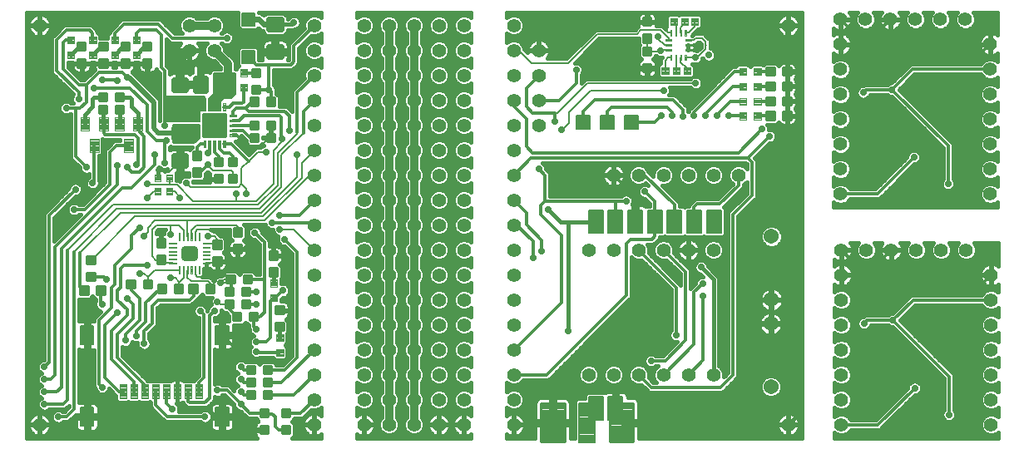
<source format=gbr>
G75*
%MOIN*%
%OFA0B0*%
%FSLAX25Y25*%
%IPPOS*%
%LPD*%
%AMOC8*
5,1,8,0,0,1.08239X$1,22.5*
%
%ADD10C,0.00409*%
%ADD11C,0.01181*%
%ADD12C,0.06063*%
%ADD13C,0.05600*%
%ADD14C,0.00630*%
%ADD15C,0.00700*%
%ADD16C,0.01050*%
%ADD17C,0.00402*%
%ADD18C,0.03031*%
%ADD19C,0.00396*%
%ADD20C,0.01020*%
%ADD21C,0.01890*%
%ADD22C,0.00571*%
%ADD23C,0.00394*%
%ADD24C,0.00551*%
%ADD25C,0.00404*%
%ADD26C,0.00413*%
%ADD27C,0.00591*%
%ADD28C,0.01200*%
%ADD29C,0.02756*%
%ADD30C,0.03200*%
%ADD31C,0.00787*%
%ADD32C,0.01600*%
%ADD33C,0.05118*%
%ADD34C,0.04000*%
%ADD35C,0.01969*%
%ADD36C,0.02362*%
D10*
X0041777Y0062117D02*
X0044519Y0062117D01*
X0044519Y0056619D01*
X0041777Y0056619D01*
X0041777Y0062117D01*
X0041777Y0057027D02*
X0044519Y0057027D01*
X0044519Y0057435D02*
X0041777Y0057435D01*
X0041777Y0057843D02*
X0044519Y0057843D01*
X0044519Y0058251D02*
X0041777Y0058251D01*
X0041777Y0058659D02*
X0044519Y0058659D01*
X0044519Y0059067D02*
X0041777Y0059067D01*
X0041777Y0059475D02*
X0044519Y0059475D01*
X0044519Y0059883D02*
X0041777Y0059883D01*
X0041777Y0060291D02*
X0044519Y0060291D01*
X0044519Y0060699D02*
X0041777Y0060699D01*
X0041777Y0061107D02*
X0044519Y0061107D01*
X0044519Y0061515D02*
X0041777Y0061515D01*
X0041777Y0061923D02*
X0044519Y0061923D01*
X0046108Y0062117D02*
X0048850Y0062117D01*
X0048850Y0056619D01*
X0046108Y0056619D01*
X0046108Y0062117D01*
X0046108Y0057027D02*
X0048850Y0057027D01*
X0048850Y0057435D02*
X0046108Y0057435D01*
X0046108Y0057843D02*
X0048850Y0057843D01*
X0048850Y0058251D02*
X0046108Y0058251D01*
X0046108Y0058659D02*
X0048850Y0058659D01*
X0048850Y0059067D02*
X0046108Y0059067D01*
X0046108Y0059475D02*
X0048850Y0059475D01*
X0048850Y0059883D02*
X0046108Y0059883D01*
X0046108Y0060291D02*
X0048850Y0060291D01*
X0048850Y0060699D02*
X0046108Y0060699D01*
X0046108Y0061107D02*
X0048850Y0061107D01*
X0048850Y0061515D02*
X0046108Y0061515D01*
X0046108Y0061923D02*
X0048850Y0061923D01*
X0050439Y0062117D02*
X0053181Y0062117D01*
X0053181Y0056619D01*
X0050439Y0056619D01*
X0050439Y0062117D01*
X0050439Y0057027D02*
X0053181Y0057027D01*
X0053181Y0057435D02*
X0050439Y0057435D01*
X0050439Y0057843D02*
X0053181Y0057843D01*
X0053181Y0058251D02*
X0050439Y0058251D01*
X0050439Y0058659D02*
X0053181Y0058659D01*
X0053181Y0059067D02*
X0050439Y0059067D01*
X0050439Y0059475D02*
X0053181Y0059475D01*
X0053181Y0059883D02*
X0050439Y0059883D01*
X0050439Y0060291D02*
X0053181Y0060291D01*
X0053181Y0060699D02*
X0050439Y0060699D01*
X0050439Y0061107D02*
X0053181Y0061107D01*
X0053181Y0061515D02*
X0050439Y0061515D01*
X0050439Y0061923D02*
X0053181Y0061923D01*
X0054769Y0062117D02*
X0057511Y0062117D01*
X0057511Y0056619D01*
X0054769Y0056619D01*
X0054769Y0062117D01*
X0054769Y0057027D02*
X0057511Y0057027D01*
X0057511Y0057435D02*
X0054769Y0057435D01*
X0054769Y0057843D02*
X0057511Y0057843D01*
X0057511Y0058251D02*
X0054769Y0058251D01*
X0054769Y0058659D02*
X0057511Y0058659D01*
X0057511Y0059067D02*
X0054769Y0059067D01*
X0054769Y0059475D02*
X0057511Y0059475D01*
X0057511Y0059883D02*
X0054769Y0059883D01*
X0054769Y0060291D02*
X0057511Y0060291D01*
X0057511Y0060699D02*
X0054769Y0060699D01*
X0054769Y0061107D02*
X0057511Y0061107D01*
X0057511Y0061515D02*
X0054769Y0061515D01*
X0054769Y0061923D02*
X0057511Y0061923D01*
X0059100Y0062117D02*
X0061842Y0062117D01*
X0061842Y0056619D01*
X0059100Y0056619D01*
X0059100Y0062117D01*
X0059100Y0057027D02*
X0061842Y0057027D01*
X0061842Y0057435D02*
X0059100Y0057435D01*
X0059100Y0057843D02*
X0061842Y0057843D01*
X0061842Y0058251D02*
X0059100Y0058251D01*
X0059100Y0058659D02*
X0061842Y0058659D01*
X0061842Y0059067D02*
X0059100Y0059067D01*
X0059100Y0059475D02*
X0061842Y0059475D01*
X0061842Y0059883D02*
X0059100Y0059883D01*
X0059100Y0060291D02*
X0061842Y0060291D01*
X0061842Y0060699D02*
X0059100Y0060699D01*
X0059100Y0061107D02*
X0061842Y0061107D01*
X0061842Y0061515D02*
X0059100Y0061515D01*
X0059100Y0061923D02*
X0061842Y0061923D01*
X0063431Y0062117D02*
X0066173Y0062117D01*
X0066173Y0056619D01*
X0063431Y0056619D01*
X0063431Y0062117D01*
X0063431Y0057027D02*
X0066173Y0057027D01*
X0066173Y0057435D02*
X0063431Y0057435D01*
X0063431Y0057843D02*
X0066173Y0057843D01*
X0066173Y0058251D02*
X0063431Y0058251D01*
X0063431Y0058659D02*
X0066173Y0058659D01*
X0066173Y0059067D02*
X0063431Y0059067D01*
X0063431Y0059475D02*
X0066173Y0059475D01*
X0066173Y0059883D02*
X0063431Y0059883D01*
X0063431Y0060291D02*
X0066173Y0060291D01*
X0066173Y0060699D02*
X0063431Y0060699D01*
X0063431Y0061107D02*
X0066173Y0061107D01*
X0066173Y0061515D02*
X0063431Y0061515D01*
X0063431Y0061923D02*
X0066173Y0061923D01*
X0067762Y0062117D02*
X0070504Y0062117D01*
X0070504Y0056619D01*
X0067762Y0056619D01*
X0067762Y0062117D01*
X0067762Y0057027D02*
X0070504Y0057027D01*
X0070504Y0057435D02*
X0067762Y0057435D01*
X0067762Y0057843D02*
X0070504Y0057843D01*
X0070504Y0058251D02*
X0067762Y0058251D01*
X0067762Y0058659D02*
X0070504Y0058659D01*
X0070504Y0059067D02*
X0067762Y0059067D01*
X0067762Y0059475D02*
X0070504Y0059475D01*
X0070504Y0059883D02*
X0067762Y0059883D01*
X0067762Y0060291D02*
X0070504Y0060291D01*
X0070504Y0060699D02*
X0067762Y0060699D01*
X0067762Y0061107D02*
X0070504Y0061107D01*
X0070504Y0061515D02*
X0067762Y0061515D01*
X0067762Y0061923D02*
X0070504Y0061923D01*
X0072092Y0062117D02*
X0074834Y0062117D01*
X0074834Y0056619D01*
X0072092Y0056619D01*
X0072092Y0062117D01*
X0072092Y0057027D02*
X0074834Y0057027D01*
X0074834Y0057435D02*
X0072092Y0057435D01*
X0072092Y0057843D02*
X0074834Y0057843D01*
X0074834Y0058251D02*
X0072092Y0058251D01*
X0072092Y0058659D02*
X0074834Y0058659D01*
X0074834Y0059067D02*
X0072092Y0059067D01*
X0072092Y0059475D02*
X0074834Y0059475D01*
X0074834Y0059883D02*
X0072092Y0059883D01*
X0072092Y0060291D02*
X0074834Y0060291D01*
X0074834Y0060699D02*
X0072092Y0060699D01*
X0072092Y0061107D02*
X0074834Y0061107D01*
X0074834Y0061515D02*
X0072092Y0061515D01*
X0072092Y0061923D02*
X0074834Y0061923D01*
X0104587Y0076300D02*
X0107329Y0076300D01*
X0107329Y0073558D01*
X0104587Y0073558D01*
X0104587Y0076300D01*
X0104587Y0073966D02*
X0107329Y0073966D01*
X0107329Y0074374D02*
X0104587Y0074374D01*
X0104587Y0074782D02*
X0107329Y0074782D01*
X0107329Y0075190D02*
X0104587Y0075190D01*
X0104587Y0075598D02*
X0107329Y0075598D01*
X0107329Y0076006D02*
X0104587Y0076006D01*
X0104587Y0082205D02*
X0107329Y0082205D01*
X0107329Y0079463D01*
X0104587Y0079463D01*
X0104587Y0082205D01*
X0104587Y0079871D02*
X0107329Y0079871D01*
X0107329Y0080279D02*
X0104587Y0080279D01*
X0104587Y0080687D02*
X0107329Y0080687D01*
X0107329Y0081095D02*
X0104587Y0081095D01*
X0104587Y0081503D02*
X0107329Y0081503D01*
X0107329Y0081911D02*
X0104587Y0081911D01*
X0104829Y0098175D02*
X0102087Y0098175D01*
X0104829Y0098175D02*
X0104829Y0095433D01*
X0102087Y0095433D01*
X0102087Y0098175D01*
X0102087Y0095841D02*
X0104829Y0095841D01*
X0104829Y0096249D02*
X0102087Y0096249D01*
X0102087Y0096657D02*
X0104829Y0096657D01*
X0104829Y0097065D02*
X0102087Y0097065D01*
X0102087Y0097473D02*
X0104829Y0097473D01*
X0104829Y0097881D02*
X0102087Y0097881D01*
X0102087Y0104080D02*
X0104829Y0104080D01*
X0104829Y0101338D01*
X0102087Y0101338D01*
X0102087Y0104080D01*
X0102087Y0101746D02*
X0104829Y0101746D01*
X0104829Y0102154D02*
X0102087Y0102154D01*
X0102087Y0102562D02*
X0104829Y0102562D01*
X0104829Y0102970D02*
X0102087Y0102970D01*
X0102087Y0103378D02*
X0104829Y0103378D01*
X0104829Y0103786D02*
X0102087Y0103786D01*
X0092954Y0179808D02*
X0090212Y0179808D01*
X0090212Y0182550D01*
X0092954Y0182550D01*
X0092954Y0179808D01*
X0092954Y0180216D02*
X0090212Y0180216D01*
X0090212Y0180624D02*
X0092954Y0180624D01*
X0092954Y0181032D02*
X0090212Y0181032D01*
X0090212Y0181440D02*
X0092954Y0181440D01*
X0092954Y0181848D02*
X0090212Y0181848D01*
X0090212Y0182256D02*
X0092954Y0182256D01*
X0092954Y0185713D02*
X0090212Y0185713D01*
X0090212Y0188455D01*
X0092954Y0188455D01*
X0092954Y0185713D01*
X0092954Y0186121D02*
X0090212Y0186121D01*
X0090212Y0186529D02*
X0092954Y0186529D01*
X0092954Y0186937D02*
X0090212Y0186937D01*
X0090212Y0187345D02*
X0092954Y0187345D01*
X0092954Y0187753D02*
X0090212Y0187753D01*
X0090212Y0188161D02*
X0092954Y0188161D01*
X0049829Y0192933D02*
X0047087Y0192933D01*
X0047087Y0195675D01*
X0049829Y0195675D01*
X0049829Y0192933D01*
X0049829Y0193341D02*
X0047087Y0193341D01*
X0047087Y0193749D02*
X0049829Y0193749D01*
X0049829Y0194157D02*
X0047087Y0194157D01*
X0047087Y0194565D02*
X0049829Y0194565D01*
X0049829Y0194973D02*
X0047087Y0194973D01*
X0047087Y0195381D02*
X0049829Y0195381D01*
X0049829Y0198838D02*
X0047087Y0198838D01*
X0047087Y0201580D01*
X0049829Y0201580D01*
X0049829Y0198838D01*
X0049829Y0199246D02*
X0047087Y0199246D01*
X0047087Y0199654D02*
X0049829Y0199654D01*
X0049829Y0200062D02*
X0047087Y0200062D01*
X0047087Y0200470D02*
X0049829Y0200470D01*
X0049829Y0200878D02*
X0047087Y0200878D01*
X0047087Y0201286D02*
X0049829Y0201286D01*
X0041079Y0198838D02*
X0038337Y0198838D01*
X0038337Y0201580D01*
X0041079Y0201580D01*
X0041079Y0198838D01*
X0041079Y0199246D02*
X0038337Y0199246D01*
X0038337Y0199654D02*
X0041079Y0199654D01*
X0041079Y0200062D02*
X0038337Y0200062D01*
X0038337Y0200470D02*
X0041079Y0200470D01*
X0041079Y0200878D02*
X0038337Y0200878D01*
X0038337Y0201286D02*
X0041079Y0201286D01*
X0032329Y0198838D02*
X0029587Y0198838D01*
X0029587Y0201580D01*
X0032329Y0201580D01*
X0032329Y0198838D01*
X0032329Y0199246D02*
X0029587Y0199246D01*
X0029587Y0199654D02*
X0032329Y0199654D01*
X0032329Y0200062D02*
X0029587Y0200062D01*
X0029587Y0200470D02*
X0032329Y0200470D01*
X0032329Y0200878D02*
X0029587Y0200878D01*
X0029587Y0201286D02*
X0032329Y0201286D01*
X0023579Y0198838D02*
X0020837Y0198838D01*
X0020837Y0201580D01*
X0023579Y0201580D01*
X0023579Y0198838D01*
X0023579Y0199246D02*
X0020837Y0199246D01*
X0020837Y0199654D02*
X0023579Y0199654D01*
X0023579Y0200062D02*
X0020837Y0200062D01*
X0020837Y0200470D02*
X0023579Y0200470D01*
X0023579Y0200878D02*
X0020837Y0200878D01*
X0020837Y0201286D02*
X0023579Y0201286D01*
X0023579Y0192933D02*
X0020837Y0192933D01*
X0020837Y0195675D01*
X0023579Y0195675D01*
X0023579Y0192933D01*
X0023579Y0193341D02*
X0020837Y0193341D01*
X0020837Y0193749D02*
X0023579Y0193749D01*
X0023579Y0194157D02*
X0020837Y0194157D01*
X0020837Y0194565D02*
X0023579Y0194565D01*
X0023579Y0194973D02*
X0020837Y0194973D01*
X0020837Y0195381D02*
X0023579Y0195381D01*
X0029587Y0192933D02*
X0032329Y0192933D01*
X0029587Y0192933D02*
X0029587Y0195675D01*
X0032329Y0195675D01*
X0032329Y0192933D01*
X0032329Y0193341D02*
X0029587Y0193341D01*
X0029587Y0193749D02*
X0032329Y0193749D01*
X0032329Y0194157D02*
X0029587Y0194157D01*
X0029587Y0194565D02*
X0032329Y0194565D01*
X0032329Y0194973D02*
X0029587Y0194973D01*
X0029587Y0195381D02*
X0032329Y0195381D01*
X0038337Y0192933D02*
X0041079Y0192933D01*
X0038337Y0192933D02*
X0038337Y0195675D01*
X0041079Y0195675D01*
X0041079Y0192933D01*
X0041079Y0193341D02*
X0038337Y0193341D01*
X0038337Y0193749D02*
X0041079Y0193749D01*
X0041079Y0194157D02*
X0038337Y0194157D01*
X0038337Y0194565D02*
X0041079Y0194565D01*
X0041079Y0194973D02*
X0038337Y0194973D01*
X0038337Y0195381D02*
X0041079Y0195381D01*
X0258962Y0189252D02*
X0258962Y0186510D01*
X0258962Y0189252D02*
X0261704Y0189252D01*
X0261704Y0186510D01*
X0258962Y0186510D01*
X0258962Y0186918D02*
X0261704Y0186918D01*
X0261704Y0187326D02*
X0258962Y0187326D01*
X0258962Y0187734D02*
X0261704Y0187734D01*
X0261704Y0188142D02*
X0258962Y0188142D01*
X0258962Y0188550D02*
X0261704Y0188550D01*
X0261704Y0188958D02*
X0258962Y0188958D01*
X0263337Y0189252D02*
X0263337Y0186510D01*
X0263337Y0189252D02*
X0266079Y0189252D01*
X0266079Y0186510D01*
X0263337Y0186510D01*
X0263337Y0186918D02*
X0266079Y0186918D01*
X0266079Y0187326D02*
X0263337Y0187326D01*
X0263337Y0187734D02*
X0266079Y0187734D01*
X0266079Y0188142D02*
X0263337Y0188142D01*
X0263337Y0188550D02*
X0266079Y0188550D01*
X0266079Y0188958D02*
X0263337Y0188958D01*
X0267712Y0189252D02*
X0267712Y0186510D01*
X0267712Y0189252D02*
X0270454Y0189252D01*
X0270454Y0186510D01*
X0267712Y0186510D01*
X0267712Y0186918D02*
X0270454Y0186918D01*
X0270454Y0187326D02*
X0267712Y0187326D01*
X0267712Y0187734D02*
X0270454Y0187734D01*
X0270454Y0188142D02*
X0267712Y0188142D01*
X0267712Y0188550D02*
X0270454Y0188550D01*
X0270454Y0188958D02*
X0267712Y0188958D01*
X0292814Y0188940D02*
X0292814Y0186198D01*
X0290072Y0186198D01*
X0290072Y0188940D01*
X0292814Y0188940D01*
X0292814Y0186606D02*
X0290072Y0186606D01*
X0290072Y0187014D02*
X0292814Y0187014D01*
X0292814Y0187422D02*
X0290072Y0187422D01*
X0290072Y0187830D02*
X0292814Y0187830D01*
X0292814Y0188238D02*
X0290072Y0188238D01*
X0290072Y0188646D02*
X0292814Y0188646D01*
X0298720Y0188940D02*
X0298720Y0186198D01*
X0295978Y0186198D01*
X0295978Y0188940D01*
X0298720Y0188940D01*
X0298720Y0186606D02*
X0295978Y0186606D01*
X0295978Y0187014D02*
X0298720Y0187014D01*
X0298720Y0187422D02*
X0295978Y0187422D01*
X0295978Y0187830D02*
X0298720Y0187830D01*
X0298720Y0188238D02*
X0295978Y0188238D01*
X0295978Y0188646D02*
X0298720Y0188646D01*
X0298720Y0183002D02*
X0298720Y0180260D01*
X0295978Y0180260D01*
X0295978Y0183002D01*
X0298720Y0183002D01*
X0298720Y0180668D02*
X0295978Y0180668D01*
X0295978Y0181076D02*
X0298720Y0181076D01*
X0298720Y0181484D02*
X0295978Y0181484D01*
X0295978Y0181892D02*
X0298720Y0181892D01*
X0298720Y0182300D02*
X0295978Y0182300D01*
X0295978Y0182708D02*
X0298720Y0182708D01*
X0298720Y0177065D02*
X0298720Y0174323D01*
X0295978Y0174323D01*
X0295978Y0177065D01*
X0298720Y0177065D01*
X0298720Y0174731D02*
X0295978Y0174731D01*
X0295978Y0175139D02*
X0298720Y0175139D01*
X0298720Y0175547D02*
X0295978Y0175547D01*
X0295978Y0175955D02*
X0298720Y0175955D01*
X0298720Y0176363D02*
X0295978Y0176363D01*
X0295978Y0176771D02*
X0298720Y0176771D01*
X0292814Y0177065D02*
X0292814Y0174323D01*
X0290072Y0174323D01*
X0290072Y0177065D01*
X0292814Y0177065D01*
X0292814Y0174731D02*
X0290072Y0174731D01*
X0290072Y0175139D02*
X0292814Y0175139D01*
X0292814Y0175547D02*
X0290072Y0175547D01*
X0290072Y0175955D02*
X0292814Y0175955D01*
X0292814Y0176363D02*
X0290072Y0176363D01*
X0290072Y0176771D02*
X0292814Y0176771D01*
X0292814Y0180260D02*
X0292814Y0183002D01*
X0292814Y0180260D02*
X0290072Y0180260D01*
X0290072Y0183002D01*
X0292814Y0183002D01*
X0292814Y0180668D02*
X0290072Y0180668D01*
X0290072Y0181076D02*
X0292814Y0181076D01*
X0292814Y0181484D02*
X0290072Y0181484D01*
X0290072Y0181892D02*
X0292814Y0181892D01*
X0292814Y0182300D02*
X0290072Y0182300D01*
X0290072Y0182708D02*
X0292814Y0182708D01*
X0292814Y0171127D02*
X0292814Y0168385D01*
X0290072Y0168385D01*
X0290072Y0171127D01*
X0292814Y0171127D01*
X0292814Y0168793D02*
X0290072Y0168793D01*
X0290072Y0169201D02*
X0292814Y0169201D01*
X0292814Y0169609D02*
X0290072Y0169609D01*
X0290072Y0170017D02*
X0292814Y0170017D01*
X0292814Y0170425D02*
X0290072Y0170425D01*
X0290072Y0170833D02*
X0292814Y0170833D01*
X0298720Y0171127D02*
X0298720Y0168385D01*
X0295978Y0168385D01*
X0295978Y0171127D01*
X0298720Y0171127D01*
X0298720Y0168793D02*
X0295978Y0168793D01*
X0295978Y0169201D02*
X0298720Y0169201D01*
X0298720Y0169609D02*
X0295978Y0169609D01*
X0295978Y0170017D02*
X0298720Y0170017D01*
X0298720Y0170425D02*
X0295978Y0170425D01*
X0295978Y0170833D02*
X0298720Y0170833D01*
X0270837Y0206198D02*
X0270837Y0208940D01*
X0273579Y0208940D01*
X0273579Y0206198D01*
X0270837Y0206198D01*
X0270837Y0206606D02*
X0273579Y0206606D01*
X0273579Y0207014D02*
X0270837Y0207014D01*
X0270837Y0207422D02*
X0273579Y0207422D01*
X0273579Y0207830D02*
X0270837Y0207830D01*
X0270837Y0208238D02*
X0273579Y0208238D01*
X0273579Y0208646D02*
X0270837Y0208646D01*
X0266775Y0208940D02*
X0266775Y0206198D01*
X0266775Y0208940D02*
X0269517Y0208940D01*
X0269517Y0206198D01*
X0266775Y0206198D01*
X0266775Y0206606D02*
X0269517Y0206606D01*
X0269517Y0207014D02*
X0266775Y0207014D01*
X0266775Y0207422D02*
X0269517Y0207422D01*
X0269517Y0207830D02*
X0266775Y0207830D01*
X0266775Y0208238D02*
X0269517Y0208238D01*
X0269517Y0208646D02*
X0266775Y0208646D01*
X0262400Y0208940D02*
X0262400Y0206198D01*
X0262400Y0208940D02*
X0265142Y0208940D01*
X0265142Y0206198D01*
X0262400Y0206198D01*
X0262400Y0206606D02*
X0265142Y0206606D01*
X0265142Y0207014D02*
X0262400Y0207014D01*
X0262400Y0207422D02*
X0265142Y0207422D01*
X0265142Y0207830D02*
X0262400Y0207830D01*
X0262400Y0208238D02*
X0265142Y0208238D01*
X0265142Y0208646D02*
X0262400Y0208646D01*
D11*
X0251768Y0208856D02*
X0251768Y0206100D01*
X0251768Y0208856D02*
X0254524Y0208856D01*
X0254524Y0206100D01*
X0251768Y0206100D01*
X0251768Y0207280D02*
X0254524Y0207280D01*
X0254524Y0208460D02*
X0251768Y0208460D01*
X0251768Y0202163D02*
X0251768Y0199407D01*
X0251768Y0202163D02*
X0254524Y0202163D01*
X0254524Y0199407D01*
X0251768Y0199407D01*
X0251768Y0200587D02*
X0254524Y0200587D01*
X0254524Y0201767D02*
X0251768Y0201767D01*
X0251768Y0196981D02*
X0251768Y0194225D01*
X0251768Y0196981D02*
X0254524Y0196981D01*
X0254524Y0194225D01*
X0251768Y0194225D01*
X0251768Y0195405D02*
X0254524Y0195405D01*
X0254524Y0196585D02*
X0251768Y0196585D01*
X0251768Y0190288D02*
X0251768Y0187532D01*
X0251768Y0190288D02*
X0254524Y0190288D01*
X0254524Y0187532D01*
X0251768Y0187532D01*
X0251768Y0188712D02*
X0254524Y0188712D01*
X0254524Y0189892D02*
X0251768Y0189892D01*
X0301234Y0186191D02*
X0303990Y0186191D01*
X0301234Y0186191D02*
X0301234Y0188947D01*
X0303990Y0188947D01*
X0303990Y0186191D01*
X0303990Y0187371D02*
X0301234Y0187371D01*
X0301234Y0188551D02*
X0303990Y0188551D01*
X0307927Y0186191D02*
X0310683Y0186191D01*
X0307927Y0186191D02*
X0307927Y0188947D01*
X0310683Y0188947D01*
X0310683Y0186191D01*
X0310683Y0187371D02*
X0307927Y0187371D01*
X0307927Y0188551D02*
X0310683Y0188551D01*
X0310683Y0180253D02*
X0307927Y0180253D01*
X0307927Y0183009D01*
X0310683Y0183009D01*
X0310683Y0180253D01*
X0310683Y0181433D02*
X0307927Y0181433D01*
X0307927Y0182613D02*
X0310683Y0182613D01*
X0310683Y0174316D02*
X0307927Y0174316D01*
X0307927Y0177072D01*
X0310683Y0177072D01*
X0310683Y0174316D01*
X0310683Y0175496D02*
X0307927Y0175496D01*
X0307927Y0176676D02*
X0310683Y0176676D01*
X0303990Y0174316D02*
X0301234Y0174316D01*
X0301234Y0177072D01*
X0303990Y0177072D01*
X0303990Y0174316D01*
X0303990Y0175496D02*
X0301234Y0175496D01*
X0301234Y0176676D02*
X0303990Y0176676D01*
X0303990Y0180253D02*
X0301234Y0180253D01*
X0301234Y0183009D01*
X0303990Y0183009D01*
X0303990Y0180253D01*
X0303990Y0181433D02*
X0301234Y0181433D01*
X0301234Y0182613D02*
X0303990Y0182613D01*
X0303990Y0168378D02*
X0301234Y0168378D01*
X0301234Y0171134D01*
X0303990Y0171134D01*
X0303990Y0168378D01*
X0303990Y0169558D02*
X0301234Y0169558D01*
X0301234Y0170738D02*
X0303990Y0170738D01*
X0307927Y0168378D02*
X0310683Y0168378D01*
X0307927Y0168378D02*
X0307927Y0171134D01*
X0310683Y0171134D01*
X0310683Y0168378D01*
X0310683Y0169558D02*
X0307927Y0169558D01*
X0307927Y0170738D02*
X0310683Y0170738D01*
X0107080Y0051981D02*
X0107080Y0049225D01*
X0107080Y0051981D02*
X0109836Y0051981D01*
X0109836Y0049225D01*
X0107080Y0049225D01*
X0107080Y0050405D02*
X0109836Y0050405D01*
X0109836Y0051585D02*
X0107080Y0051585D01*
X0098330Y0051981D02*
X0098330Y0049225D01*
X0098330Y0051981D02*
X0101086Y0051981D01*
X0101086Y0049225D01*
X0098330Y0049225D01*
X0098330Y0050405D02*
X0101086Y0050405D01*
X0101086Y0051585D02*
X0098330Y0051585D01*
X0099802Y0056503D02*
X0102558Y0056503D01*
X0099802Y0056503D02*
X0099802Y0059259D01*
X0102558Y0059259D01*
X0102558Y0056503D01*
X0102558Y0057683D02*
X0099802Y0057683D01*
X0099802Y0058863D02*
X0102558Y0058863D01*
X0102558Y0061503D02*
X0099802Y0061503D01*
X0099802Y0064259D01*
X0102558Y0064259D01*
X0102558Y0061503D01*
X0102558Y0062683D02*
X0099802Y0062683D01*
X0099802Y0063863D02*
X0102558Y0063863D01*
X0102558Y0066503D02*
X0099802Y0066503D01*
X0099802Y0069259D01*
X0102558Y0069259D01*
X0102558Y0066503D01*
X0102558Y0067683D02*
X0099802Y0067683D01*
X0099802Y0068863D02*
X0102558Y0068863D01*
X0095865Y0066503D02*
X0093109Y0066503D01*
X0093109Y0069259D01*
X0095865Y0069259D01*
X0095865Y0066503D01*
X0095865Y0067683D02*
X0093109Y0067683D01*
X0093109Y0068863D02*
X0095865Y0068863D01*
X0095865Y0061503D02*
X0093109Y0061503D01*
X0093109Y0064259D01*
X0095865Y0064259D01*
X0095865Y0061503D01*
X0095865Y0062683D02*
X0093109Y0062683D01*
X0093109Y0063863D02*
X0095865Y0063863D01*
X0095865Y0056503D02*
X0093109Y0056503D01*
X0093109Y0059259D01*
X0095865Y0059259D01*
X0095865Y0056503D01*
X0095865Y0057683D02*
X0093109Y0057683D01*
X0093109Y0058863D02*
X0095865Y0058863D01*
X0098330Y0045288D02*
X0098330Y0042532D01*
X0098330Y0045288D02*
X0101086Y0045288D01*
X0101086Y0042532D01*
X0098330Y0042532D01*
X0098330Y0043712D02*
X0101086Y0043712D01*
X0101086Y0044892D02*
X0098330Y0044892D01*
X0107080Y0045288D02*
X0107080Y0042532D01*
X0107080Y0045288D02*
X0109836Y0045288D01*
X0109836Y0042532D01*
X0107080Y0042532D01*
X0107080Y0043712D02*
X0109836Y0043712D01*
X0109836Y0044892D02*
X0107080Y0044892D01*
X0104580Y0083782D02*
X0104580Y0086538D01*
X0107336Y0086538D01*
X0107336Y0083782D01*
X0104580Y0083782D01*
X0104580Y0084962D02*
X0107336Y0084962D01*
X0107336Y0086142D02*
X0104580Y0086142D01*
X0096933Y0087753D02*
X0094177Y0087753D01*
X0094177Y0090509D01*
X0096933Y0090509D01*
X0096933Y0087753D01*
X0096933Y0088933D02*
X0094177Y0088933D01*
X0094177Y0090113D02*
X0096933Y0090113D01*
X0093808Y0095509D02*
X0091052Y0095509D01*
X0093808Y0095509D02*
X0093808Y0092753D01*
X0091052Y0092753D01*
X0091052Y0095509D01*
X0091052Y0093933D02*
X0093808Y0093933D01*
X0093808Y0095113D02*
X0091052Y0095113D01*
X0087115Y0095509D02*
X0084359Y0095509D01*
X0087115Y0095509D02*
X0087115Y0092753D01*
X0084359Y0092753D01*
X0084359Y0095509D01*
X0084359Y0093933D02*
X0087115Y0093933D01*
X0087115Y0095113D02*
X0084359Y0095113D01*
X0084359Y0100509D02*
X0087115Y0100509D01*
X0087115Y0097753D01*
X0084359Y0097753D01*
X0084359Y0100509D01*
X0084359Y0098933D02*
X0087115Y0098933D01*
X0087115Y0100113D02*
X0084359Y0100113D01*
X0079433Y0101759D02*
X0076677Y0101759D01*
X0079433Y0101759D02*
X0079433Y0099003D01*
X0076677Y0099003D01*
X0076677Y0101759D01*
X0076677Y0100183D02*
X0079433Y0100183D01*
X0079433Y0101363D02*
X0076677Y0101363D01*
X0072740Y0101759D02*
X0069984Y0101759D01*
X0072740Y0101759D02*
X0072740Y0099003D01*
X0069984Y0099003D01*
X0069984Y0101759D01*
X0069984Y0100183D02*
X0072740Y0100183D01*
X0072740Y0101363D02*
X0069984Y0101363D01*
X0066933Y0101759D02*
X0064177Y0101759D01*
X0066933Y0101759D02*
X0066933Y0099003D01*
X0064177Y0099003D01*
X0064177Y0101759D01*
X0064177Y0100183D02*
X0066933Y0100183D01*
X0066933Y0101363D02*
X0064177Y0101363D01*
X0060240Y0101759D02*
X0057484Y0101759D01*
X0060240Y0101759D02*
X0060240Y0099003D01*
X0057484Y0099003D01*
X0057484Y0101759D01*
X0057484Y0100183D02*
X0060240Y0100183D01*
X0060240Y0101363D02*
X0057484Y0101363D01*
X0054433Y0103634D02*
X0051677Y0103634D01*
X0054433Y0103634D02*
X0054433Y0100878D01*
X0051677Y0100878D01*
X0051677Y0103634D01*
X0051677Y0102058D02*
X0054433Y0102058D01*
X0054433Y0103238D02*
X0051677Y0103238D01*
X0047740Y0103634D02*
X0044984Y0103634D01*
X0047740Y0103634D02*
X0047740Y0100878D01*
X0044984Y0100878D01*
X0044984Y0103634D01*
X0044984Y0102058D02*
X0047740Y0102058D01*
X0047740Y0103238D02*
X0044984Y0103238D01*
X0035683Y0098378D02*
X0032927Y0098378D01*
X0032927Y0101134D01*
X0035683Y0101134D01*
X0035683Y0098378D01*
X0035683Y0099558D02*
X0032927Y0099558D01*
X0032927Y0100738D02*
X0035683Y0100738D01*
X0028955Y0103782D02*
X0028955Y0106538D01*
X0031711Y0106538D01*
X0031711Y0103782D01*
X0028955Y0103782D01*
X0028955Y0104962D02*
X0031711Y0104962D01*
X0031711Y0106142D02*
X0028955Y0106142D01*
X0028990Y0098378D02*
X0026234Y0098378D01*
X0026234Y0101134D01*
X0028990Y0101134D01*
X0028990Y0098378D01*
X0028990Y0099558D02*
X0026234Y0099558D01*
X0026234Y0100738D02*
X0028990Y0100738D01*
X0028955Y0110475D02*
X0028955Y0113231D01*
X0031711Y0113231D01*
X0031711Y0110475D01*
X0028955Y0110475D01*
X0028955Y0111655D02*
X0031711Y0111655D01*
X0031711Y0112835D02*
X0028955Y0112835D01*
X0059836Y0113413D02*
X0059836Y0110657D01*
X0057080Y0110657D01*
X0057080Y0113413D01*
X0059836Y0113413D01*
X0059836Y0111837D02*
X0057080Y0111837D01*
X0057080Y0113017D02*
X0059836Y0113017D01*
X0059836Y0117350D02*
X0059836Y0120106D01*
X0059836Y0117350D02*
X0057080Y0117350D01*
X0057080Y0120106D01*
X0059836Y0120106D01*
X0059836Y0118530D02*
X0057080Y0118530D01*
X0057080Y0119710D02*
X0059836Y0119710D01*
X0079580Y0119481D02*
X0079580Y0116725D01*
X0079580Y0119481D02*
X0082336Y0119481D01*
X0082336Y0116725D01*
X0079580Y0116725D01*
X0079580Y0117905D02*
X0082336Y0117905D01*
X0082336Y0119085D02*
X0079580Y0119085D01*
X0079580Y0112788D02*
X0079580Y0110032D01*
X0079580Y0112788D02*
X0082336Y0112788D01*
X0082336Y0110032D01*
X0079580Y0110032D01*
X0079580Y0111212D02*
X0082336Y0111212D01*
X0082336Y0112392D02*
X0079580Y0112392D01*
X0087705Y0115032D02*
X0087705Y0117788D01*
X0090461Y0117788D01*
X0090461Y0115032D01*
X0087705Y0115032D01*
X0087705Y0116212D02*
X0090461Y0116212D01*
X0090461Y0117392D02*
X0087705Y0117392D01*
X0087705Y0121725D02*
X0087705Y0124481D01*
X0090461Y0124481D01*
X0090461Y0121725D01*
X0087705Y0121725D01*
X0087705Y0122905D02*
X0090461Y0122905D01*
X0090461Y0124085D02*
X0087705Y0124085D01*
X0102080Y0115106D02*
X0102080Y0112350D01*
X0102080Y0115106D02*
X0104836Y0115106D01*
X0104836Y0112350D01*
X0102080Y0112350D01*
X0102080Y0113530D02*
X0104836Y0113530D01*
X0104836Y0114710D02*
X0102080Y0114710D01*
X0102080Y0108413D02*
X0102080Y0105657D01*
X0102080Y0108413D02*
X0104836Y0108413D01*
X0104836Y0105657D01*
X0102080Y0105657D01*
X0102080Y0106837D02*
X0104836Y0106837D01*
X0104836Y0108017D02*
X0102080Y0108017D01*
X0094433Y0102753D02*
X0091677Y0102753D01*
X0091677Y0105509D01*
X0094433Y0105509D01*
X0094433Y0102753D01*
X0094433Y0103933D02*
X0091677Y0103933D01*
X0091677Y0105113D02*
X0094433Y0105113D01*
X0093808Y0100509D02*
X0091052Y0100509D01*
X0093808Y0100509D02*
X0093808Y0097753D01*
X0091052Y0097753D01*
X0091052Y0100509D01*
X0091052Y0098933D02*
X0093808Y0098933D01*
X0093808Y0100113D02*
X0091052Y0100113D01*
X0087740Y0102753D02*
X0084984Y0102753D01*
X0084984Y0105509D01*
X0087740Y0105509D01*
X0087740Y0102753D01*
X0087740Y0103933D02*
X0084984Y0103933D01*
X0084984Y0105113D02*
X0087740Y0105113D01*
X0104580Y0093231D02*
X0104580Y0090475D01*
X0104580Y0093231D02*
X0107336Y0093231D01*
X0107336Y0090475D01*
X0104580Y0090475D01*
X0104580Y0091655D02*
X0107336Y0091655D01*
X0107336Y0092835D02*
X0104580Y0092835D01*
X0090240Y0087753D02*
X0087484Y0087753D01*
X0087484Y0090509D01*
X0090240Y0090509D01*
X0090240Y0087753D01*
X0090240Y0088933D02*
X0087484Y0088933D01*
X0087484Y0090113D02*
X0090240Y0090113D01*
X0085830Y0143157D02*
X0085830Y0145913D01*
X0088586Y0145913D01*
X0088586Y0143157D01*
X0085830Y0143157D01*
X0085830Y0144337D02*
X0088586Y0144337D01*
X0088586Y0145517D02*
X0085830Y0145517D01*
X0080205Y0145913D02*
X0080205Y0143157D01*
X0080205Y0145913D02*
X0082961Y0145913D01*
X0082961Y0143157D01*
X0080205Y0143157D01*
X0080205Y0144337D02*
X0082961Y0144337D01*
X0082961Y0145517D02*
X0080205Y0145517D01*
X0071455Y0145657D02*
X0071455Y0148413D01*
X0074211Y0148413D01*
X0074211Y0145657D01*
X0071455Y0145657D01*
X0071455Y0146837D02*
X0074211Y0146837D01*
X0074211Y0148017D02*
X0071455Y0148017D01*
X0071455Y0152350D02*
X0071455Y0155106D01*
X0074211Y0155106D01*
X0074211Y0152350D01*
X0071455Y0152350D01*
X0071455Y0153530D02*
X0074211Y0153530D01*
X0074211Y0154710D02*
X0071455Y0154710D01*
X0080205Y0152606D02*
X0080205Y0149850D01*
X0080205Y0152606D02*
X0082961Y0152606D01*
X0082961Y0149850D01*
X0080205Y0149850D01*
X0080205Y0151030D02*
X0082961Y0151030D01*
X0082961Y0152210D02*
X0080205Y0152210D01*
X0085830Y0152606D02*
X0085830Y0149850D01*
X0085830Y0152606D02*
X0088586Y0152606D01*
X0088586Y0149850D01*
X0085830Y0149850D01*
X0085830Y0151030D02*
X0088586Y0151030D01*
X0088586Y0152210D02*
X0085830Y0152210D01*
X0094359Y0159628D02*
X0097115Y0159628D01*
X0094359Y0159628D02*
X0094359Y0162384D01*
X0097115Y0162384D01*
X0097115Y0159628D01*
X0097115Y0160808D02*
X0094359Y0160808D01*
X0094359Y0161988D02*
X0097115Y0161988D01*
X0097115Y0167384D02*
X0094359Y0167384D01*
X0097115Y0167384D02*
X0097115Y0164628D01*
X0094359Y0164628D01*
X0094359Y0167384D01*
X0094359Y0165808D02*
X0097115Y0165808D01*
X0097115Y0166988D02*
X0094359Y0166988D01*
X0101052Y0167384D02*
X0103808Y0167384D01*
X0103808Y0164628D01*
X0101052Y0164628D01*
X0101052Y0167384D01*
X0101052Y0165808D02*
X0103808Y0165808D01*
X0103808Y0166988D02*
X0101052Y0166988D01*
X0101052Y0159628D02*
X0103808Y0159628D01*
X0101052Y0159628D02*
X0101052Y0162384D01*
X0103808Y0162384D01*
X0103808Y0159628D01*
X0103808Y0160808D02*
X0101052Y0160808D01*
X0101052Y0161988D02*
X0103808Y0161988D01*
X0103808Y0176759D02*
X0101052Y0176759D01*
X0103808Y0176759D02*
X0103808Y0174003D01*
X0101052Y0174003D01*
X0101052Y0176759D01*
X0101052Y0175183D02*
X0103808Y0175183D01*
X0103808Y0176363D02*
X0101052Y0176363D01*
X0097115Y0176759D02*
X0094359Y0176759D01*
X0097115Y0176759D02*
X0097115Y0174003D01*
X0094359Y0174003D01*
X0094359Y0176759D01*
X0094359Y0175183D02*
X0097115Y0175183D01*
X0097115Y0176363D02*
X0094359Y0176363D01*
X0095205Y0178782D02*
X0095205Y0181538D01*
X0097961Y0181538D01*
X0097961Y0178782D01*
X0095205Y0178782D01*
X0095205Y0179962D02*
X0097961Y0179962D01*
X0097961Y0181142D02*
X0095205Y0181142D01*
X0095205Y0185475D02*
X0095205Y0188231D01*
X0097961Y0188231D01*
X0097961Y0185475D01*
X0095205Y0185475D01*
X0095205Y0186655D02*
X0097961Y0186655D01*
X0097961Y0187835D02*
X0095205Y0187835D01*
X0054211Y0189407D02*
X0054211Y0192163D01*
X0054211Y0189407D02*
X0051455Y0189407D01*
X0051455Y0192163D01*
X0054211Y0192163D01*
X0054211Y0190587D02*
X0051455Y0190587D01*
X0051455Y0191767D02*
X0054211Y0191767D01*
X0054211Y0196100D02*
X0054211Y0198856D01*
X0054211Y0196100D02*
X0051455Y0196100D01*
X0051455Y0198856D01*
X0054211Y0198856D01*
X0054211Y0197280D02*
X0051455Y0197280D01*
X0051455Y0198460D02*
X0054211Y0198460D01*
X0045461Y0198856D02*
X0045461Y0196100D01*
X0042705Y0196100D01*
X0042705Y0198856D01*
X0045461Y0198856D01*
X0045461Y0197280D02*
X0042705Y0197280D01*
X0042705Y0198460D02*
X0045461Y0198460D01*
X0036711Y0198856D02*
X0036711Y0196100D01*
X0033955Y0196100D01*
X0033955Y0198856D01*
X0036711Y0198856D01*
X0036711Y0197280D02*
X0033955Y0197280D01*
X0033955Y0198460D02*
X0036711Y0198460D01*
X0027961Y0198856D02*
X0027961Y0196100D01*
X0025205Y0196100D01*
X0025205Y0198856D01*
X0027961Y0198856D01*
X0027961Y0197280D02*
X0025205Y0197280D01*
X0025205Y0198460D02*
X0027961Y0198460D01*
X0027961Y0192163D02*
X0027961Y0189407D01*
X0025205Y0189407D01*
X0025205Y0192163D01*
X0027961Y0192163D01*
X0027961Y0190587D02*
X0025205Y0190587D01*
X0025205Y0191767D02*
X0027961Y0191767D01*
X0036711Y0192163D02*
X0036711Y0189407D01*
X0033955Y0189407D01*
X0033955Y0192163D01*
X0036711Y0192163D01*
X0036711Y0190587D02*
X0033955Y0190587D01*
X0033955Y0191767D02*
X0036711Y0191767D01*
X0045461Y0192163D02*
X0045461Y0189407D01*
X0042705Y0189407D01*
X0042705Y0192163D01*
X0045461Y0192163D01*
X0045461Y0190587D02*
X0042705Y0190587D01*
X0042705Y0191767D02*
X0045461Y0191767D01*
X0043183Y0178634D02*
X0040427Y0178634D01*
X0043183Y0178634D02*
X0043183Y0175878D01*
X0040427Y0175878D01*
X0040427Y0178634D01*
X0040427Y0177058D02*
X0043183Y0177058D01*
X0043183Y0178238D02*
X0040427Y0178238D01*
X0036490Y0178634D02*
X0033734Y0178634D01*
X0036490Y0178634D02*
X0036490Y0175878D01*
X0033734Y0175878D01*
X0033734Y0178634D01*
X0033734Y0177058D02*
X0036490Y0177058D01*
X0036490Y0178238D02*
X0033734Y0178238D01*
X0033734Y0170878D02*
X0036490Y0170878D01*
X0033734Y0170878D02*
X0033734Y0173634D01*
X0036490Y0173634D01*
X0036490Y0170878D01*
X0036490Y0172058D02*
X0033734Y0172058D01*
X0033734Y0173238D02*
X0036490Y0173238D01*
X0040427Y0170878D02*
X0043183Y0170878D01*
X0040427Y0170878D02*
X0040427Y0173634D01*
X0043183Y0173634D01*
X0043183Y0170878D01*
X0043183Y0172058D02*
X0040427Y0172058D01*
X0040427Y0173238D02*
X0043183Y0173238D01*
D12*
X0302912Y0121433D03*
X0302912Y0096098D03*
X0302755Y0086539D03*
X0302755Y0061205D03*
D13*
X0309708Y0046006D03*
X0330958Y0046006D03*
X0330958Y0056006D03*
X0330958Y0066006D03*
X0330958Y0076006D03*
X0330958Y0086006D03*
X0330958Y0096006D03*
X0330958Y0106006D03*
X0330958Y0116006D03*
X0340958Y0116006D03*
X0350958Y0116006D03*
X0360958Y0116006D03*
X0370958Y0116006D03*
X0380958Y0116006D03*
X0390958Y0106006D03*
X0390958Y0096006D03*
X0390958Y0086006D03*
X0390958Y0076006D03*
X0390958Y0066006D03*
X0390958Y0056006D03*
X0390958Y0046006D03*
X0279708Y0066006D03*
X0269708Y0066006D03*
X0259708Y0066006D03*
X0249708Y0066006D03*
X0239708Y0066006D03*
X0229708Y0066006D03*
X0199708Y0066006D03*
X0199708Y0056006D03*
X0199708Y0046006D03*
X0179708Y0046006D03*
X0169708Y0046006D03*
X0159708Y0046006D03*
X0149708Y0046006D03*
X0139708Y0046006D03*
X0139708Y0056006D03*
X0139708Y0066006D03*
X0149708Y0066006D03*
X0159708Y0066006D03*
X0159708Y0056006D03*
X0149708Y0056006D03*
X0169708Y0056006D03*
X0179708Y0056006D03*
X0179708Y0066006D03*
X0169708Y0066006D03*
X0169708Y0076006D03*
X0179708Y0076006D03*
X0179708Y0086006D03*
X0169708Y0086006D03*
X0159708Y0086006D03*
X0149708Y0086006D03*
X0139708Y0086006D03*
X0139708Y0076006D03*
X0149708Y0076006D03*
X0159708Y0076006D03*
X0159708Y0096006D03*
X0149708Y0096006D03*
X0139708Y0096006D03*
X0139708Y0106006D03*
X0149708Y0106006D03*
X0159708Y0106006D03*
X0169708Y0106006D03*
X0179708Y0106006D03*
X0179708Y0096006D03*
X0169708Y0096006D03*
X0199708Y0096006D03*
X0199708Y0086006D03*
X0199708Y0076006D03*
X0199708Y0106006D03*
X0199708Y0116006D03*
X0199708Y0126006D03*
X0199708Y0136006D03*
X0199708Y0146006D03*
X0199708Y0156006D03*
X0199708Y0166006D03*
X0209708Y0166006D03*
X0209708Y0176006D03*
X0199708Y0176006D03*
X0199708Y0186006D03*
X0209708Y0186006D03*
X0209708Y0196006D03*
X0199708Y0196006D03*
X0199708Y0206006D03*
X0179708Y0206006D03*
X0169708Y0206006D03*
X0159708Y0206006D03*
X0149708Y0206006D03*
X0139708Y0206006D03*
X0139708Y0196006D03*
X0149708Y0196006D03*
X0159708Y0196006D03*
X0169708Y0196006D03*
X0179708Y0196006D03*
X0179708Y0186006D03*
X0169708Y0186006D03*
X0159708Y0186006D03*
X0149708Y0186006D03*
X0139708Y0186006D03*
X0139708Y0176006D03*
X0149708Y0176006D03*
X0159708Y0176006D03*
X0169708Y0176006D03*
X0179708Y0176006D03*
X0179708Y0166006D03*
X0169708Y0166006D03*
X0159708Y0166006D03*
X0149708Y0166006D03*
X0139708Y0166006D03*
X0139708Y0156006D03*
X0149708Y0156006D03*
X0159708Y0156006D03*
X0169708Y0156006D03*
X0179708Y0156006D03*
X0179708Y0146006D03*
X0169708Y0146006D03*
X0159708Y0146006D03*
X0149708Y0146006D03*
X0139708Y0146006D03*
X0139708Y0136006D03*
X0149708Y0136006D03*
X0159708Y0136006D03*
X0169708Y0136006D03*
X0179708Y0136006D03*
X0179708Y0126006D03*
X0169708Y0126006D03*
X0159708Y0126006D03*
X0149708Y0126006D03*
X0139708Y0126006D03*
X0139708Y0116006D03*
X0149708Y0116006D03*
X0159708Y0116006D03*
X0169708Y0116006D03*
X0179708Y0116006D03*
X0229708Y0116006D03*
X0239708Y0116006D03*
X0249708Y0116006D03*
X0259708Y0116006D03*
X0269708Y0116006D03*
X0279708Y0116006D03*
X0279708Y0146006D03*
X0269708Y0146006D03*
X0259708Y0146006D03*
X0249708Y0146006D03*
X0239708Y0146006D03*
X0289708Y0146006D03*
X0330646Y0148506D03*
X0330646Y0138506D03*
X0330646Y0158506D03*
X0330646Y0168506D03*
X0330646Y0178506D03*
X0330646Y0188506D03*
X0330646Y0198506D03*
X0330646Y0208506D03*
X0340646Y0208506D03*
X0350646Y0208506D03*
X0360646Y0208506D03*
X0370646Y0208506D03*
X0380646Y0208506D03*
X0390646Y0198506D03*
X0390646Y0188506D03*
X0390646Y0178506D03*
X0390646Y0168506D03*
X0390646Y0158506D03*
X0390646Y0148506D03*
X0390646Y0138506D03*
X0309708Y0206006D03*
X0119708Y0206006D03*
X0119708Y0196006D03*
X0119708Y0186006D03*
X0119708Y0176006D03*
X0119708Y0166006D03*
X0119708Y0156006D03*
X0119708Y0146006D03*
X0119708Y0136006D03*
X0119708Y0126006D03*
X0119708Y0116006D03*
X0119708Y0106006D03*
X0119708Y0096006D03*
X0119708Y0086006D03*
X0119708Y0076006D03*
X0119708Y0066006D03*
X0119708Y0056006D03*
X0119708Y0046006D03*
X0009708Y0046006D03*
X0069708Y0196006D03*
X0079708Y0196006D03*
X0079708Y0206006D03*
X0069708Y0206006D03*
X0009708Y0206006D03*
D14*
X0229748Y0132035D02*
X0229748Y0122823D01*
X0229748Y0132035D02*
X0235416Y0132035D01*
X0235416Y0122823D01*
X0229748Y0122823D01*
X0229748Y0123452D02*
X0235416Y0123452D01*
X0235416Y0124081D02*
X0229748Y0124081D01*
X0229748Y0124710D02*
X0235416Y0124710D01*
X0235416Y0125339D02*
X0229748Y0125339D01*
X0229748Y0125968D02*
X0235416Y0125968D01*
X0235416Y0126597D02*
X0229748Y0126597D01*
X0229748Y0127226D02*
X0235416Y0127226D01*
X0235416Y0127855D02*
X0229748Y0127855D01*
X0229748Y0128484D02*
X0235416Y0128484D01*
X0235416Y0129113D02*
X0229748Y0129113D01*
X0229748Y0129742D02*
X0235416Y0129742D01*
X0235416Y0130371D02*
X0229748Y0130371D01*
X0229748Y0131000D02*
X0235416Y0131000D01*
X0235416Y0131629D02*
X0229748Y0131629D01*
X0237622Y0132035D02*
X0237622Y0122823D01*
X0237622Y0132035D02*
X0243290Y0132035D01*
X0243290Y0122823D01*
X0237622Y0122823D01*
X0237622Y0123452D02*
X0243290Y0123452D01*
X0243290Y0124081D02*
X0237622Y0124081D01*
X0237622Y0124710D02*
X0243290Y0124710D01*
X0243290Y0125339D02*
X0237622Y0125339D01*
X0237622Y0125968D02*
X0243290Y0125968D01*
X0243290Y0126597D02*
X0237622Y0126597D01*
X0237622Y0127226D02*
X0243290Y0127226D01*
X0243290Y0127855D02*
X0237622Y0127855D01*
X0237622Y0128484D02*
X0243290Y0128484D01*
X0243290Y0129113D02*
X0237622Y0129113D01*
X0237622Y0129742D02*
X0243290Y0129742D01*
X0243290Y0130371D02*
X0237622Y0130371D01*
X0237622Y0131000D02*
X0243290Y0131000D01*
X0243290Y0131629D02*
X0237622Y0131629D01*
X0245496Y0132035D02*
X0245496Y0122823D01*
X0245496Y0132035D02*
X0251164Y0132035D01*
X0251164Y0122823D01*
X0245496Y0122823D01*
X0245496Y0123452D02*
X0251164Y0123452D01*
X0251164Y0124081D02*
X0245496Y0124081D01*
X0245496Y0124710D02*
X0251164Y0124710D01*
X0251164Y0125339D02*
X0245496Y0125339D01*
X0245496Y0125968D02*
X0251164Y0125968D01*
X0251164Y0126597D02*
X0245496Y0126597D01*
X0245496Y0127226D02*
X0251164Y0127226D01*
X0251164Y0127855D02*
X0245496Y0127855D01*
X0245496Y0128484D02*
X0251164Y0128484D01*
X0251164Y0129113D02*
X0245496Y0129113D01*
X0245496Y0129742D02*
X0251164Y0129742D01*
X0251164Y0130371D02*
X0245496Y0130371D01*
X0245496Y0131000D02*
X0251164Y0131000D01*
X0251164Y0131629D02*
X0245496Y0131629D01*
X0253370Y0132035D02*
X0253370Y0122823D01*
X0253370Y0132035D02*
X0259038Y0132035D01*
X0259038Y0122823D01*
X0253370Y0122823D01*
X0253370Y0123452D02*
X0259038Y0123452D01*
X0259038Y0124081D02*
X0253370Y0124081D01*
X0253370Y0124710D02*
X0259038Y0124710D01*
X0259038Y0125339D02*
X0253370Y0125339D01*
X0253370Y0125968D02*
X0259038Y0125968D01*
X0259038Y0126597D02*
X0253370Y0126597D01*
X0253370Y0127226D02*
X0259038Y0127226D01*
X0259038Y0127855D02*
X0253370Y0127855D01*
X0253370Y0128484D02*
X0259038Y0128484D01*
X0259038Y0129113D02*
X0253370Y0129113D01*
X0253370Y0129742D02*
X0259038Y0129742D01*
X0259038Y0130371D02*
X0253370Y0130371D01*
X0253370Y0131000D02*
X0259038Y0131000D01*
X0259038Y0131629D02*
X0253370Y0131629D01*
X0261244Y0132035D02*
X0261244Y0122823D01*
X0261244Y0132035D02*
X0266912Y0132035D01*
X0266912Y0122823D01*
X0261244Y0122823D01*
X0261244Y0123452D02*
X0266912Y0123452D01*
X0266912Y0124081D02*
X0261244Y0124081D01*
X0261244Y0124710D02*
X0266912Y0124710D01*
X0266912Y0125339D02*
X0261244Y0125339D01*
X0261244Y0125968D02*
X0266912Y0125968D01*
X0266912Y0126597D02*
X0261244Y0126597D01*
X0261244Y0127226D02*
X0266912Y0127226D01*
X0266912Y0127855D02*
X0261244Y0127855D01*
X0261244Y0128484D02*
X0266912Y0128484D01*
X0266912Y0129113D02*
X0261244Y0129113D01*
X0261244Y0129742D02*
X0266912Y0129742D01*
X0266912Y0130371D02*
X0261244Y0130371D01*
X0261244Y0131000D02*
X0266912Y0131000D01*
X0266912Y0131629D02*
X0261244Y0131629D01*
X0269118Y0132035D02*
X0269118Y0122823D01*
X0269118Y0132035D02*
X0274786Y0132035D01*
X0274786Y0122823D01*
X0269118Y0122823D01*
X0269118Y0123452D02*
X0274786Y0123452D01*
X0274786Y0124081D02*
X0269118Y0124081D01*
X0269118Y0124710D02*
X0274786Y0124710D01*
X0274786Y0125339D02*
X0269118Y0125339D01*
X0269118Y0125968D02*
X0274786Y0125968D01*
X0274786Y0126597D02*
X0269118Y0126597D01*
X0269118Y0127226D02*
X0274786Y0127226D01*
X0274786Y0127855D02*
X0269118Y0127855D01*
X0269118Y0128484D02*
X0274786Y0128484D01*
X0274786Y0129113D02*
X0269118Y0129113D01*
X0269118Y0129742D02*
X0274786Y0129742D01*
X0274786Y0130371D02*
X0269118Y0130371D01*
X0269118Y0131000D02*
X0274786Y0131000D01*
X0274786Y0131629D02*
X0269118Y0131629D01*
X0276992Y0132035D02*
X0276992Y0122823D01*
X0276992Y0132035D02*
X0282660Y0132035D01*
X0282660Y0122823D01*
X0276992Y0122823D01*
X0276992Y0123452D02*
X0282660Y0123452D01*
X0282660Y0124081D02*
X0276992Y0124081D01*
X0276992Y0124710D02*
X0282660Y0124710D01*
X0282660Y0125339D02*
X0276992Y0125339D01*
X0276992Y0125968D02*
X0282660Y0125968D01*
X0282660Y0126597D02*
X0276992Y0126597D01*
X0276992Y0127226D02*
X0282660Y0127226D01*
X0282660Y0127855D02*
X0276992Y0127855D01*
X0276992Y0128484D02*
X0282660Y0128484D01*
X0282660Y0129113D02*
X0276992Y0129113D01*
X0276992Y0129742D02*
X0282660Y0129742D01*
X0282660Y0130371D02*
X0276992Y0130371D01*
X0276992Y0131000D02*
X0282660Y0131000D01*
X0282660Y0131629D02*
X0276992Y0131629D01*
X0237622Y0057231D02*
X0237622Y0048019D01*
X0237622Y0057231D02*
X0243290Y0057231D01*
X0243290Y0048019D01*
X0237622Y0048019D01*
X0237622Y0048648D02*
X0243290Y0048648D01*
X0243290Y0049277D02*
X0237622Y0049277D01*
X0237622Y0049906D02*
X0243290Y0049906D01*
X0243290Y0050535D02*
X0237622Y0050535D01*
X0237622Y0051164D02*
X0243290Y0051164D01*
X0243290Y0051793D02*
X0237622Y0051793D01*
X0237622Y0052422D02*
X0243290Y0052422D01*
X0243290Y0053051D02*
X0237622Y0053051D01*
X0237622Y0053680D02*
X0243290Y0053680D01*
X0243290Y0054309D02*
X0237622Y0054309D01*
X0237622Y0054938D02*
X0243290Y0054938D01*
X0243290Y0055567D02*
X0237622Y0055567D01*
X0237622Y0056196D02*
X0243290Y0056196D01*
X0243290Y0056825D02*
X0237622Y0056825D01*
X0229748Y0057231D02*
X0229748Y0048019D01*
X0229748Y0057231D02*
X0235416Y0057231D01*
X0235416Y0048019D01*
X0229748Y0048019D01*
X0229748Y0048648D02*
X0235416Y0048648D01*
X0235416Y0049277D02*
X0229748Y0049277D01*
X0229748Y0049906D02*
X0235416Y0049906D01*
X0235416Y0050535D02*
X0229748Y0050535D01*
X0229748Y0051164D02*
X0235416Y0051164D01*
X0235416Y0051793D02*
X0229748Y0051793D01*
X0229748Y0052422D02*
X0235416Y0052422D01*
X0235416Y0053051D02*
X0229748Y0053051D01*
X0229748Y0053680D02*
X0235416Y0053680D01*
X0235416Y0054309D02*
X0229748Y0054309D01*
X0229748Y0054938D02*
X0235416Y0054938D01*
X0235416Y0055567D02*
X0229748Y0055567D01*
X0229748Y0056196D02*
X0235416Y0056196D01*
X0235416Y0056825D02*
X0229748Y0056825D01*
D15*
X0232233Y0054735D02*
X0232233Y0038935D01*
X0225933Y0038935D01*
X0225933Y0054735D01*
X0232233Y0054735D01*
X0232233Y0039634D02*
X0225933Y0039634D01*
X0225933Y0040333D02*
X0232233Y0040333D01*
X0232233Y0041032D02*
X0225933Y0041032D01*
X0225933Y0041731D02*
X0232233Y0041731D01*
X0232233Y0042430D02*
X0225933Y0042430D01*
X0225933Y0043129D02*
X0232233Y0043129D01*
X0232233Y0043828D02*
X0225933Y0043828D01*
X0225933Y0044527D02*
X0232233Y0044527D01*
X0232233Y0045226D02*
X0225933Y0045226D01*
X0225933Y0045925D02*
X0232233Y0045925D01*
X0232233Y0046624D02*
X0225933Y0046624D01*
X0225933Y0047323D02*
X0232233Y0047323D01*
X0232233Y0048022D02*
X0225933Y0048022D01*
X0225933Y0048721D02*
X0232233Y0048721D01*
X0232233Y0049420D02*
X0225933Y0049420D01*
X0225933Y0050119D02*
X0232233Y0050119D01*
X0232233Y0050818D02*
X0225933Y0050818D01*
X0225933Y0051517D02*
X0232233Y0051517D01*
X0232233Y0052216D02*
X0225933Y0052216D01*
X0225933Y0052915D02*
X0232233Y0052915D01*
X0232233Y0053614D02*
X0225933Y0053614D01*
X0225933Y0054313D02*
X0232233Y0054313D01*
D16*
X0247567Y0054560D02*
X0247567Y0039110D01*
X0238117Y0039110D01*
X0238117Y0054560D01*
X0247567Y0054560D01*
X0247567Y0040159D02*
X0238117Y0040159D01*
X0238117Y0041208D02*
X0247567Y0041208D01*
X0247567Y0042257D02*
X0238117Y0042257D01*
X0238117Y0043306D02*
X0247567Y0043306D01*
X0247567Y0044355D02*
X0238117Y0044355D01*
X0238117Y0045404D02*
X0247567Y0045404D01*
X0247567Y0046453D02*
X0238117Y0046453D01*
X0238117Y0047502D02*
X0247567Y0047502D01*
X0247567Y0048551D02*
X0238117Y0048551D01*
X0238117Y0049600D02*
X0247567Y0049600D01*
X0247567Y0050649D02*
X0238117Y0050649D01*
X0238117Y0051698D02*
X0247567Y0051698D01*
X0247567Y0052747D02*
X0238117Y0052747D01*
X0238117Y0053796D02*
X0247567Y0053796D01*
X0220050Y0054560D02*
X0220050Y0039110D01*
X0210600Y0039110D01*
X0210600Y0054560D01*
X0220050Y0054560D01*
X0220050Y0040159D02*
X0210600Y0040159D01*
X0210600Y0041208D02*
X0220050Y0041208D01*
X0220050Y0042257D02*
X0210600Y0042257D01*
X0210600Y0043306D02*
X0220050Y0043306D01*
X0220050Y0044355D02*
X0210600Y0044355D01*
X0210600Y0045404D02*
X0220050Y0045404D01*
X0220050Y0046453D02*
X0210600Y0046453D01*
X0210600Y0047502D02*
X0220050Y0047502D01*
X0220050Y0048551D02*
X0210600Y0048551D01*
X0210600Y0049600D02*
X0220050Y0049600D01*
X0220050Y0050649D02*
X0210600Y0050649D01*
X0210600Y0051698D02*
X0220050Y0051698D01*
X0220050Y0052747D02*
X0210600Y0052747D01*
X0210600Y0053796D02*
X0220050Y0053796D01*
D17*
X0077775Y0111011D02*
X0075027Y0111011D01*
X0077775Y0111011D02*
X0077775Y0110627D01*
X0075027Y0110627D01*
X0075027Y0111011D01*
X0075027Y0112586D02*
X0077775Y0112586D01*
X0077775Y0112202D01*
X0075027Y0112202D01*
X0075027Y0112586D01*
X0075027Y0114161D02*
X0077775Y0114161D01*
X0077775Y0113777D01*
X0075027Y0113777D01*
X0075027Y0114161D01*
X0075027Y0115736D02*
X0077775Y0115736D01*
X0077775Y0115352D01*
X0075027Y0115352D01*
X0075027Y0115736D01*
X0075027Y0117311D02*
X0077775Y0117311D01*
X0077775Y0116927D01*
X0075027Y0116927D01*
X0075027Y0117311D01*
X0075027Y0118885D02*
X0077775Y0118885D01*
X0077775Y0118501D01*
X0075027Y0118501D01*
X0075027Y0118885D01*
X0073453Y0120075D02*
X0073453Y0122823D01*
X0073837Y0122823D01*
X0073837Y0120075D01*
X0073453Y0120075D01*
X0073453Y0120476D02*
X0073837Y0120476D01*
X0073837Y0120877D02*
X0073453Y0120877D01*
X0073453Y0121278D02*
X0073837Y0121278D01*
X0073837Y0121679D02*
X0073453Y0121679D01*
X0073453Y0122080D02*
X0073837Y0122080D01*
X0073837Y0122481D02*
X0073453Y0122481D01*
X0071879Y0122823D02*
X0071879Y0120075D01*
X0071879Y0122823D02*
X0072263Y0122823D01*
X0072263Y0120075D01*
X0071879Y0120075D01*
X0071879Y0120476D02*
X0072263Y0120476D01*
X0072263Y0120877D02*
X0071879Y0120877D01*
X0071879Y0121278D02*
X0072263Y0121278D01*
X0072263Y0121679D02*
X0071879Y0121679D01*
X0071879Y0122080D02*
X0072263Y0122080D01*
X0072263Y0122481D02*
X0071879Y0122481D01*
X0070304Y0122823D02*
X0070304Y0120075D01*
X0070304Y0122823D02*
X0070688Y0122823D01*
X0070688Y0120075D01*
X0070304Y0120075D01*
X0070304Y0120476D02*
X0070688Y0120476D01*
X0070688Y0120877D02*
X0070304Y0120877D01*
X0070304Y0121278D02*
X0070688Y0121278D01*
X0070688Y0121679D02*
X0070304Y0121679D01*
X0070304Y0122080D02*
X0070688Y0122080D01*
X0070688Y0122481D02*
X0070304Y0122481D01*
X0068729Y0122823D02*
X0068729Y0120075D01*
X0068729Y0122823D02*
X0069113Y0122823D01*
X0069113Y0120075D01*
X0068729Y0120075D01*
X0068729Y0120476D02*
X0069113Y0120476D01*
X0069113Y0120877D02*
X0068729Y0120877D01*
X0068729Y0121278D02*
X0069113Y0121278D01*
X0069113Y0121679D02*
X0068729Y0121679D01*
X0068729Y0122080D02*
X0069113Y0122080D01*
X0069113Y0122481D02*
X0068729Y0122481D01*
X0067154Y0122823D02*
X0067154Y0120075D01*
X0067154Y0122823D02*
X0067538Y0122823D01*
X0067538Y0120075D01*
X0067154Y0120075D01*
X0067154Y0120476D02*
X0067538Y0120476D01*
X0067538Y0120877D02*
X0067154Y0120877D01*
X0067154Y0121278D02*
X0067538Y0121278D01*
X0067538Y0121679D02*
X0067154Y0121679D01*
X0067154Y0122080D02*
X0067538Y0122080D01*
X0067538Y0122481D02*
X0067154Y0122481D01*
X0065579Y0122823D02*
X0065579Y0120075D01*
X0065579Y0122823D02*
X0065963Y0122823D01*
X0065963Y0120075D01*
X0065579Y0120075D01*
X0065579Y0120476D02*
X0065963Y0120476D01*
X0065963Y0120877D02*
X0065579Y0120877D01*
X0065579Y0121278D02*
X0065963Y0121278D01*
X0065963Y0121679D02*
X0065579Y0121679D01*
X0065579Y0122080D02*
X0065963Y0122080D01*
X0065963Y0122481D02*
X0065579Y0122481D01*
X0064389Y0118501D02*
X0061641Y0118501D01*
X0061641Y0118885D01*
X0064389Y0118885D01*
X0064389Y0118501D01*
X0064389Y0116927D02*
X0061641Y0116927D01*
X0061641Y0117311D01*
X0064389Y0117311D01*
X0064389Y0116927D01*
X0064389Y0115352D02*
X0061641Y0115352D01*
X0061641Y0115736D01*
X0064389Y0115736D01*
X0064389Y0115352D01*
X0064389Y0113777D02*
X0061641Y0113777D01*
X0061641Y0114161D01*
X0064389Y0114161D01*
X0064389Y0113777D01*
X0064389Y0112202D02*
X0061641Y0112202D01*
X0061641Y0112586D01*
X0064389Y0112586D01*
X0064389Y0112202D01*
X0064389Y0110627D02*
X0061641Y0110627D01*
X0061641Y0111011D01*
X0064389Y0111011D01*
X0064389Y0110627D01*
X0065963Y0109437D02*
X0065963Y0106689D01*
X0065579Y0106689D01*
X0065579Y0109437D01*
X0065963Y0109437D01*
X0065963Y0107090D02*
X0065579Y0107090D01*
X0065579Y0107491D02*
X0065963Y0107491D01*
X0065963Y0107892D02*
X0065579Y0107892D01*
X0065579Y0108293D02*
X0065963Y0108293D01*
X0065963Y0108694D02*
X0065579Y0108694D01*
X0065579Y0109095D02*
X0065963Y0109095D01*
X0067538Y0109437D02*
X0067538Y0106689D01*
X0067154Y0106689D01*
X0067154Y0109437D01*
X0067538Y0109437D01*
X0067538Y0107090D02*
X0067154Y0107090D01*
X0067154Y0107491D02*
X0067538Y0107491D01*
X0067538Y0107892D02*
X0067154Y0107892D01*
X0067154Y0108293D02*
X0067538Y0108293D01*
X0067538Y0108694D02*
X0067154Y0108694D01*
X0067154Y0109095D02*
X0067538Y0109095D01*
X0069113Y0109437D02*
X0069113Y0106689D01*
X0068729Y0106689D01*
X0068729Y0109437D01*
X0069113Y0109437D01*
X0069113Y0107090D02*
X0068729Y0107090D01*
X0068729Y0107491D02*
X0069113Y0107491D01*
X0069113Y0107892D02*
X0068729Y0107892D01*
X0068729Y0108293D02*
X0069113Y0108293D01*
X0069113Y0108694D02*
X0068729Y0108694D01*
X0068729Y0109095D02*
X0069113Y0109095D01*
X0070688Y0109437D02*
X0070688Y0106689D01*
X0070304Y0106689D01*
X0070304Y0109437D01*
X0070688Y0109437D01*
X0070688Y0107090D02*
X0070304Y0107090D01*
X0070304Y0107491D02*
X0070688Y0107491D01*
X0070688Y0107892D02*
X0070304Y0107892D01*
X0070304Y0108293D02*
X0070688Y0108293D01*
X0070688Y0108694D02*
X0070304Y0108694D01*
X0070304Y0109095D02*
X0070688Y0109095D01*
X0072263Y0109437D02*
X0072263Y0106689D01*
X0071879Y0106689D01*
X0071879Y0109437D01*
X0072263Y0109437D01*
X0072263Y0107090D02*
X0071879Y0107090D01*
X0071879Y0107491D02*
X0072263Y0107491D01*
X0072263Y0107892D02*
X0071879Y0107892D01*
X0071879Y0108293D02*
X0072263Y0108293D01*
X0072263Y0108694D02*
X0071879Y0108694D01*
X0071879Y0109095D02*
X0072263Y0109095D01*
X0073837Y0109437D02*
X0073837Y0106689D01*
X0073453Y0106689D01*
X0073453Y0109437D01*
X0073837Y0109437D01*
X0073837Y0107090D02*
X0073453Y0107090D01*
X0073453Y0107491D02*
X0073837Y0107491D01*
X0073837Y0107892D02*
X0073453Y0107892D01*
X0073453Y0108293D02*
X0073837Y0108293D01*
X0073837Y0108694D02*
X0073453Y0108694D01*
X0073453Y0109095D02*
X0073837Y0109095D01*
D18*
X0071539Y0113240D02*
X0067877Y0113240D01*
X0067877Y0116272D01*
X0071539Y0116272D01*
X0071539Y0113240D01*
X0071539Y0116270D02*
X0067877Y0116270D01*
D19*
X0075406Y0160008D02*
X0076210Y0160008D01*
X0076210Y0157204D01*
X0075406Y0157204D01*
X0075406Y0160008D01*
X0075406Y0157599D02*
X0076210Y0157599D01*
X0076210Y0157994D02*
X0075406Y0157994D01*
X0075406Y0158389D02*
X0076210Y0158389D01*
X0076210Y0158784D02*
X0075406Y0158784D01*
X0075406Y0159179D02*
X0076210Y0159179D01*
X0076210Y0159574D02*
X0075406Y0159574D01*
X0075406Y0159969D02*
X0076210Y0159969D01*
X0077306Y0160008D02*
X0078110Y0160008D01*
X0078110Y0157204D01*
X0077306Y0157204D01*
X0077306Y0160008D01*
X0077306Y0157599D02*
X0078110Y0157599D01*
X0078110Y0157994D02*
X0077306Y0157994D01*
X0077306Y0158389D02*
X0078110Y0158389D01*
X0078110Y0158784D02*
X0077306Y0158784D01*
X0077306Y0159179D02*
X0078110Y0159179D01*
X0078110Y0159574D02*
X0077306Y0159574D01*
X0077306Y0159969D02*
X0078110Y0159969D01*
X0079306Y0160008D02*
X0080110Y0160008D01*
X0080110Y0157204D01*
X0079306Y0157204D01*
X0079306Y0160008D01*
X0079306Y0157599D02*
X0080110Y0157599D01*
X0080110Y0157994D02*
X0079306Y0157994D01*
X0079306Y0158389D02*
X0080110Y0158389D01*
X0080110Y0158784D02*
X0079306Y0158784D01*
X0079306Y0159179D02*
X0080110Y0159179D01*
X0080110Y0159574D02*
X0079306Y0159574D01*
X0079306Y0159969D02*
X0080110Y0159969D01*
X0081306Y0160008D02*
X0082110Y0160008D01*
X0082110Y0157204D01*
X0081306Y0157204D01*
X0081306Y0160008D01*
X0081306Y0157599D02*
X0082110Y0157599D01*
X0082110Y0157994D02*
X0081306Y0157994D01*
X0081306Y0158389D02*
X0082110Y0158389D01*
X0082110Y0158784D02*
X0081306Y0158784D01*
X0081306Y0159179D02*
X0082110Y0159179D01*
X0082110Y0159574D02*
X0081306Y0159574D01*
X0081306Y0159969D02*
X0082110Y0159969D01*
X0083206Y0160008D02*
X0084010Y0160008D01*
X0084010Y0157204D01*
X0083206Y0157204D01*
X0083206Y0160008D01*
X0083206Y0157599D02*
X0084010Y0157599D01*
X0084010Y0157994D02*
X0083206Y0157994D01*
X0083206Y0158389D02*
X0084010Y0158389D01*
X0084010Y0158784D02*
X0083206Y0158784D01*
X0083206Y0159179D02*
X0084010Y0159179D01*
X0084010Y0159574D02*
X0083206Y0159574D01*
X0083206Y0159969D02*
X0084010Y0159969D01*
X0085706Y0161704D02*
X0085706Y0162508D01*
X0088510Y0162508D01*
X0088510Y0161704D01*
X0085706Y0161704D01*
X0085706Y0162099D02*
X0088510Y0162099D01*
X0088510Y0162494D02*
X0085706Y0162494D01*
X0085706Y0163604D02*
X0085706Y0164408D01*
X0088510Y0164408D01*
X0088510Y0163604D01*
X0085706Y0163604D01*
X0085706Y0163999D02*
X0088510Y0163999D01*
X0088510Y0164394D02*
X0085706Y0164394D01*
X0085706Y0165604D02*
X0085706Y0166408D01*
X0088510Y0166408D01*
X0088510Y0165604D01*
X0085706Y0165604D01*
X0085706Y0165999D02*
X0088510Y0165999D01*
X0088510Y0166394D02*
X0085706Y0166394D01*
X0085706Y0167604D02*
X0085706Y0168408D01*
X0088510Y0168408D01*
X0088510Y0167604D01*
X0085706Y0167604D01*
X0085706Y0167999D02*
X0088510Y0167999D01*
X0088510Y0168394D02*
X0085706Y0168394D01*
X0085706Y0169504D02*
X0085706Y0170308D01*
X0088510Y0170308D01*
X0088510Y0169504D01*
X0085706Y0169504D01*
X0085706Y0169899D02*
X0088510Y0169899D01*
X0088510Y0170294D02*
X0085706Y0170294D01*
X0084010Y0174808D02*
X0083206Y0174808D01*
X0084010Y0174808D02*
X0084010Y0172004D01*
X0083206Y0172004D01*
X0083206Y0174808D01*
X0083206Y0172399D02*
X0084010Y0172399D01*
X0084010Y0172794D02*
X0083206Y0172794D01*
X0083206Y0173189D02*
X0084010Y0173189D01*
X0084010Y0173584D02*
X0083206Y0173584D01*
X0083206Y0173979D02*
X0084010Y0173979D01*
X0084010Y0174374D02*
X0083206Y0174374D01*
X0083206Y0174769D02*
X0084010Y0174769D01*
X0082110Y0174808D02*
X0081306Y0174808D01*
X0082110Y0174808D02*
X0082110Y0172004D01*
X0081306Y0172004D01*
X0081306Y0174808D01*
X0081306Y0172399D02*
X0082110Y0172399D01*
X0082110Y0172794D02*
X0081306Y0172794D01*
X0081306Y0173189D02*
X0082110Y0173189D01*
X0082110Y0173584D02*
X0081306Y0173584D01*
X0081306Y0173979D02*
X0082110Y0173979D01*
X0082110Y0174374D02*
X0081306Y0174374D01*
X0081306Y0174769D02*
X0082110Y0174769D01*
X0080110Y0174808D02*
X0079306Y0174808D01*
X0080110Y0174808D02*
X0080110Y0172004D01*
X0079306Y0172004D01*
X0079306Y0174808D01*
X0079306Y0172399D02*
X0080110Y0172399D01*
X0080110Y0172794D02*
X0079306Y0172794D01*
X0079306Y0173189D02*
X0080110Y0173189D01*
X0080110Y0173584D02*
X0079306Y0173584D01*
X0079306Y0173979D02*
X0080110Y0173979D01*
X0080110Y0174374D02*
X0079306Y0174374D01*
X0079306Y0174769D02*
X0080110Y0174769D01*
X0078110Y0174808D02*
X0077306Y0174808D01*
X0078110Y0174808D02*
X0078110Y0172004D01*
X0077306Y0172004D01*
X0077306Y0174808D01*
X0077306Y0172399D02*
X0078110Y0172399D01*
X0078110Y0172794D02*
X0077306Y0172794D01*
X0077306Y0173189D02*
X0078110Y0173189D01*
X0078110Y0173584D02*
X0077306Y0173584D01*
X0077306Y0173979D02*
X0078110Y0173979D01*
X0078110Y0174374D02*
X0077306Y0174374D01*
X0077306Y0174769D02*
X0078110Y0174769D01*
X0076210Y0174808D02*
X0075406Y0174808D01*
X0076210Y0174808D02*
X0076210Y0172004D01*
X0075406Y0172004D01*
X0075406Y0174808D01*
X0075406Y0172399D02*
X0076210Y0172399D01*
X0076210Y0172794D02*
X0075406Y0172794D01*
X0075406Y0173189D02*
X0076210Y0173189D01*
X0076210Y0173584D02*
X0075406Y0173584D01*
X0075406Y0173979D02*
X0076210Y0173979D01*
X0076210Y0174374D02*
X0075406Y0174374D01*
X0075406Y0174769D02*
X0076210Y0174769D01*
X0070906Y0170308D02*
X0070906Y0169504D01*
X0070906Y0170308D02*
X0073710Y0170308D01*
X0073710Y0169504D01*
X0070906Y0169504D01*
X0070906Y0169899D02*
X0073710Y0169899D01*
X0073710Y0170294D02*
X0070906Y0170294D01*
X0070906Y0168408D02*
X0070906Y0167604D01*
X0070906Y0168408D02*
X0073710Y0168408D01*
X0073710Y0167604D01*
X0070906Y0167604D01*
X0070906Y0167999D02*
X0073710Y0167999D01*
X0073710Y0168394D02*
X0070906Y0168394D01*
X0070906Y0166408D02*
X0070906Y0165604D01*
X0070906Y0166408D02*
X0073710Y0166408D01*
X0073710Y0165604D01*
X0070906Y0165604D01*
X0070906Y0165999D02*
X0073710Y0165999D01*
X0073710Y0166394D02*
X0070906Y0166394D01*
X0070906Y0164408D02*
X0070906Y0163604D01*
X0070906Y0164408D02*
X0073710Y0164408D01*
X0073710Y0163604D01*
X0070906Y0163604D01*
X0070906Y0163999D02*
X0073710Y0163999D01*
X0073710Y0164394D02*
X0070906Y0164394D01*
X0070906Y0162508D02*
X0070906Y0161704D01*
X0070906Y0162508D02*
X0073710Y0162508D01*
X0073710Y0161704D01*
X0070906Y0161704D01*
X0070906Y0162099D02*
X0073710Y0162099D01*
X0073710Y0162494D02*
X0070906Y0162494D01*
D20*
X0084298Y0161416D02*
X0084298Y0170596D01*
X0084298Y0161416D02*
X0075118Y0161416D01*
X0075118Y0170596D01*
X0084298Y0170596D01*
X0084298Y0162435D02*
X0075118Y0162435D01*
X0075118Y0163454D02*
X0084298Y0163454D01*
X0084298Y0164473D02*
X0075118Y0164473D01*
X0075118Y0165492D02*
X0084298Y0165492D01*
X0084298Y0166511D02*
X0075118Y0166511D01*
X0075118Y0167530D02*
X0084298Y0167530D01*
X0084298Y0168549D02*
X0075118Y0168549D01*
X0075118Y0169568D02*
X0084298Y0169568D01*
X0084298Y0170587D02*
X0075118Y0170587D01*
D21*
X0068556Y0168915D02*
X0068556Y0173323D01*
X0068556Y0168915D02*
X0063360Y0168915D01*
X0063360Y0173323D01*
X0068556Y0173323D01*
X0068556Y0170804D02*
X0063360Y0170804D01*
X0063360Y0172693D02*
X0068556Y0172693D01*
X0068556Y0179939D02*
X0068556Y0184347D01*
X0068556Y0179939D02*
X0063360Y0179939D01*
X0063360Y0184347D01*
X0068556Y0184347D01*
X0068556Y0181828D02*
X0063360Y0181828D01*
X0063360Y0183717D02*
X0068556Y0183717D01*
X0071993Y0184854D02*
X0076401Y0184854D01*
X0076401Y0179658D01*
X0071993Y0179658D01*
X0071993Y0184854D01*
X0071993Y0181547D02*
X0076401Y0181547D01*
X0076401Y0183436D02*
X0071993Y0183436D01*
X0083016Y0184854D02*
X0087424Y0184854D01*
X0087424Y0179658D01*
X0083016Y0179658D01*
X0083016Y0184854D01*
X0083016Y0181547D02*
X0087424Y0181547D01*
X0087424Y0183436D02*
X0083016Y0183436D01*
X0101485Y0193290D02*
X0101485Y0197698D01*
X0106681Y0197698D01*
X0106681Y0193290D01*
X0101485Y0193290D01*
X0101485Y0195179D02*
X0106681Y0195179D01*
X0106681Y0197068D02*
X0101485Y0197068D01*
X0101485Y0204314D02*
X0101485Y0208722D01*
X0106681Y0208722D01*
X0106681Y0204314D01*
X0101485Y0204314D01*
X0101485Y0206203D02*
X0106681Y0206203D01*
X0106681Y0208092D02*
X0101485Y0208092D01*
X0063360Y0164972D02*
X0063360Y0160564D01*
X0063360Y0164972D02*
X0068556Y0164972D01*
X0068556Y0160564D01*
X0063360Y0160564D01*
X0063360Y0162453D02*
X0068556Y0162453D01*
X0068556Y0164342D02*
X0063360Y0164342D01*
X0063360Y0153948D02*
X0063360Y0149540D01*
X0063360Y0153948D02*
X0068556Y0153948D01*
X0068556Y0149540D01*
X0063360Y0149540D01*
X0063360Y0151429D02*
X0068556Y0151429D01*
X0068556Y0153318D02*
X0063360Y0153318D01*
D22*
X0080264Y0085460D02*
X0085402Y0085460D01*
X0085402Y0078156D01*
X0080264Y0078156D01*
X0080264Y0085460D01*
X0080264Y0078726D02*
X0085402Y0078726D01*
X0085402Y0079296D02*
X0080264Y0079296D01*
X0080264Y0079866D02*
X0085402Y0079866D01*
X0085402Y0080436D02*
X0080264Y0080436D01*
X0080264Y0081006D02*
X0085402Y0081006D01*
X0085402Y0081576D02*
X0080264Y0081576D01*
X0080264Y0082146D02*
X0085402Y0082146D01*
X0085402Y0082716D02*
X0080264Y0082716D01*
X0080264Y0083286D02*
X0085402Y0083286D01*
X0085402Y0083856D02*
X0080264Y0083856D01*
X0080264Y0084426D02*
X0085402Y0084426D01*
X0085402Y0084996D02*
X0080264Y0084996D01*
X0031268Y0085460D02*
X0026130Y0085460D01*
X0031268Y0085460D02*
X0031268Y0078156D01*
X0026130Y0078156D01*
X0026130Y0085460D01*
X0026130Y0078726D02*
X0031268Y0078726D01*
X0031268Y0079296D02*
X0026130Y0079296D01*
X0026130Y0079866D02*
X0031268Y0079866D01*
X0031268Y0080436D02*
X0026130Y0080436D01*
X0026130Y0081006D02*
X0031268Y0081006D01*
X0031268Y0081576D02*
X0026130Y0081576D01*
X0026130Y0082146D02*
X0031268Y0082146D01*
X0031268Y0082716D02*
X0026130Y0082716D01*
X0026130Y0083286D02*
X0031268Y0083286D01*
X0031268Y0083856D02*
X0026130Y0083856D01*
X0026130Y0084426D02*
X0031268Y0084426D01*
X0031268Y0084996D02*
X0026130Y0084996D01*
X0026130Y0052783D02*
X0031268Y0052783D01*
X0031268Y0045479D01*
X0026130Y0045479D01*
X0026130Y0052783D01*
X0026130Y0046049D02*
X0031268Y0046049D01*
X0031268Y0046619D02*
X0026130Y0046619D01*
X0026130Y0047189D02*
X0031268Y0047189D01*
X0031268Y0047759D02*
X0026130Y0047759D01*
X0026130Y0048329D02*
X0031268Y0048329D01*
X0031268Y0048899D02*
X0026130Y0048899D01*
X0026130Y0049469D02*
X0031268Y0049469D01*
X0031268Y0050039D02*
X0026130Y0050039D01*
X0026130Y0050609D02*
X0031268Y0050609D01*
X0031268Y0051179D02*
X0026130Y0051179D01*
X0026130Y0051749D02*
X0031268Y0051749D01*
X0031268Y0052319D02*
X0026130Y0052319D01*
X0080264Y0052783D02*
X0085402Y0052783D01*
X0085402Y0045479D01*
X0080264Y0045479D01*
X0080264Y0052783D01*
X0080264Y0046049D02*
X0085402Y0046049D01*
X0085402Y0046619D02*
X0080264Y0046619D01*
X0080264Y0047189D02*
X0085402Y0047189D01*
X0085402Y0047759D02*
X0080264Y0047759D01*
X0080264Y0048329D02*
X0085402Y0048329D01*
X0085402Y0048899D02*
X0080264Y0048899D01*
X0080264Y0049469D02*
X0085402Y0049469D01*
X0085402Y0050039D02*
X0080264Y0050039D01*
X0080264Y0050609D02*
X0085402Y0050609D01*
X0085402Y0051179D02*
X0080264Y0051179D01*
X0080264Y0051749D02*
X0085402Y0051749D01*
X0085402Y0052319D02*
X0080264Y0052319D01*
D23*
X0047104Y0155367D02*
X0043562Y0155367D01*
X0043562Y0160485D01*
X0047104Y0160485D01*
X0047104Y0155367D01*
X0047104Y0155760D02*
X0043562Y0155760D01*
X0043562Y0156153D02*
X0047104Y0156153D01*
X0047104Y0156546D02*
X0043562Y0156546D01*
X0043562Y0156939D02*
X0047104Y0156939D01*
X0047104Y0157332D02*
X0043562Y0157332D01*
X0043562Y0157725D02*
X0047104Y0157725D01*
X0047104Y0158118D02*
X0043562Y0158118D01*
X0043562Y0158511D02*
X0047104Y0158511D01*
X0047104Y0158904D02*
X0043562Y0158904D01*
X0043562Y0159297D02*
X0047104Y0159297D01*
X0047104Y0159690D02*
X0043562Y0159690D01*
X0043562Y0160083D02*
X0047104Y0160083D01*
X0047104Y0160476D02*
X0043562Y0160476D01*
X0043364Y0164028D02*
X0039822Y0164028D01*
X0039822Y0169146D01*
X0043364Y0169146D01*
X0043364Y0164028D01*
X0043364Y0164421D02*
X0039822Y0164421D01*
X0039822Y0164814D02*
X0043364Y0164814D01*
X0043364Y0165207D02*
X0039822Y0165207D01*
X0039822Y0165600D02*
X0043364Y0165600D01*
X0043364Y0165993D02*
X0039822Y0165993D01*
X0039822Y0166386D02*
X0043364Y0166386D01*
X0043364Y0166779D02*
X0039822Y0166779D01*
X0039822Y0167172D02*
X0043364Y0167172D01*
X0043364Y0167565D02*
X0039822Y0167565D01*
X0039822Y0167958D02*
X0043364Y0167958D01*
X0043364Y0168351D02*
X0039822Y0168351D01*
X0039822Y0168744D02*
X0043364Y0168744D01*
X0043364Y0169137D02*
X0039822Y0169137D01*
X0037094Y0164028D02*
X0033552Y0164028D01*
X0033552Y0169146D01*
X0037094Y0169146D01*
X0037094Y0164028D01*
X0037094Y0164421D02*
X0033552Y0164421D01*
X0033552Y0164814D02*
X0037094Y0164814D01*
X0037094Y0165207D02*
X0033552Y0165207D01*
X0033552Y0165600D02*
X0037094Y0165600D01*
X0037094Y0165993D02*
X0033552Y0165993D01*
X0033552Y0166386D02*
X0037094Y0166386D01*
X0037094Y0166779D02*
X0033552Y0166779D01*
X0033552Y0167172D02*
X0037094Y0167172D01*
X0037094Y0167565D02*
X0033552Y0167565D01*
X0033552Y0167958D02*
X0037094Y0167958D01*
X0037094Y0168351D02*
X0033552Y0168351D01*
X0033552Y0168744D02*
X0037094Y0168744D01*
X0037094Y0169137D02*
X0033552Y0169137D01*
X0029614Y0164028D02*
X0026072Y0164028D01*
X0026072Y0169146D01*
X0029614Y0169146D01*
X0029614Y0164028D01*
X0029614Y0164421D02*
X0026072Y0164421D01*
X0026072Y0164814D02*
X0029614Y0164814D01*
X0029614Y0165207D02*
X0026072Y0165207D01*
X0026072Y0165600D02*
X0029614Y0165600D01*
X0029614Y0165993D02*
X0026072Y0165993D01*
X0026072Y0166386D02*
X0029614Y0166386D01*
X0029614Y0166779D02*
X0026072Y0166779D01*
X0026072Y0167172D02*
X0029614Y0167172D01*
X0029614Y0167565D02*
X0026072Y0167565D01*
X0026072Y0167958D02*
X0029614Y0167958D01*
X0029614Y0168351D02*
X0026072Y0168351D01*
X0026072Y0168744D02*
X0029614Y0168744D01*
X0029614Y0169137D02*
X0026072Y0169137D01*
X0029812Y0155367D02*
X0033354Y0155367D01*
X0029812Y0155367D02*
X0029812Y0160485D01*
X0033354Y0160485D01*
X0033354Y0155367D01*
X0033354Y0155760D02*
X0029812Y0155760D01*
X0029812Y0156153D02*
X0033354Y0156153D01*
X0033354Y0156546D02*
X0029812Y0156546D01*
X0029812Y0156939D02*
X0033354Y0156939D01*
X0033354Y0157332D02*
X0029812Y0157332D01*
X0029812Y0157725D02*
X0033354Y0157725D01*
X0033354Y0158118D02*
X0029812Y0158118D01*
X0029812Y0158511D02*
X0033354Y0158511D01*
X0033354Y0158904D02*
X0029812Y0158904D01*
X0029812Y0159297D02*
X0033354Y0159297D01*
X0033354Y0159690D02*
X0029812Y0159690D01*
X0029812Y0160083D02*
X0033354Y0160083D01*
X0033354Y0160476D02*
X0029812Y0160476D01*
X0047302Y0164028D02*
X0050844Y0164028D01*
X0047302Y0164028D02*
X0047302Y0169146D01*
X0050844Y0169146D01*
X0050844Y0164028D01*
X0050844Y0164421D02*
X0047302Y0164421D01*
X0047302Y0164814D02*
X0050844Y0164814D01*
X0050844Y0165207D02*
X0047302Y0165207D01*
X0047302Y0165600D02*
X0050844Y0165600D01*
X0050844Y0165993D02*
X0047302Y0165993D01*
X0047302Y0166386D02*
X0050844Y0166386D01*
X0050844Y0166779D02*
X0047302Y0166779D01*
X0047302Y0167172D02*
X0050844Y0167172D01*
X0050844Y0167565D02*
X0047302Y0167565D01*
X0047302Y0167958D02*
X0050844Y0167958D01*
X0050844Y0168351D02*
X0047302Y0168351D01*
X0047302Y0168744D02*
X0050844Y0168744D01*
X0050844Y0169137D02*
X0047302Y0169137D01*
D24*
X0090977Y0191045D02*
X0090977Y0196007D01*
X0095939Y0196007D01*
X0095939Y0191045D01*
X0090977Y0191045D01*
X0090977Y0191595D02*
X0095939Y0191595D01*
X0095939Y0192145D02*
X0090977Y0192145D01*
X0090977Y0192695D02*
X0095939Y0192695D01*
X0095939Y0193245D02*
X0090977Y0193245D01*
X0090977Y0193795D02*
X0095939Y0193795D01*
X0095939Y0194345D02*
X0090977Y0194345D01*
X0090977Y0194895D02*
X0095939Y0194895D01*
X0095939Y0195445D02*
X0090977Y0195445D01*
X0090977Y0195995D02*
X0095939Y0195995D01*
X0090977Y0206006D02*
X0090977Y0210968D01*
X0095939Y0210968D01*
X0095939Y0206006D01*
X0090977Y0206006D01*
X0090977Y0206556D02*
X0095939Y0206556D01*
X0095939Y0207106D02*
X0090977Y0207106D01*
X0090977Y0207656D02*
X0095939Y0207656D01*
X0095939Y0208206D02*
X0090977Y0208206D01*
X0090977Y0208756D02*
X0095939Y0208756D01*
X0095939Y0209306D02*
X0090977Y0209306D01*
X0090977Y0209856D02*
X0095939Y0209856D01*
X0095939Y0210406D02*
X0090977Y0210406D01*
X0090977Y0210956D02*
X0095939Y0210956D01*
D25*
X0260583Y0200452D02*
X0262835Y0200452D01*
X0262835Y0199872D01*
X0260583Y0199872D01*
X0260583Y0200452D01*
X0260583Y0200275D02*
X0262835Y0200275D01*
X0262835Y0198484D02*
X0260583Y0198484D01*
X0262835Y0198484D02*
X0262835Y0197904D01*
X0260583Y0197904D01*
X0260583Y0198484D01*
X0260583Y0198307D02*
X0262835Y0198307D01*
X0262835Y0196515D02*
X0260583Y0196515D01*
X0262835Y0196515D02*
X0262835Y0195935D01*
X0260583Y0195935D01*
X0260583Y0196515D01*
X0260583Y0196338D02*
X0262835Y0196338D01*
X0262403Y0194349D02*
X0262403Y0192097D01*
X0262403Y0194349D02*
X0262983Y0194349D01*
X0262983Y0192097D01*
X0262403Y0192097D01*
X0262403Y0192500D02*
X0262983Y0192500D01*
X0262983Y0192903D02*
X0262403Y0192903D01*
X0262403Y0193306D02*
X0262983Y0193306D01*
X0262983Y0193709D02*
X0262403Y0193709D01*
X0262403Y0194112D02*
X0262983Y0194112D01*
X0264372Y0194349D02*
X0264372Y0192097D01*
X0264372Y0194349D02*
X0264952Y0194349D01*
X0264952Y0192097D01*
X0264372Y0192097D01*
X0264372Y0192500D02*
X0264952Y0192500D01*
X0264952Y0192903D02*
X0264372Y0192903D01*
X0264372Y0193306D02*
X0264952Y0193306D01*
X0264952Y0193709D02*
X0264372Y0193709D01*
X0264372Y0194112D02*
X0264952Y0194112D01*
X0266340Y0194349D02*
X0266340Y0192097D01*
X0266340Y0194349D02*
X0266920Y0194349D01*
X0266920Y0192097D01*
X0266340Y0192097D01*
X0266340Y0192500D02*
X0266920Y0192500D01*
X0266920Y0192903D02*
X0266340Y0192903D01*
X0266340Y0193306D02*
X0266920Y0193306D01*
X0266920Y0193709D02*
X0266340Y0193709D01*
X0266340Y0194112D02*
X0266920Y0194112D01*
X0268309Y0194349D02*
X0268309Y0192097D01*
X0268309Y0194349D02*
X0268889Y0194349D01*
X0268889Y0192097D01*
X0268309Y0192097D01*
X0268309Y0192500D02*
X0268889Y0192500D01*
X0268889Y0192903D02*
X0268309Y0192903D01*
X0268309Y0193306D02*
X0268889Y0193306D01*
X0268889Y0193709D02*
X0268309Y0193709D01*
X0268309Y0194112D02*
X0268889Y0194112D01*
X0268506Y0196515D02*
X0270758Y0196515D01*
X0270758Y0195935D01*
X0268506Y0195935D01*
X0268506Y0196515D01*
X0268506Y0196338D02*
X0270758Y0196338D01*
X0270758Y0198484D02*
X0268506Y0198484D01*
X0270758Y0198484D02*
X0270758Y0197904D01*
X0268506Y0197904D01*
X0268506Y0198484D01*
X0268506Y0198307D02*
X0270758Y0198307D01*
X0270758Y0200452D02*
X0268506Y0200452D01*
X0270758Y0200452D02*
X0270758Y0199872D01*
X0268506Y0199872D01*
X0268506Y0200452D01*
X0268506Y0200275D02*
X0270758Y0200275D01*
X0268309Y0202038D02*
X0268309Y0204290D01*
X0268889Y0204290D01*
X0268889Y0202038D01*
X0268309Y0202038D01*
X0268309Y0202441D02*
X0268889Y0202441D01*
X0268889Y0202844D02*
X0268309Y0202844D01*
X0268309Y0203247D02*
X0268889Y0203247D01*
X0268889Y0203650D02*
X0268309Y0203650D01*
X0268309Y0204053D02*
X0268889Y0204053D01*
X0266340Y0204290D02*
X0266340Y0202038D01*
X0266340Y0204290D02*
X0266920Y0204290D01*
X0266920Y0202038D01*
X0266340Y0202038D01*
X0266340Y0202441D02*
X0266920Y0202441D01*
X0266920Y0202844D02*
X0266340Y0202844D01*
X0266340Y0203247D02*
X0266920Y0203247D01*
X0266920Y0203650D02*
X0266340Y0203650D01*
X0266340Y0204053D02*
X0266920Y0204053D01*
X0264372Y0204290D02*
X0264372Y0202038D01*
X0264372Y0204290D02*
X0264952Y0204290D01*
X0264952Y0202038D01*
X0264372Y0202038D01*
X0264372Y0202441D02*
X0264952Y0202441D01*
X0264952Y0202844D02*
X0264372Y0202844D01*
X0264372Y0203247D02*
X0264952Y0203247D01*
X0264952Y0203650D02*
X0264372Y0203650D01*
X0264372Y0204053D02*
X0264952Y0204053D01*
X0262403Y0204290D02*
X0262403Y0202038D01*
X0262403Y0204290D02*
X0262983Y0204290D01*
X0262983Y0202038D01*
X0262403Y0202038D01*
X0262403Y0202441D02*
X0262983Y0202441D01*
X0262983Y0202844D02*
X0262403Y0202844D01*
X0262403Y0203247D02*
X0262983Y0203247D01*
X0262983Y0203650D02*
X0262403Y0203650D01*
X0262403Y0204053D02*
X0262983Y0204053D01*
D26*
X0060586Y0146282D02*
X0060586Y0143742D01*
X0060586Y0146282D02*
X0062930Y0146282D01*
X0062930Y0143742D01*
X0060586Y0143742D01*
X0060586Y0144154D02*
X0062930Y0144154D01*
X0062930Y0144566D02*
X0060586Y0144566D01*
X0060586Y0144978D02*
X0062930Y0144978D01*
X0062930Y0145390D02*
X0060586Y0145390D01*
X0060586Y0145802D02*
X0062930Y0145802D01*
X0062930Y0146214D02*
X0060586Y0146214D01*
X0055862Y0146282D02*
X0055862Y0143742D01*
X0055862Y0146282D02*
X0058206Y0146282D01*
X0058206Y0143742D01*
X0055862Y0143742D01*
X0055862Y0144154D02*
X0058206Y0144154D01*
X0058206Y0144566D02*
X0055862Y0144566D01*
X0055862Y0144978D02*
X0058206Y0144978D01*
X0058206Y0145390D02*
X0055862Y0145390D01*
X0055862Y0145802D02*
X0058206Y0145802D01*
X0058206Y0146214D02*
X0055862Y0146214D01*
X0055862Y0140770D02*
X0055862Y0138230D01*
X0055862Y0140770D02*
X0058206Y0140770D01*
X0058206Y0138230D01*
X0055862Y0138230D01*
X0055862Y0138642D02*
X0058206Y0138642D01*
X0058206Y0139054D02*
X0055862Y0139054D01*
X0055862Y0139466D02*
X0058206Y0139466D01*
X0058206Y0139878D02*
X0055862Y0139878D01*
X0055862Y0140290D02*
X0058206Y0140290D01*
X0058206Y0140702D02*
X0055862Y0140702D01*
X0060586Y0140770D02*
X0060586Y0138230D01*
X0060586Y0140770D02*
X0062930Y0140770D01*
X0062930Y0138230D01*
X0060586Y0138230D01*
X0060586Y0138642D02*
X0062930Y0138642D01*
X0062930Y0139054D02*
X0060586Y0139054D01*
X0060586Y0139466D02*
X0062930Y0139466D01*
X0062930Y0139878D02*
X0060586Y0139878D01*
X0060586Y0140290D02*
X0062930Y0140290D01*
X0062930Y0140702D02*
X0060586Y0140702D01*
D27*
X0224863Y0164598D02*
X0230179Y0164598D01*
X0224863Y0164598D02*
X0224863Y0169914D01*
X0230179Y0169914D01*
X0230179Y0164598D01*
X0230179Y0165188D02*
X0224863Y0165188D01*
X0224863Y0165778D02*
X0230179Y0165778D01*
X0230179Y0166368D02*
X0224863Y0166368D01*
X0224863Y0166958D02*
X0230179Y0166958D01*
X0230179Y0167548D02*
X0224863Y0167548D01*
X0224863Y0168138D02*
X0230179Y0168138D01*
X0230179Y0168728D02*
X0224863Y0168728D01*
X0224863Y0169318D02*
X0230179Y0169318D01*
X0230179Y0169908D02*
X0224863Y0169908D01*
X0234550Y0164598D02*
X0239866Y0164598D01*
X0234550Y0164598D02*
X0234550Y0169914D01*
X0239866Y0169914D01*
X0239866Y0164598D01*
X0239866Y0165188D02*
X0234550Y0165188D01*
X0234550Y0165778D02*
X0239866Y0165778D01*
X0239866Y0166368D02*
X0234550Y0166368D01*
X0234550Y0166958D02*
X0239866Y0166958D01*
X0239866Y0167548D02*
X0234550Y0167548D01*
X0234550Y0168138D02*
X0239866Y0168138D01*
X0239866Y0168728D02*
X0234550Y0168728D01*
X0234550Y0169318D02*
X0239866Y0169318D01*
X0239866Y0169908D02*
X0234550Y0169908D01*
X0244238Y0164598D02*
X0249554Y0164598D01*
X0244238Y0164598D02*
X0244238Y0169914D01*
X0249554Y0169914D01*
X0249554Y0164598D01*
X0249554Y0165188D02*
X0244238Y0165188D01*
X0244238Y0165778D02*
X0249554Y0165778D01*
X0249554Y0166368D02*
X0244238Y0166368D01*
X0244238Y0166958D02*
X0249554Y0166958D01*
X0249554Y0167548D02*
X0244238Y0167548D01*
X0244238Y0168138D02*
X0249554Y0168138D01*
X0249554Y0168728D02*
X0244238Y0168728D01*
X0244238Y0169318D02*
X0249554Y0169318D01*
X0249554Y0169908D02*
X0244238Y0169908D01*
D28*
X0246896Y0167256D02*
X0256271Y0167256D01*
X0258771Y0169756D01*
X0261271Y0173194D02*
X0263146Y0171319D01*
X0263146Y0169810D01*
X0267521Y0169697D02*
X0267521Y0172256D01*
X0263458Y0176319D01*
X0232208Y0176319D01*
X0227521Y0171631D01*
X0227521Y0167256D01*
X0237208Y0167256D02*
X0237208Y0171631D01*
X0238771Y0173194D01*
X0261271Y0173194D01*
X0271896Y0171319D02*
X0271896Y0169756D01*
X0271896Y0171319D02*
X0288146Y0187569D01*
X0291443Y0187569D01*
X0297349Y0187569D02*
X0302612Y0187569D01*
X0309305Y0187569D02*
X0309305Y0181631D01*
X0309305Y0175694D01*
X0309305Y0169756D01*
X0302612Y0169756D02*
X0297349Y0169756D01*
X0299083Y0164444D02*
X0289708Y0155069D01*
X0207208Y0155069D01*
X0204708Y0157569D01*
X0204708Y0168506D01*
X0199708Y0173506D01*
X0199708Y0176006D01*
X0204708Y0173506D02*
X0204708Y0181006D01*
X0209708Y0186006D01*
X0217833Y0176006D02*
X0224708Y0182881D01*
X0224708Y0188194D01*
X0224083Y0199131D02*
X0232430Y0207478D01*
X0253146Y0207478D01*
X0287521Y0181631D02*
X0276583Y0170694D01*
X0276583Y0169756D01*
X0281271Y0169756D02*
X0281271Y0170381D01*
X0286583Y0175694D01*
X0291443Y0175694D01*
X0297349Y0175694D02*
X0302612Y0175694D01*
X0302612Y0181631D02*
X0297349Y0181631D01*
X0291443Y0181631D02*
X0287521Y0181631D01*
X0285958Y0169756D02*
X0291443Y0169756D01*
X0302208Y0161631D02*
X0293458Y0152881D01*
X0295021Y0151319D01*
X0295021Y0137881D01*
X0287521Y0130381D01*
X0287521Y0066006D01*
X0282521Y0061006D01*
X0254708Y0061006D01*
X0249708Y0066006D01*
X0254708Y0071631D02*
X0260333Y0071631D01*
X0268458Y0079756D01*
X0268458Y0107256D01*
X0259708Y0116006D01*
X0255021Y0120381D02*
X0256204Y0121565D01*
X0256204Y0127429D01*
X0256204Y0135448D01*
X0252208Y0139444D01*
X0248330Y0137384D02*
X0239708Y0146006D01*
X0234083Y0146006D01*
X0230021Y0141944D01*
X0240333Y0135694D02*
X0212208Y0135694D01*
X0212208Y0146006D01*
X0209708Y0148506D01*
X0206583Y0152881D02*
X0199708Y0146006D01*
X0206583Y0152881D02*
X0293458Y0152881D01*
X0289708Y0146006D02*
X0289708Y0141944D01*
X0282208Y0134444D01*
X0273146Y0134444D01*
X0271952Y0133250D01*
X0271952Y0127429D01*
X0264078Y0127429D02*
X0264078Y0134136D01*
X0252208Y0146006D01*
X0249708Y0146006D01*
X0248330Y0137384D02*
X0248330Y0127429D01*
X0240456Y0127429D02*
X0240456Y0135571D01*
X0240333Y0135694D01*
X0244708Y0135694D01*
X0246583Y0120381D02*
X0255021Y0120381D01*
X0249708Y0116006D02*
X0264708Y0101006D01*
X0264708Y0081944D01*
X0271896Y0078194D02*
X0259708Y0066006D01*
X0269708Y0066006D02*
X0275646Y0071944D01*
X0275646Y0097569D01*
X0271896Y0099131D02*
X0275333Y0102569D01*
X0271896Y0099131D02*
X0271896Y0078194D01*
X0244708Y0097881D02*
X0244708Y0118506D01*
X0246583Y0120381D01*
X0218771Y0121944D02*
X0218771Y0095069D01*
X0199708Y0076006D01*
X0199708Y0066006D02*
X0212833Y0066006D01*
X0244708Y0097881D01*
X0210958Y0115694D02*
X0210958Y0120069D01*
X0204708Y0126319D01*
X0204708Y0131006D01*
X0199708Y0136006D01*
X0210333Y0133819D02*
X0210333Y0130381D01*
X0218771Y0121944D01*
X0207521Y0119444D02*
X0207521Y0112881D01*
X0207521Y0119444D02*
X0200958Y0126006D01*
X0199708Y0126006D01*
X0210333Y0133819D02*
X0212208Y0135694D01*
X0216271Y0167569D02*
X0216271Y0171006D01*
X0207208Y0171006D01*
X0204708Y0173506D01*
X0209708Y0176006D02*
X0217833Y0176006D01*
X0119708Y0176006D02*
X0115333Y0171631D01*
X0115333Y0162881D01*
X0112833Y0163194D02*
X0112833Y0179131D01*
X0119708Y0186006D01*
X0111583Y0191631D02*
X0111583Y0197881D01*
X0119708Y0206006D01*
X0111583Y0191631D02*
X0110333Y0190381D01*
X0101583Y0190381D01*
X0096603Y0190381D01*
X0093458Y0193526D01*
X0094689Y0193526D01*
X0101583Y0190381D02*
X0101583Y0180381D01*
X0102430Y0179535D01*
X0102430Y0175381D01*
X0106583Y0179756D02*
X0109708Y0182881D01*
X0109708Y0187256D01*
X0101583Y0180381D02*
X0098276Y0180381D01*
X0098055Y0180160D01*
X0096583Y0180160D01*
X0095737Y0175381D02*
X0094708Y0175381D01*
X0092208Y0172881D01*
X0093458Y0171631D01*
X0107833Y0171631D01*
X0109708Y0169756D01*
X0109708Y0163819D01*
X0106896Y0160694D02*
X0106583Y0161006D01*
X0106583Y0169131D01*
X0105958Y0169756D01*
X0091583Y0169756D01*
X0089833Y0168006D01*
X0087108Y0168006D01*
X0087108Y0169906D02*
X0087108Y0171531D01*
X0088458Y0172881D01*
X0092208Y0172881D01*
X0090958Y0174756D02*
X0091583Y0175381D01*
X0091583Y0181179D01*
X0087833Y0181129D02*
X0079708Y0181129D01*
X0079708Y0179931D02*
X0087833Y0179931D01*
X0087833Y0178732D02*
X0079708Y0178732D01*
X0079708Y0178506D02*
X0079708Y0186631D01*
X0087833Y0186631D01*
X0087833Y0178506D01*
X0086583Y0177256D01*
X0083458Y0177256D01*
X0082208Y0176006D01*
X0082208Y0175774D01*
X0081818Y0175383D01*
X0081818Y0172297D01*
X0077833Y0172297D01*
X0077833Y0176631D01*
X0079708Y0178506D01*
X0078736Y0177534D02*
X0086861Y0177534D01*
X0087208Y0174756D02*
X0090958Y0174756D01*
X0087208Y0174756D02*
X0085858Y0173406D01*
X0083608Y0173406D01*
X0081818Y0173938D02*
X0077833Y0173938D01*
X0077833Y0172740D02*
X0081818Y0172740D01*
X0081818Y0175137D02*
X0077833Y0175137D01*
X0077833Y0176335D02*
X0082537Y0176335D01*
X0075958Y0176335D02*
X0059708Y0176335D01*
X0059708Y0177256D02*
X0075333Y0177256D01*
X0075958Y0176631D01*
X0075958Y0175424D01*
X0075918Y0175383D01*
X0075918Y0172297D01*
X0074414Y0172297D01*
X0074373Y0172256D01*
X0074083Y0172256D01*
X0073458Y0171631D01*
X0073458Y0171341D01*
X0073418Y0171301D01*
X0073418Y0167881D01*
X0059708Y0167881D01*
X0059708Y0177256D01*
X0059708Y0175137D02*
X0075918Y0175137D01*
X0075918Y0173938D02*
X0059708Y0173938D01*
X0059708Y0172740D02*
X0075918Y0172740D01*
X0075808Y0173406D02*
X0075708Y0173506D01*
X0073458Y0173506D01*
X0072208Y0172256D01*
X0072208Y0170006D01*
X0072308Y0169906D01*
X0067172Y0169906D01*
X0065958Y0171119D02*
X0065845Y0171006D01*
X0059708Y0171006D01*
X0059708Y0187881D01*
X0058458Y0189131D01*
X0058458Y0202256D01*
X0056583Y0204131D01*
X0049708Y0204131D01*
X0048458Y0202881D01*
X0048458Y0200209D01*
X0043458Y0206631D02*
X0039708Y0202881D01*
X0039708Y0200209D01*
X0039708Y0200381D01*
X0030958Y0200209D02*
X0030958Y0202881D01*
X0029708Y0204131D01*
X0020333Y0204131D01*
X0016583Y0200381D01*
X0016583Y0187881D01*
X0025333Y0179131D01*
X0025333Y0176631D01*
X0028458Y0175381D02*
X0025958Y0172881D01*
X0024083Y0172881D01*
X0024083Y0153506D01*
X0028458Y0149131D01*
X0031583Y0143506D02*
X0030958Y0142881D01*
X0031583Y0143506D02*
X0031583Y0157926D01*
X0035958Y0162256D02*
X0047833Y0162256D01*
X0049083Y0161006D01*
X0049083Y0151006D01*
X0048458Y0150381D01*
X0051583Y0149131D02*
X0049708Y0147256D01*
X0046583Y0147256D01*
X0044708Y0149131D01*
X0040958Y0149756D02*
X0040958Y0142256D01*
X0015958Y0117256D01*
X0015958Y0066006D01*
X0014083Y0064131D01*
X0011583Y0064131D01*
X0011583Y0059131D02*
X0016583Y0059131D01*
X0018458Y0061006D01*
X0018458Y0116631D01*
X0042833Y0141006D01*
X0046583Y0141006D01*
X0055958Y0150381D01*
X0055958Y0154131D01*
X0059708Y0151006D02*
X0059708Y0159131D01*
X0060333Y0159756D01*
X0056583Y0159756D01*
X0052833Y0163506D01*
X0052833Y0174131D01*
X0045958Y0181006D01*
X0031583Y0181006D01*
X0028458Y0182256D02*
X0025333Y0182256D01*
X0019083Y0188506D01*
X0019083Y0199131D01*
X0020161Y0200209D01*
X0022208Y0200209D01*
X0026583Y0190785D02*
X0026583Y0186631D01*
X0025958Y0186006D01*
X0028458Y0182256D02*
X0033458Y0187256D01*
X0042833Y0187256D01*
X0044708Y0185381D01*
X0040958Y0183819D02*
X0040646Y0184131D01*
X0034708Y0184131D01*
X0028458Y0182256D02*
X0028458Y0175381D01*
X0024083Y0172881D02*
X0020333Y0172881D01*
X0035323Y0166587D02*
X0035333Y0166577D01*
X0035333Y0162881D01*
X0035958Y0162256D01*
X0040378Y0157926D02*
X0037833Y0155381D01*
X0037833Y0142256D01*
X0027833Y0132256D01*
X0023458Y0132256D01*
X0024083Y0140381D02*
X0013458Y0129756D01*
X0013458Y0071006D01*
X0011583Y0069131D01*
X0020958Y0056006D02*
X0020958Y0116006D01*
X0023458Y0115381D02*
X0023458Y0052256D01*
X0020333Y0049131D01*
X0017208Y0049131D01*
X0019083Y0054131D02*
X0011583Y0054131D01*
X0019083Y0054131D02*
X0020958Y0056006D01*
X0028699Y0049131D02*
X0032833Y0049131D01*
X0034708Y0047256D01*
X0028699Y0049131D02*
X0028699Y0081808D01*
X0033458Y0087881D02*
X0038458Y0092881D01*
X0038458Y0101006D01*
X0039708Y0102256D01*
X0039708Y0109756D01*
X0046583Y0116631D01*
X0046583Y0121944D01*
X0049708Y0125069D01*
X0025958Y0114756D02*
X0025958Y0101410D01*
X0027612Y0099756D01*
X0030333Y0105160D02*
X0035555Y0105160D01*
X0036583Y0104131D01*
X0042208Y0101006D02*
X0042208Y0108506D01*
X0043458Y0109756D01*
X0052833Y0109756D01*
X0046362Y0102256D02*
X0046362Y0099978D01*
X0049708Y0096631D01*
X0049708Y0087881D01*
X0044083Y0082256D01*
X0044083Y0079756D01*
X0040958Y0082256D02*
X0040958Y0072881D01*
X0051583Y0062256D01*
X0051583Y0059594D01*
X0051810Y0059368D01*
X0056140Y0059368D02*
X0056140Y0053949D01*
X0060958Y0049131D01*
X0075958Y0049131D01*
X0077208Y0052256D02*
X0080333Y0049131D01*
X0082833Y0049131D01*
X0087208Y0049131D01*
X0092430Y0043910D01*
X0099708Y0043910D01*
X0104083Y0045381D02*
X0104083Y0049131D01*
X0102833Y0050381D01*
X0099930Y0050381D01*
X0099708Y0050603D01*
X0093862Y0050603D01*
X0090333Y0054131D01*
X0084708Y0059756D01*
X0080958Y0059756D01*
X0077833Y0056631D02*
X0077833Y0089756D01*
X0079708Y0091631D01*
X0075333Y0090381D02*
X0074083Y0091631D01*
X0075333Y0090381D02*
X0075333Y0064756D01*
X0073463Y0062886D01*
X0073463Y0059368D01*
X0069133Y0059368D02*
X0069133Y0055332D01*
X0069708Y0054756D01*
X0075958Y0054756D01*
X0077833Y0056631D01*
X0077208Y0052256D02*
X0067833Y0052256D01*
X0064802Y0055288D01*
X0064802Y0059368D01*
X0064802Y0065913D01*
X0062208Y0068506D01*
X0060471Y0059368D02*
X0060471Y0054619D01*
X0062833Y0052256D01*
X0047479Y0059368D02*
X0047479Y0063236D01*
X0038458Y0072256D01*
X0038458Y0083506D01*
X0044708Y0089756D01*
X0044708Y0092256D01*
X0040958Y0096006D01*
X0040958Y0099756D01*
X0042208Y0101006D01*
X0044708Y0096631D02*
X0047208Y0094131D01*
X0047208Y0088506D01*
X0040958Y0082256D01*
X0035958Y0086006D02*
X0035958Y0064756D01*
X0041347Y0059368D01*
X0043148Y0059368D01*
X0043070Y0059368D01*
X0042833Y0059131D01*
X0034708Y0061006D02*
X0033458Y0062256D01*
X0033458Y0087881D01*
X0035958Y0086006D02*
X0040958Y0091006D01*
X0034708Y0094131D02*
X0034305Y0094535D01*
X0034305Y0099756D01*
X0052208Y0094756D02*
X0052208Y0087256D01*
X0048458Y0083506D01*
X0048458Y0081631D01*
X0051583Y0083506D02*
X0051583Y0078506D01*
X0051583Y0083506D02*
X0054708Y0086631D01*
X0054708Y0093506D01*
X0057208Y0096006D01*
X0069708Y0096006D01*
X0071362Y0097660D01*
X0071362Y0100381D01*
X0058862Y0100381D02*
X0057833Y0100381D01*
X0052208Y0094756D01*
X0082833Y0081808D02*
X0082833Y0076006D01*
X0081583Y0074756D01*
X0082833Y0081808D02*
X0093010Y0071631D01*
X0108458Y0071631D01*
X0110333Y0073506D01*
X0110333Y0091631D01*
X0110333Y0112256D01*
X0108862Y0113728D01*
X0103458Y0113728D01*
X0103458Y0119756D01*
X0097208Y0126006D01*
X0093458Y0126006D01*
X0092833Y0125381D01*
X0092833Y0120381D01*
X0093458Y0119756D01*
X0093458Y0118506D01*
X0091583Y0116631D01*
X0089305Y0116631D01*
X0089083Y0116410D01*
X0095958Y0122881D02*
X0099708Y0119131D01*
X0099708Y0104131D01*
X0093055Y0104131D01*
X0086362Y0104131D02*
X0086362Y0099756D01*
X0085737Y0099131D01*
X0092430Y0099131D02*
X0096583Y0099131D01*
X0096583Y0094131D02*
X0092430Y0094131D01*
X0088862Y0089131D02*
X0085737Y0092256D01*
X0085737Y0094131D01*
X0095555Y0089131D02*
X0095555Y0085160D01*
X0096583Y0084131D01*
X0096583Y0079131D02*
X0100333Y0079131D01*
X0102208Y0081006D01*
X0102208Y0095554D01*
X0103458Y0096804D01*
X0104256Y0096804D01*
X0107208Y0099756D01*
X0099708Y0104131D02*
X0099708Y0091006D01*
X0097833Y0089131D01*
X0095555Y0089131D01*
X0105958Y0091853D02*
X0106180Y0091631D01*
X0110333Y0091631D01*
X0105958Y0074929D02*
X0097036Y0074929D01*
X0096583Y0075381D01*
X0090333Y0069131D02*
X0091583Y0067881D01*
X0094487Y0067881D01*
X0090333Y0064131D02*
X0091583Y0062881D01*
X0094487Y0062881D01*
X0090333Y0059131D02*
X0091583Y0057881D01*
X0094487Y0057881D01*
X0101180Y0057881D02*
X0111583Y0057881D01*
X0119708Y0066006D01*
X0112833Y0072881D02*
X0112833Y0115381D01*
X0107833Y0120381D01*
X0102833Y0126944D02*
X0118771Y0126944D01*
X0119708Y0126006D01*
X0113771Y0130069D02*
X0105958Y0130069D01*
X0113771Y0130069D02*
X0119708Y0136006D01*
X0093458Y0151631D02*
X0086483Y0158606D01*
X0083608Y0158606D01*
X0081708Y0158606D02*
X0081708Y0156506D01*
X0083458Y0154756D01*
X0085958Y0154756D01*
X0087208Y0153506D01*
X0087208Y0151228D01*
X0081583Y0151228D02*
X0081583Y0153506D01*
X0079708Y0155381D01*
X0079708Y0158606D01*
X0077708Y0158606D02*
X0077708Y0155256D01*
X0077208Y0154756D01*
X0077208Y0150381D02*
X0073862Y0147035D01*
X0072833Y0147035D01*
X0077208Y0146006D02*
X0078680Y0144535D01*
X0081583Y0144535D01*
X0072833Y0153728D02*
X0072833Y0157256D01*
X0074183Y0158606D01*
X0075808Y0158606D01*
X0073418Y0160966D02*
X0071583Y0159131D01*
X0063458Y0159131D01*
X0063458Y0166006D01*
X0073418Y0166006D01*
X0073418Y0160966D01*
X0073206Y0160754D02*
X0063458Y0160754D01*
X0063458Y0159556D02*
X0072008Y0159556D01*
X0073418Y0161953D02*
X0063458Y0161953D01*
X0063458Y0163151D02*
X0073418Y0163151D01*
X0073418Y0164350D02*
X0063458Y0164350D01*
X0063458Y0165548D02*
X0073418Y0165548D01*
X0073418Y0167946D02*
X0059708Y0167946D01*
X0059708Y0169144D02*
X0073418Y0169144D01*
X0073418Y0170343D02*
X0059708Y0170343D01*
X0059708Y0171006D02*
X0059708Y0166006D01*
X0059708Y0171541D02*
X0073458Y0171541D01*
X0072308Y0169906D02*
X0072308Y0168006D01*
X0087108Y0166006D02*
X0095737Y0166006D01*
X0091083Y0164006D02*
X0094083Y0161006D01*
X0095737Y0161006D01*
X0092833Y0157881D02*
X0092833Y0156631D01*
X0092833Y0157881D02*
X0088608Y0162106D01*
X0087108Y0162106D01*
X0087108Y0164006D02*
X0091083Y0164006D01*
X0065958Y0151744D02*
X0065958Y0146006D01*
X0051583Y0149131D02*
X0051583Y0161631D01*
X0049083Y0164131D01*
X0049083Y0166577D01*
X0049073Y0166587D01*
X0045333Y0157926D02*
X0040378Y0157926D01*
X0065958Y0182143D02*
X0066072Y0182256D01*
X0066470Y0182256D01*
X0074197Y0182256D02*
X0074197Y0186119D01*
X0076583Y0188506D01*
X0079708Y0185923D02*
X0087833Y0185923D01*
X0087833Y0184725D02*
X0079708Y0184725D01*
X0079708Y0183526D02*
X0087833Y0183526D01*
X0087833Y0182328D02*
X0079708Y0182328D01*
X0091583Y0187084D02*
X0091815Y0186853D01*
X0096583Y0186853D01*
X0084708Y0201006D02*
X0062833Y0201006D01*
X0057208Y0206631D01*
X0043458Y0206631D01*
X0119708Y0076006D02*
X0106583Y0062881D01*
X0101180Y0062881D01*
X0101180Y0067881D02*
X0107833Y0067881D01*
X0112833Y0072881D01*
X0119708Y0056006D02*
X0114305Y0050603D01*
X0108458Y0050603D01*
X0108458Y0043910D02*
X0105555Y0043910D01*
X0104083Y0045381D01*
X0082833Y0042256D02*
X0082833Y0049131D01*
X0330646Y0138506D02*
X0345333Y0138506D01*
X0360021Y0153194D01*
X0373771Y0157881D02*
X0373771Y0142569D01*
X0373771Y0157881D02*
X0351271Y0180381D01*
X0359396Y0188506D01*
X0390646Y0188506D01*
X0385646Y0193506D02*
X0390646Y0198506D01*
X0385646Y0193506D02*
X0371271Y0193506D01*
X0357833Y0193506D01*
X0353458Y0197881D01*
X0346740Y0204600D01*
X0345646Y0203506D01*
X0338146Y0203506D01*
X0336896Y0202256D01*
X0330646Y0208506D01*
X0336896Y0202256D02*
X0335646Y0201006D01*
X0335646Y0198506D01*
X0330646Y0198506D01*
X0335646Y0198506D02*
X0335646Y0147881D01*
X0336896Y0146631D01*
X0330958Y0116006D02*
X0337208Y0109756D01*
X0335958Y0108506D01*
X0335958Y0106006D01*
X0330958Y0106006D01*
X0335958Y0106006D02*
X0335958Y0055381D01*
X0337208Y0054131D01*
X0330958Y0046006D02*
X0345646Y0046006D01*
X0360333Y0060694D01*
X0374083Y0065381D02*
X0374083Y0050069D01*
X0374083Y0065381D02*
X0351583Y0087881D01*
X0359708Y0096006D01*
X0390958Y0096006D01*
X0385958Y0101006D02*
X0390958Y0106006D01*
X0385958Y0101006D02*
X0371583Y0101006D01*
X0358146Y0101006D01*
X0353771Y0105381D01*
X0347052Y0112100D01*
X0345958Y0111006D01*
X0338458Y0111006D01*
X0337208Y0109756D01*
X0347052Y0112100D02*
X0350958Y0116006D01*
X0351583Y0087881D02*
X0341271Y0087881D01*
X0340021Y0086631D01*
X0339708Y0179131D02*
X0340958Y0180381D01*
X0351271Y0180381D01*
X0346740Y0204600D02*
X0350646Y0208506D01*
D29*
X0353458Y0197881D03*
X0371271Y0193506D03*
X0351271Y0180381D03*
X0339708Y0179131D03*
X0302208Y0161631D03*
X0299083Y0164444D03*
X0285958Y0169756D03*
X0281271Y0169756D03*
X0276583Y0169756D03*
X0271896Y0169756D03*
X0267521Y0169697D03*
X0263146Y0169810D03*
X0258771Y0169756D03*
X0259708Y0180069D03*
X0272521Y0182881D03*
X0272521Y0193194D03*
X0277833Y0194131D03*
X0273771Y0198194D03*
X0275021Y0203819D03*
X0259552Y0206788D03*
X0257521Y0201631D03*
X0258458Y0196006D03*
X0257521Y0192256D03*
X0224708Y0188194D03*
X0224083Y0199131D03*
X0216271Y0167569D03*
X0218771Y0164131D03*
X0209708Y0148506D03*
X0230021Y0141944D03*
X0244708Y0135694D03*
X0252208Y0139444D03*
X0213458Y0132256D03*
X0210958Y0115694D03*
X0207521Y0112881D03*
X0221583Y0083506D03*
X0254708Y0071631D03*
X0264708Y0081944D03*
X0275646Y0097569D03*
X0275333Y0102569D03*
X0274708Y0109131D03*
X0336896Y0146631D03*
X0360021Y0153194D03*
X0373771Y0142569D03*
X0353771Y0105381D03*
X0371583Y0101006D03*
X0351583Y0087881D03*
X0340021Y0086631D03*
X0360333Y0060694D03*
X0374083Y0050069D03*
X0337208Y0054131D03*
X0276896Y0049756D03*
X0218146Y0059756D03*
X0107208Y0099756D03*
X0096583Y0099131D03*
X0096583Y0094131D03*
X0080958Y0095381D03*
X0079708Y0091631D03*
X0074083Y0091631D03*
X0082208Y0102881D03*
X0062208Y0104756D03*
X0052833Y0109756D03*
X0049708Y0106631D03*
X0044708Y0096631D03*
X0034708Y0094131D03*
X0040958Y0091006D03*
X0048458Y0081631D03*
X0044083Y0079756D03*
X0051583Y0078506D03*
X0034708Y0061006D03*
X0017208Y0049131D03*
X0011583Y0054131D03*
X0011583Y0059131D03*
X0011583Y0064131D03*
X0011583Y0069131D03*
X0034708Y0047256D03*
X0062833Y0052256D03*
X0075958Y0049131D03*
X0082833Y0042256D03*
X0090333Y0054131D03*
X0090333Y0059131D03*
X0090333Y0064131D03*
X0090333Y0069131D03*
X0096583Y0075381D03*
X0096583Y0079131D03*
X0096583Y0084131D03*
X0081583Y0074756D03*
X0080958Y0059756D03*
X0036583Y0104131D03*
X0051583Y0121631D03*
X0057833Y0122881D03*
X0062208Y0122256D03*
X0049708Y0125069D03*
X0052833Y0136944D03*
X0052833Y0142569D03*
X0044708Y0149131D03*
X0040958Y0149756D03*
X0048458Y0150381D03*
X0055958Y0154131D03*
X0059708Y0151006D03*
X0065958Y0146006D03*
X0068458Y0142881D03*
X0077208Y0146006D03*
X0077208Y0150381D03*
X0077208Y0154756D03*
X0092833Y0156631D03*
X0100333Y0155381D03*
X0106896Y0160694D03*
X0109708Y0163819D03*
X0112833Y0154131D03*
X0092521Y0138506D03*
X0088458Y0138506D03*
X0105958Y0130069D03*
X0102833Y0126944D03*
X0105958Y0124131D03*
X0107833Y0120381D03*
X0095958Y0122881D03*
X0093458Y0119756D03*
X0084708Y0123506D03*
X0077208Y0121631D03*
X0065958Y0136944D03*
X0030958Y0142881D03*
X0028458Y0149131D03*
X0024083Y0140381D03*
X0023458Y0132256D03*
X0060333Y0159756D03*
X0059708Y0166006D03*
X0040958Y0183819D03*
X0044708Y0185381D03*
X0034708Y0184131D03*
X0031583Y0181006D03*
X0025958Y0186006D03*
X0025333Y0176631D03*
X0020333Y0172881D03*
X0076583Y0188506D03*
X0084708Y0201006D03*
X0095958Y0203506D03*
X0111583Y0207256D03*
X0109708Y0187256D03*
X0101583Y0180381D03*
X0106583Y0179756D03*
D30*
X0085220Y0182256D02*
X0085220Y0190494D01*
X0079708Y0196006D01*
X0069708Y0196006D02*
X0065958Y0192256D01*
X0065958Y0182143D01*
X0066470Y0182256D02*
X0074197Y0182256D01*
X0065958Y0171119D02*
X0067172Y0169906D01*
X0067197Y0164006D02*
X0065958Y0162768D01*
X0069708Y0206006D02*
X0079708Y0206006D01*
X0149708Y0206006D02*
X0149708Y0196006D01*
X0149708Y0186006D01*
X0149708Y0176006D01*
X0149708Y0166006D01*
X0149708Y0156006D01*
X0149708Y0146006D01*
X0149708Y0136006D01*
X0149708Y0126006D01*
X0149708Y0116006D01*
X0149708Y0106006D01*
X0149708Y0096006D01*
X0149708Y0086006D01*
X0149708Y0076006D01*
X0149708Y0066006D01*
X0149708Y0056006D01*
X0149708Y0046006D01*
X0159708Y0046006D02*
X0159708Y0056006D01*
X0159708Y0066006D01*
X0159708Y0076006D01*
X0159708Y0086006D01*
X0159708Y0096006D01*
X0159708Y0106006D01*
X0159708Y0116006D01*
X0159708Y0126006D01*
X0159708Y0136006D01*
X0159708Y0146006D01*
X0159708Y0156006D01*
X0159708Y0166006D01*
X0159708Y0176006D01*
X0159708Y0186006D01*
X0159708Y0196006D01*
X0159708Y0206006D01*
D31*
X0199708Y0196006D02*
X0201896Y0196006D01*
X0206896Y0191006D01*
X0221583Y0191006D01*
X0233146Y0202569D01*
X0249083Y0202569D01*
X0250646Y0204131D01*
X0258458Y0204131D01*
X0261709Y0200881D01*
X0261709Y0200162D01*
X0261709Y0198194D02*
X0260021Y0198194D01*
X0257521Y0200694D01*
X0257521Y0201631D01*
X0259552Y0205225D02*
X0259552Y0206788D01*
X0259552Y0206918D01*
X0258992Y0207478D01*
X0253146Y0207478D01*
X0253146Y0200785D02*
X0253146Y0195603D01*
X0258055Y0195603D01*
X0258458Y0196006D01*
X0258677Y0196225D01*
X0261709Y0196225D01*
X0261613Y0193223D02*
X0260333Y0191944D01*
X0260333Y0187881D01*
X0257521Y0190694D02*
X0255737Y0188910D01*
X0253146Y0188910D01*
X0257521Y0190694D02*
X0257521Y0192256D01*
X0261613Y0193223D02*
X0262693Y0193223D01*
X0264662Y0193223D02*
X0264662Y0187928D01*
X0264708Y0187881D01*
X0266630Y0191272D02*
X0269083Y0188819D01*
X0269083Y0187881D01*
X0272521Y0182881D02*
X0229083Y0182881D01*
X0217208Y0171006D01*
X0216271Y0171006D01*
X0221896Y0171319D02*
X0221896Y0166944D01*
X0219083Y0164131D01*
X0218771Y0164131D01*
X0221896Y0171319D02*
X0230646Y0180069D01*
X0259708Y0180069D01*
X0266630Y0191272D02*
X0266630Y0193223D01*
X0268599Y0193223D02*
X0268628Y0193194D01*
X0272521Y0193194D01*
X0273146Y0193194D01*
X0276583Y0196631D01*
X0276583Y0198194D01*
X0276674Y0198285D01*
X0276583Y0198194D02*
X0276583Y0199444D01*
X0275021Y0201006D01*
X0272646Y0201006D01*
X0271802Y0200162D01*
X0269632Y0200162D01*
X0269632Y0198194D02*
X0273771Y0198194D01*
X0271802Y0196225D01*
X0269632Y0196225D01*
X0269679Y0203164D02*
X0272208Y0205694D01*
X0272208Y0207569D01*
X0268146Y0207569D02*
X0268146Y0206631D01*
X0266630Y0205116D01*
X0266630Y0203164D01*
X0264662Y0203164D02*
X0264662Y0206678D01*
X0263771Y0207569D01*
X0262693Y0203164D02*
X0261613Y0203164D01*
X0259552Y0205225D01*
X0268599Y0203164D02*
X0269679Y0203164D01*
X0275021Y0203819D02*
X0276180Y0204978D01*
X0119708Y0156006D02*
X0114708Y0151006D01*
X0114708Y0145069D01*
X0099083Y0129444D01*
X0047924Y0129444D01*
X0030333Y0111853D01*
X0025958Y0114756D02*
X0042208Y0131006D01*
X0098458Y0131006D01*
X0112833Y0145381D01*
X0112833Y0154131D01*
X0106583Y0154131D02*
X0115333Y0162881D01*
X0112833Y0162569D02*
X0112833Y0163194D01*
X0112833Y0162569D02*
X0105021Y0154756D01*
X0105021Y0141944D01*
X0097208Y0134131D01*
X0039083Y0134131D01*
X0020958Y0116006D01*
X0023458Y0115381D02*
X0040646Y0132569D01*
X0097833Y0132569D01*
X0106583Y0141319D01*
X0106583Y0154131D01*
X0103458Y0156006D02*
X0106896Y0159444D01*
X0106896Y0160694D01*
X0106583Y0160381D01*
X0102430Y0161006D02*
X0101583Y0161006D01*
X0098458Y0157881D01*
X0094083Y0157881D01*
X0092833Y0156631D01*
X0097208Y0155381D02*
X0100333Y0155381D01*
X0097208Y0155381D02*
X0093458Y0151631D01*
X0090646Y0148819D01*
X0090646Y0142569D01*
X0092521Y0140694D01*
X0092521Y0138506D01*
X0088458Y0138506D02*
X0088458Y0135694D01*
X0071271Y0135694D01*
X0064708Y0142256D01*
X0061896Y0142256D01*
X0061758Y0142394D01*
X0061758Y0145012D01*
X0061896Y0142256D02*
X0053146Y0142256D01*
X0052833Y0142569D01*
X0057034Y0145012D02*
X0057034Y0146457D01*
X0058458Y0147881D01*
X0062095Y0147881D01*
X0065958Y0151744D01*
X0068458Y0142881D02*
X0070021Y0141319D01*
X0089396Y0141319D01*
X0090646Y0142569D01*
X0087208Y0144535D02*
X0087208Y0147256D01*
X0086583Y0147881D01*
X0079083Y0147881D01*
X0077208Y0149756D01*
X0077208Y0150381D01*
X0072308Y0162106D02*
X0072308Y0164006D01*
X0067197Y0164006D01*
X0072308Y0164006D02*
X0072308Y0166006D01*
X0077708Y0173406D02*
X0079708Y0173406D01*
X0081708Y0173406D01*
X0081708Y0178744D01*
X0085220Y0182256D01*
X0103458Y0156006D02*
X0103458Y0142569D01*
X0096583Y0135694D01*
X0088458Y0135694D01*
X0099708Y0127881D02*
X0117833Y0146006D01*
X0119708Y0146006D01*
X0099708Y0127881D02*
X0068771Y0127881D01*
X0068921Y0127731D01*
X0068921Y0121449D01*
X0070496Y0121449D02*
X0070496Y0123981D01*
X0072521Y0126006D01*
X0088458Y0126006D01*
X0089083Y0125381D01*
X0089083Y0123103D01*
X0084708Y0123506D02*
X0082833Y0121631D01*
X0084083Y0120381D01*
X0084083Y0116631D01*
X0088862Y0116631D01*
X0089083Y0116410D01*
X0084083Y0116631D02*
X0084083Y0112256D01*
X0083237Y0111410D01*
X0080958Y0111410D01*
X0080368Y0110819D01*
X0076401Y0110819D01*
X0076401Y0107074D01*
X0074708Y0105381D01*
X0072833Y0105381D01*
X0072071Y0106144D01*
X0072071Y0108063D01*
X0068921Y0108063D02*
X0068921Y0104919D01*
X0070333Y0103506D01*
X0077208Y0103506D01*
X0078055Y0102660D01*
X0078055Y0100381D01*
X0082208Y0102881D02*
X0083458Y0104131D01*
X0086362Y0104131D01*
X0084487Y0102881D02*
X0082208Y0102881D01*
X0080958Y0095381D02*
X0082208Y0094131D01*
X0085737Y0094131D01*
X0065555Y0100381D02*
X0065555Y0103285D01*
X0065737Y0103285D01*
X0067346Y0104894D01*
X0067346Y0108063D01*
X0065771Y0108063D02*
X0055958Y0108063D01*
X0053055Y0105160D01*
X0051583Y0106631D01*
X0049708Y0106631D01*
X0053055Y0105160D02*
X0053055Y0102256D01*
X0062208Y0104756D02*
X0064083Y0104756D01*
X0065555Y0103285D01*
X0063015Y0110819D02*
X0059674Y0110819D01*
X0058458Y0112035D01*
X0056180Y0112035D01*
X0054708Y0113506D01*
X0054708Y0124131D01*
X0056583Y0126006D01*
X0062208Y0126006D01*
X0065333Y0126006D01*
X0067346Y0123994D01*
X0067346Y0121449D01*
X0072071Y0121449D02*
X0072071Y0123369D01*
X0072833Y0124131D01*
X0080333Y0124131D01*
X0082833Y0121631D01*
X0080958Y0120381D02*
X0079708Y0121631D01*
X0077208Y0121631D01*
X0076401Y0118693D02*
X0080368Y0118693D01*
X0080958Y0118103D01*
X0080958Y0120381D01*
X0068771Y0127881D02*
X0055958Y0127881D01*
X0053146Y0125069D01*
X0053146Y0123194D01*
X0051583Y0121631D01*
X0057833Y0122881D02*
X0058458Y0122256D01*
X0058458Y0118728D01*
X0062208Y0122256D02*
X0062208Y0126006D01*
X0065958Y0136944D02*
X0065958Y0137256D01*
X0063714Y0139500D01*
X0061758Y0139500D01*
X0057034Y0139500D02*
X0055390Y0139500D01*
X0052833Y0136944D01*
X0105958Y0124131D02*
X0111583Y0124131D01*
X0119708Y0116006D01*
D32*
X0004399Y0040697D02*
X0004399Y0211276D01*
X0089312Y0211276D01*
X0089312Y0205316D01*
X0090288Y0204340D01*
X0096629Y0204340D01*
X0097339Y0205051D01*
X0098052Y0204338D01*
X0098997Y0203946D01*
X0099149Y0203946D01*
X0099149Y0203346D01*
X0100518Y0201978D01*
X0107649Y0201978D01*
X0109017Y0203346D01*
X0109017Y0204328D01*
X0111752Y0204328D01*
X0111913Y0204488D01*
X0112134Y0204488D01*
X0113152Y0204909D01*
X0113930Y0205688D01*
X0114352Y0206706D01*
X0114352Y0207807D01*
X0113930Y0208825D01*
X0113152Y0209603D01*
X0112134Y0210025D01*
X0111033Y0210025D01*
X0110015Y0209603D01*
X0109236Y0208825D01*
X0109188Y0208709D01*
X0109017Y0208709D01*
X0109017Y0209690D01*
X0107649Y0211058D01*
X0100518Y0211058D01*
X0099562Y0210102D01*
X0098978Y0210686D01*
X0098032Y0211078D01*
X0097605Y0211078D01*
X0097605Y0211276D01*
X0122518Y0211276D01*
X0122518Y0209123D01*
X0122082Y0209559D01*
X0120542Y0210197D01*
X0118875Y0210197D01*
X0117335Y0209559D01*
X0116156Y0208380D01*
X0115518Y0206840D01*
X0115518Y0205173D01*
X0115677Y0204790D01*
X0109593Y0198706D01*
X0109593Y0192456D01*
X0109509Y0192372D01*
X0109273Y0192372D01*
X0109321Y0192489D01*
X0109427Y0193019D01*
X0109427Y0194720D01*
X0104858Y0194720D01*
X0104858Y0196269D01*
X0109427Y0196269D01*
X0109427Y0197970D01*
X0109321Y0198500D01*
X0109114Y0198999D01*
X0108814Y0199449D01*
X0108432Y0199831D01*
X0107982Y0200132D01*
X0107482Y0200339D01*
X0106952Y0200444D01*
X0104858Y0200444D01*
X0104858Y0196269D01*
X0103309Y0196269D01*
X0103309Y0200444D01*
X0101215Y0200444D01*
X0100684Y0200339D01*
X0100185Y0200132D01*
X0099735Y0199831D01*
X0099353Y0199449D01*
X0099052Y0198999D01*
X0098846Y0198500D01*
X0098740Y0197970D01*
X0098740Y0196269D01*
X0103308Y0196269D01*
X0103308Y0194720D01*
X0098740Y0194720D01*
X0098740Y0193019D01*
X0098846Y0192489D01*
X0098894Y0192372D01*
X0097605Y0192372D01*
X0097605Y0196696D01*
X0096629Y0197672D01*
X0090288Y0197672D01*
X0089312Y0196696D01*
X0089312Y0190356D01*
X0089618Y0190049D01*
X0089552Y0190049D01*
X0088618Y0189115D01*
X0088618Y0188622D01*
X0088211Y0188622D01*
X0088211Y0191089D01*
X0087755Y0192188D01*
X0083899Y0196045D01*
X0083899Y0196840D01*
X0083261Y0198380D01*
X0082625Y0199016D01*
X0082784Y0199016D01*
X0083140Y0198659D01*
X0084158Y0198238D01*
X0085259Y0198238D01*
X0086277Y0198659D01*
X0087055Y0199438D01*
X0087477Y0200456D01*
X0087477Y0201557D01*
X0087055Y0202575D01*
X0086277Y0203353D01*
X0085259Y0203775D01*
X0084158Y0203775D01*
X0083140Y0203353D01*
X0082784Y0202997D01*
X0082625Y0202997D01*
X0083261Y0203633D01*
X0083899Y0205173D01*
X0083899Y0206840D01*
X0083261Y0208380D01*
X0082082Y0209559D01*
X0080542Y0210197D01*
X0078875Y0210197D01*
X0077335Y0209559D01*
X0076773Y0208997D01*
X0072644Y0208997D01*
X0072082Y0209559D01*
X0070542Y0210197D01*
X0068875Y0210197D01*
X0067335Y0209559D01*
X0066156Y0208380D01*
X0065518Y0206840D01*
X0065518Y0205173D01*
X0066156Y0203633D01*
X0066791Y0202997D01*
X0063658Y0202997D01*
X0058033Y0208622D01*
X0042634Y0208622D01*
X0037718Y0203706D01*
X0037718Y0203174D01*
X0037677Y0203174D01*
X0036743Y0202240D01*
X0036743Y0200837D01*
X0033924Y0200837D01*
X0033924Y0202240D01*
X0032989Y0203174D01*
X0032949Y0203174D01*
X0032949Y0203706D01*
X0031699Y0204956D01*
X0030533Y0206122D01*
X0019509Y0206122D01*
X0015759Y0202372D01*
X0014593Y0201206D01*
X0014593Y0187057D01*
X0023218Y0178431D01*
X0022986Y0178200D01*
X0022565Y0177182D01*
X0022565Y0176081D01*
X0022986Y0175063D01*
X0023178Y0174872D01*
X0022258Y0174872D01*
X0021902Y0175228D01*
X0020884Y0175650D01*
X0019783Y0175650D01*
X0018765Y0175228D01*
X0017986Y0174450D01*
X0017565Y0173432D01*
X0017565Y0172331D01*
X0017986Y0171313D01*
X0018765Y0170534D01*
X0019783Y0170113D01*
X0020884Y0170113D01*
X0021902Y0170534D01*
X0022093Y0170726D01*
X0022093Y0152682D01*
X0023259Y0151516D01*
X0025690Y0149085D01*
X0025690Y0148581D01*
X0026111Y0147563D01*
X0026890Y0146784D01*
X0027908Y0146363D01*
X0029009Y0146363D01*
X0029593Y0146605D01*
X0029593Y0145312D01*
X0029390Y0145228D01*
X0028611Y0144450D01*
X0028190Y0143432D01*
X0028190Y0142331D01*
X0028611Y0141313D01*
X0029390Y0140534D01*
X0030408Y0140113D01*
X0031509Y0140113D01*
X0032527Y0140534D01*
X0033305Y0141313D01*
X0033727Y0142331D01*
X0033727Y0143432D01*
X0033574Y0143801D01*
X0033574Y0153779D01*
X0034013Y0153779D01*
X0034942Y0154709D01*
X0034942Y0160457D01*
X0035134Y0160266D01*
X0041974Y0160266D01*
X0041974Y0159916D01*
X0039553Y0159916D01*
X0037009Y0157372D01*
X0035843Y0156206D01*
X0035843Y0143081D01*
X0027009Y0134247D01*
X0025383Y0134247D01*
X0025027Y0134603D01*
X0024009Y0135025D01*
X0022908Y0135025D01*
X0021890Y0134603D01*
X0021111Y0133825D01*
X0020690Y0132807D01*
X0020690Y0131706D01*
X0021111Y0130688D01*
X0021890Y0129909D01*
X0022908Y0129488D01*
X0024009Y0129488D01*
X0025027Y0129909D01*
X0025383Y0130266D01*
X0026153Y0130266D01*
X0015449Y0119562D01*
X0015449Y0128932D01*
X0024130Y0137613D01*
X0024634Y0137613D01*
X0025652Y0138034D01*
X0026430Y0138813D01*
X0026852Y0139831D01*
X0026852Y0140932D01*
X0026430Y0141950D01*
X0025652Y0142728D01*
X0024634Y0143150D01*
X0023533Y0143150D01*
X0022515Y0142728D01*
X0021736Y0141950D01*
X0021315Y0140932D01*
X0021315Y0140428D01*
X0011468Y0130581D01*
X0011468Y0071900D01*
X0011033Y0071900D01*
X0010015Y0071478D01*
X0009236Y0070700D01*
X0008815Y0069682D01*
X0008815Y0068581D01*
X0009236Y0067563D01*
X0010015Y0066784D01*
X0010384Y0066631D01*
X0010015Y0066478D01*
X0009236Y0065700D01*
X0008815Y0064682D01*
X0008815Y0063581D01*
X0009236Y0062563D01*
X0010015Y0061784D01*
X0010384Y0061631D01*
X0010015Y0061478D01*
X0009236Y0060700D01*
X0008815Y0059682D01*
X0008815Y0058581D01*
X0009236Y0057563D01*
X0010015Y0056784D01*
X0010384Y0056631D01*
X0010015Y0056478D01*
X0009236Y0055700D01*
X0008815Y0054682D01*
X0008815Y0053581D01*
X0009236Y0052563D01*
X0010015Y0051784D01*
X0011033Y0051363D01*
X0012134Y0051363D01*
X0013152Y0051784D01*
X0013508Y0052141D01*
X0019908Y0052141D01*
X0021468Y0053701D01*
X0021468Y0053081D01*
X0019509Y0051122D01*
X0019133Y0051122D01*
X0018777Y0051478D01*
X0017759Y0051900D01*
X0016658Y0051900D01*
X0015640Y0051478D01*
X0014861Y0050700D01*
X0014440Y0049682D01*
X0014440Y0048581D01*
X0014861Y0047563D01*
X0015640Y0046784D01*
X0016658Y0046363D01*
X0017759Y0046363D01*
X0018777Y0046784D01*
X0019133Y0047141D01*
X0021158Y0047141D01*
X0022324Y0048307D01*
X0024045Y0050028D01*
X0024045Y0049758D01*
X0028072Y0049758D01*
X0028072Y0048504D01*
X0024045Y0048504D01*
X0024045Y0045205D01*
X0024187Y0044675D01*
X0024462Y0044199D01*
X0024850Y0043811D01*
X0025326Y0043536D01*
X0025856Y0043394D01*
X0028072Y0043394D01*
X0028072Y0048504D01*
X0029327Y0048504D01*
X0029327Y0049758D01*
X0033354Y0049758D01*
X0033354Y0053057D01*
X0033212Y0053588D01*
X0032937Y0054063D01*
X0032549Y0054452D01*
X0032073Y0054726D01*
X0031543Y0054868D01*
X0029327Y0054868D01*
X0029327Y0049759D01*
X0028072Y0049759D01*
X0028072Y0054868D01*
X0025856Y0054868D01*
X0025449Y0054759D01*
X0025449Y0076181D01*
X0025856Y0076071D01*
X0028072Y0076071D01*
X0028072Y0081181D01*
X0029327Y0081181D01*
X0029327Y0076071D01*
X0031468Y0076071D01*
X0031468Y0061432D01*
X0031940Y0060960D01*
X0031940Y0060456D01*
X0032361Y0059438D01*
X0033140Y0058659D01*
X0034158Y0058238D01*
X0035259Y0058238D01*
X0036277Y0058659D01*
X0037055Y0059438D01*
X0037467Y0060432D01*
X0040183Y0057717D01*
X0040183Y0055959D01*
X0041117Y0055024D01*
X0045179Y0055024D01*
X0045314Y0055159D01*
X0045448Y0055024D01*
X0049510Y0055024D01*
X0049644Y0055159D01*
X0049779Y0055024D01*
X0053841Y0055024D01*
X0053975Y0055159D01*
X0054110Y0055024D01*
X0054150Y0055024D01*
X0054150Y0053125D01*
X0055316Y0051959D01*
X0058968Y0048307D01*
X0060134Y0047141D01*
X0074034Y0047141D01*
X0074390Y0046784D01*
X0075408Y0046363D01*
X0076509Y0046363D01*
X0077527Y0046784D01*
X0078179Y0047437D01*
X0078179Y0045205D01*
X0078321Y0044675D01*
X0078596Y0044199D01*
X0078984Y0043811D01*
X0079459Y0043536D01*
X0079990Y0043394D01*
X0082206Y0043394D01*
X0082206Y0048504D01*
X0078695Y0048504D01*
X0078727Y0048581D01*
X0078727Y0049682D01*
X0078695Y0049758D01*
X0082206Y0049758D01*
X0082206Y0048504D01*
X0083460Y0048504D01*
X0083460Y0043394D01*
X0085677Y0043394D01*
X0086207Y0043536D01*
X0086683Y0043811D01*
X0087071Y0044199D01*
X0087346Y0044675D01*
X0087488Y0045205D01*
X0087488Y0048504D01*
X0083461Y0048504D01*
X0083461Y0049758D01*
X0087488Y0049758D01*
X0087488Y0053057D01*
X0087346Y0053588D01*
X0087071Y0054063D01*
X0086683Y0054452D01*
X0086207Y0054726D01*
X0085677Y0054868D01*
X0083460Y0054868D01*
X0083460Y0049759D01*
X0082206Y0049759D01*
X0082206Y0054868D01*
X0079990Y0054868D01*
X0079459Y0054726D01*
X0078984Y0054452D01*
X0078596Y0054063D01*
X0078321Y0053588D01*
X0078179Y0053057D01*
X0078179Y0050826D01*
X0077527Y0051478D01*
X0076509Y0051900D01*
X0075408Y0051900D01*
X0074390Y0051478D01*
X0074034Y0051122D01*
X0065360Y0051122D01*
X0065602Y0051706D01*
X0065602Y0052807D01*
X0065180Y0053825D01*
X0064402Y0054603D01*
X0064374Y0054615D01*
X0064802Y0054615D01*
X0066436Y0054615D01*
X0066946Y0054751D01*
X0067142Y0054865D01*
X0067142Y0054508D01*
X0067718Y0053932D01*
X0068884Y0052766D01*
X0076783Y0052766D01*
X0078658Y0054641D01*
X0079824Y0055807D01*
X0079824Y0057230D01*
X0080408Y0056988D01*
X0081509Y0056988D01*
X0082527Y0057409D01*
X0082883Y0057766D01*
X0083884Y0057766D01*
X0087565Y0054085D01*
X0087565Y0053581D01*
X0087986Y0052563D01*
X0088765Y0051784D01*
X0089783Y0051363D01*
X0090287Y0051363D01*
X0093037Y0048612D01*
X0096349Y0048612D01*
X0096349Y0048404D01*
X0097304Y0047450D01*
X0097198Y0047406D01*
X0096806Y0047145D01*
X0096474Y0046812D01*
X0096212Y0046420D01*
X0096032Y0045985D01*
X0095940Y0045523D01*
X0095940Y0044094D01*
X0099524Y0044094D01*
X0099524Y0043726D01*
X0095940Y0043726D01*
X0095940Y0042296D01*
X0096032Y0041835D01*
X0096212Y0041400D01*
X0096474Y0041008D01*
X0096785Y0040697D01*
X0004399Y0040697D01*
X0004399Y0041703D02*
X0008066Y0041703D01*
X0007943Y0041743D02*
X0008631Y0041520D01*
X0009346Y0041406D01*
X0009508Y0041406D01*
X0009508Y0045806D01*
X0005108Y0045806D01*
X0005108Y0045644D01*
X0005222Y0044929D01*
X0005445Y0044241D01*
X0005774Y0043595D01*
X0006200Y0043010D01*
X0006712Y0042498D01*
X0007297Y0042072D01*
X0007943Y0041743D01*
X0009508Y0041703D02*
X0009908Y0041703D01*
X0009908Y0041406D02*
X0010070Y0041406D01*
X0010785Y0041520D01*
X0011474Y0041743D01*
X0012119Y0042072D01*
X0012705Y0042498D01*
X0013217Y0043010D01*
X0013643Y0043595D01*
X0013971Y0044241D01*
X0014195Y0044929D01*
X0014308Y0045644D01*
X0014308Y0045806D01*
X0009908Y0045806D01*
X0009908Y0041406D01*
X0011351Y0041703D02*
X0096086Y0041703D01*
X0095940Y0043302D02*
X0013429Y0043302D01*
X0014186Y0044900D02*
X0024127Y0044900D01*
X0024045Y0046499D02*
X0018087Y0046499D01*
X0016329Y0046499D02*
X0014288Y0046499D01*
X0014308Y0046368D02*
X0014195Y0047083D01*
X0013971Y0047772D01*
X0013643Y0048417D01*
X0013217Y0049003D01*
X0012705Y0049515D01*
X0012119Y0049941D01*
X0011474Y0050269D01*
X0010785Y0050493D01*
X0010070Y0050606D01*
X0009908Y0050606D01*
X0009908Y0046206D01*
X0014308Y0046206D01*
X0014308Y0046368D01*
X0014640Y0048097D02*
X0013806Y0048097D01*
X0014446Y0049696D02*
X0012456Y0049696D01*
X0009908Y0049696D02*
X0009508Y0049696D01*
X0009508Y0050606D02*
X0009346Y0050606D01*
X0008631Y0050493D01*
X0007943Y0050269D01*
X0007297Y0049941D01*
X0006712Y0049515D01*
X0006200Y0049003D01*
X0005774Y0048417D01*
X0005445Y0047772D01*
X0005222Y0047083D01*
X0005108Y0046368D01*
X0005108Y0046206D01*
X0009508Y0046206D01*
X0009508Y0045806D01*
X0009908Y0045806D01*
X0009908Y0046206D01*
X0009508Y0046206D01*
X0009508Y0050606D01*
X0009100Y0052893D02*
X0004399Y0052893D01*
X0004399Y0054491D02*
X0008815Y0054491D01*
X0009627Y0056090D02*
X0004399Y0056090D01*
X0004399Y0057688D02*
X0009184Y0057688D01*
X0008815Y0059287D02*
X0004399Y0059287D01*
X0004399Y0060885D02*
X0009422Y0060885D01*
X0009315Y0062484D02*
X0004399Y0062484D01*
X0004399Y0064082D02*
X0008815Y0064082D01*
X0009229Y0065681D02*
X0004399Y0065681D01*
X0004399Y0067280D02*
X0009520Y0067280D01*
X0008815Y0068878D02*
X0004399Y0068878D01*
X0004399Y0070477D02*
X0009144Y0070477D01*
X0011468Y0072075D02*
X0004399Y0072075D01*
X0004399Y0073674D02*
X0011468Y0073674D01*
X0011468Y0075272D02*
X0004399Y0075272D01*
X0004399Y0076871D02*
X0011468Y0076871D01*
X0011468Y0078469D02*
X0004399Y0078469D01*
X0004399Y0080068D02*
X0011468Y0080068D01*
X0011468Y0081666D02*
X0004399Y0081666D01*
X0004399Y0083265D02*
X0011468Y0083265D01*
X0011468Y0084863D02*
X0004399Y0084863D01*
X0004399Y0086462D02*
X0011468Y0086462D01*
X0011468Y0088060D02*
X0004399Y0088060D01*
X0004399Y0089659D02*
X0011468Y0089659D01*
X0011468Y0091257D02*
X0004399Y0091257D01*
X0004399Y0092856D02*
X0011468Y0092856D01*
X0011468Y0094454D02*
X0004399Y0094454D01*
X0004399Y0096053D02*
X0011468Y0096053D01*
X0011468Y0097651D02*
X0004399Y0097651D01*
X0004399Y0099250D02*
X0011468Y0099250D01*
X0011468Y0100848D02*
X0004399Y0100848D01*
X0004399Y0102447D02*
X0011468Y0102447D01*
X0011468Y0104045D02*
X0004399Y0104045D01*
X0004399Y0105644D02*
X0011468Y0105644D01*
X0011468Y0107242D02*
X0004399Y0107242D01*
X0004399Y0108841D02*
X0011468Y0108841D01*
X0011468Y0110439D02*
X0004399Y0110439D01*
X0004399Y0112038D02*
X0011468Y0112038D01*
X0011468Y0113636D02*
X0004399Y0113636D01*
X0004399Y0115235D02*
X0011468Y0115235D01*
X0011468Y0116833D02*
X0004399Y0116833D01*
X0004399Y0118432D02*
X0011468Y0118432D01*
X0011468Y0120030D02*
X0004399Y0120030D01*
X0004399Y0121629D02*
X0011468Y0121629D01*
X0011468Y0123227D02*
X0004399Y0123227D01*
X0004399Y0124826D02*
X0011468Y0124826D01*
X0011468Y0126424D02*
X0004399Y0126424D01*
X0004399Y0128023D02*
X0011468Y0128023D01*
X0011468Y0129621D02*
X0004399Y0129621D01*
X0004399Y0131220D02*
X0012107Y0131220D01*
X0013705Y0132818D02*
X0004399Y0132818D01*
X0004399Y0134417D02*
X0015304Y0134417D01*
X0016902Y0136015D02*
X0004399Y0136015D01*
X0004399Y0137614D02*
X0018501Y0137614D01*
X0020099Y0139213D02*
X0004399Y0139213D01*
X0004399Y0140811D02*
X0021315Y0140811D01*
X0022196Y0142410D02*
X0004399Y0142410D01*
X0004399Y0144008D02*
X0028428Y0144008D01*
X0028190Y0142410D02*
X0025970Y0142410D01*
X0026852Y0140811D02*
X0029113Y0140811D01*
X0026596Y0139213D02*
X0031974Y0139213D01*
X0032803Y0140811D02*
X0033573Y0140811D01*
X0033727Y0142410D02*
X0035172Y0142410D01*
X0035843Y0144008D02*
X0033574Y0144008D01*
X0033574Y0145607D02*
X0035843Y0145607D01*
X0035843Y0147205D02*
X0033574Y0147205D01*
X0033574Y0148804D02*
X0035843Y0148804D01*
X0035843Y0150402D02*
X0033574Y0150402D01*
X0033574Y0152001D02*
X0035843Y0152001D01*
X0035843Y0153599D02*
X0033574Y0153599D01*
X0034942Y0155198D02*
X0035843Y0155198D01*
X0036433Y0156796D02*
X0034942Y0156796D01*
X0034942Y0158395D02*
X0038032Y0158395D01*
X0034942Y0159993D02*
X0041974Y0159993D01*
X0041593Y0166587D02*
X0041805Y0166799D01*
X0041805Y0172256D01*
X0046583Y0173506D02*
X0049083Y0171006D01*
X0049083Y0166597D01*
X0049073Y0166587D01*
X0057708Y0167921D02*
X0057708Y0176365D01*
X0056317Y0177756D01*
X0047708Y0186365D01*
X0046708Y0187365D01*
X0046985Y0187550D01*
X0047318Y0187883D01*
X0047580Y0188275D01*
X0047760Y0188710D01*
X0047852Y0189171D01*
X0047852Y0190601D01*
X0044268Y0190601D01*
X0044268Y0190969D01*
X0047852Y0190969D01*
X0047852Y0191338D01*
X0049065Y0191338D01*
X0049065Y0190969D01*
X0052649Y0190969D01*
X0052649Y0190601D01*
X0049065Y0190601D01*
X0049065Y0189171D01*
X0049157Y0188710D01*
X0049337Y0188275D01*
X0049599Y0187883D01*
X0049931Y0187550D01*
X0050323Y0187288D01*
X0050758Y0187108D01*
X0051220Y0187016D01*
X0052649Y0187016D01*
X0052649Y0190601D01*
X0053018Y0190601D01*
X0053018Y0187016D01*
X0054447Y0187016D01*
X0054909Y0187108D01*
X0055344Y0187288D01*
X0055735Y0187550D01*
X0056068Y0187883D01*
X0056330Y0188275D01*
X0056468Y0188608D01*
X0056468Y0188307D01*
X0057718Y0187057D01*
X0057718Y0167931D01*
X0057708Y0167921D01*
X0057708Y0167986D02*
X0057718Y0167986D01*
X0057708Y0169584D02*
X0057718Y0169584D01*
X0057708Y0171183D02*
X0057718Y0171183D01*
X0057708Y0172781D02*
X0057718Y0172781D01*
X0057708Y0174380D02*
X0057718Y0174380D01*
X0057708Y0175978D02*
X0057718Y0175978D01*
X0057718Y0177577D02*
X0056496Y0177577D01*
X0057718Y0179175D02*
X0054898Y0179175D01*
X0053299Y0180774D02*
X0057718Y0180774D01*
X0057718Y0182372D02*
X0051701Y0182372D01*
X0050102Y0183971D02*
X0057718Y0183971D01*
X0057718Y0185569D02*
X0048504Y0185569D01*
X0047708Y0186365D02*
X0047708Y0186365D01*
X0046905Y0187168D02*
X0050614Y0187168D01*
X0052649Y0187168D02*
X0053018Y0187168D01*
X0053018Y0188766D02*
X0052649Y0188766D01*
X0052649Y0190365D02*
X0053018Y0190365D01*
X0052833Y0190785D02*
X0044083Y0190785D01*
X0035333Y0190785D01*
X0026583Y0190785D01*
X0026399Y0190969D02*
X0026399Y0190601D01*
X0022815Y0190601D01*
X0022815Y0189171D01*
X0022907Y0188710D01*
X0023087Y0188275D01*
X0023349Y0187883D01*
X0023681Y0187550D01*
X0024073Y0187288D01*
X0024508Y0187108D01*
X0024970Y0187016D01*
X0026399Y0187016D01*
X0026399Y0190601D01*
X0026768Y0190601D01*
X0026768Y0190969D01*
X0030352Y0190969D01*
X0030352Y0191338D01*
X0031565Y0191338D01*
X0031565Y0190969D01*
X0035149Y0190969D01*
X0035149Y0190601D01*
X0031565Y0190601D01*
X0031565Y0189171D01*
X0031657Y0188710D01*
X0031786Y0188399D01*
X0027634Y0184247D01*
X0026158Y0184247D01*
X0021074Y0189331D01*
X0021074Y0191338D01*
X0022815Y0191338D01*
X0022815Y0190969D01*
X0026399Y0190969D01*
X0026768Y0190601D02*
X0030352Y0190601D01*
X0030352Y0189171D01*
X0030260Y0188710D01*
X0030080Y0188275D01*
X0029818Y0187883D01*
X0029485Y0187550D01*
X0029094Y0187288D01*
X0028659Y0187108D01*
X0028197Y0187016D01*
X0026768Y0187016D01*
X0026768Y0190601D01*
X0026768Y0190365D02*
X0026399Y0190365D01*
X0026399Y0188766D02*
X0026768Y0188766D01*
X0026768Y0187168D02*
X0026399Y0187168D01*
X0024364Y0187168D02*
X0023237Y0187168D01*
X0022895Y0188766D02*
X0021638Y0188766D01*
X0021074Y0190365D02*
X0022815Y0190365D01*
X0024835Y0185569D02*
X0028956Y0185569D01*
X0028803Y0187168D02*
X0030555Y0187168D01*
X0030271Y0188766D02*
X0031645Y0188766D01*
X0031565Y0190365D02*
X0030352Y0190365D01*
X0035518Y0190601D02*
X0035518Y0190969D01*
X0039102Y0190969D01*
X0039102Y0191338D01*
X0040315Y0191338D01*
X0040315Y0190969D01*
X0043899Y0190969D01*
X0043899Y0190601D01*
X0040315Y0190601D01*
X0040315Y0189247D01*
X0039102Y0189247D01*
X0039102Y0190601D01*
X0035518Y0190601D01*
X0039102Y0190365D02*
X0040315Y0190365D01*
X0039708Y0194304D02*
X0042883Y0197478D01*
X0044083Y0197478D01*
X0048458Y0194304D02*
X0051633Y0197478D01*
X0052833Y0197478D01*
X0060449Y0196759D02*
X0065170Y0196759D01*
X0065222Y0197083D02*
X0065108Y0196368D01*
X0065108Y0196206D01*
X0069508Y0196206D01*
X0069508Y0195806D01*
X0065108Y0195806D01*
X0065108Y0195644D01*
X0065222Y0194929D01*
X0065445Y0194241D01*
X0065774Y0193595D01*
X0066200Y0193010D01*
X0066712Y0192498D01*
X0067297Y0192072D01*
X0067943Y0191743D01*
X0068631Y0191520D01*
X0069346Y0191406D01*
X0069508Y0191406D01*
X0069508Y0195806D01*
X0069908Y0195806D01*
X0069908Y0191406D01*
X0070070Y0191406D01*
X0070785Y0191520D01*
X0071474Y0191743D01*
X0072119Y0192072D01*
X0072705Y0192498D01*
X0073217Y0193010D01*
X0073643Y0193595D01*
X0073971Y0194241D01*
X0074195Y0194929D01*
X0074308Y0195644D01*
X0074308Y0195806D01*
X0069908Y0195806D01*
X0069908Y0196206D01*
X0074308Y0196206D01*
X0074308Y0196368D01*
X0074195Y0197083D01*
X0073971Y0197772D01*
X0073643Y0198417D01*
X0073217Y0199003D01*
X0073204Y0199016D01*
X0076791Y0199016D01*
X0076156Y0198380D01*
X0075518Y0196840D01*
X0075518Y0195173D01*
X0076156Y0193633D01*
X0077335Y0192454D01*
X0078875Y0191816D01*
X0079670Y0191816D01*
X0082230Y0189256D01*
X0082230Y0188622D01*
X0078884Y0188622D01*
X0077718Y0187456D01*
X0077718Y0187276D01*
X0077701Y0187287D01*
X0077202Y0187494D01*
X0076672Y0187600D01*
X0074971Y0187600D01*
X0074971Y0183031D01*
X0073422Y0183031D01*
X0073422Y0187256D01*
X0073508Y0187343D01*
X0073508Y0189670D01*
X0072747Y0190431D01*
X0071670Y0190431D01*
X0070908Y0189670D01*
X0070908Y0187377D01*
X0070692Y0187287D01*
X0070242Y0186987D01*
X0069964Y0186709D01*
X0069857Y0186780D01*
X0069357Y0186987D01*
X0068827Y0187093D01*
X0066733Y0187093D01*
X0066733Y0182918D01*
X0065184Y0182918D01*
X0065184Y0187093D01*
X0063090Y0187093D01*
X0062559Y0186987D01*
X0062060Y0186780D01*
X0061699Y0186539D01*
X0061699Y0188706D01*
X0060533Y0189872D01*
X0060449Y0189956D01*
X0060449Y0200576D01*
X0060843Y0200182D01*
X0060843Y0200182D01*
X0062009Y0199016D01*
X0066212Y0199016D01*
X0066200Y0199003D01*
X0065774Y0198417D01*
X0065445Y0197772D01*
X0065222Y0197083D01*
X0065744Y0198357D02*
X0060449Y0198357D01*
X0060449Y0199956D02*
X0061069Y0199956D01*
X0063502Y0203153D02*
X0066635Y0203153D01*
X0065692Y0204751D02*
X0061903Y0204751D01*
X0060305Y0206350D02*
X0065518Y0206350D01*
X0065977Y0207948D02*
X0058706Y0207948D01*
X0067323Y0209547D02*
X0012661Y0209547D01*
X0012705Y0209515D02*
X0012119Y0209941D01*
X0011474Y0210269D01*
X0010785Y0210493D01*
X0010070Y0210606D01*
X0009908Y0210606D01*
X0009908Y0206206D01*
X0014308Y0206206D01*
X0014308Y0206368D01*
X0014195Y0207083D01*
X0013971Y0207772D01*
X0013643Y0208417D01*
X0013217Y0209003D01*
X0012705Y0209515D01*
X0013881Y0207948D02*
X0041960Y0207948D01*
X0040362Y0206350D02*
X0014308Y0206350D01*
X0014308Y0205806D02*
X0009908Y0205806D01*
X0009908Y0201406D01*
X0010070Y0201406D01*
X0010785Y0201520D01*
X0011474Y0201743D01*
X0012119Y0202072D01*
X0012705Y0202498D01*
X0013217Y0203010D01*
X0013643Y0203595D01*
X0013971Y0204241D01*
X0014195Y0204929D01*
X0014308Y0205644D01*
X0014308Y0205806D01*
X0014137Y0204751D02*
X0018138Y0204751D01*
X0016540Y0203153D02*
X0013321Y0203153D01*
X0014941Y0201554D02*
X0010893Y0201554D01*
X0009908Y0201554D02*
X0009508Y0201554D01*
X0009508Y0201406D02*
X0009508Y0205806D01*
X0005108Y0205806D01*
X0005108Y0205644D01*
X0005222Y0204929D01*
X0005445Y0204241D01*
X0005774Y0203595D01*
X0006200Y0203010D01*
X0006712Y0202498D01*
X0007297Y0202072D01*
X0007943Y0201743D01*
X0008631Y0201520D01*
X0009346Y0201406D01*
X0009508Y0201406D01*
X0008524Y0201554D02*
X0004399Y0201554D01*
X0004399Y0199956D02*
X0014593Y0199956D01*
X0014593Y0198357D02*
X0004399Y0198357D01*
X0004399Y0196759D02*
X0014593Y0196759D01*
X0014593Y0195160D02*
X0004399Y0195160D01*
X0004399Y0193562D02*
X0014593Y0193562D01*
X0014593Y0191963D02*
X0004399Y0191963D01*
X0004399Y0190365D02*
X0014593Y0190365D01*
X0014593Y0188766D02*
X0004399Y0188766D01*
X0004399Y0187168D02*
X0014593Y0187168D01*
X0016080Y0185569D02*
X0004399Y0185569D01*
X0004399Y0183971D02*
X0017679Y0183971D01*
X0019277Y0182372D02*
X0004399Y0182372D01*
X0004399Y0180774D02*
X0020876Y0180774D01*
X0022474Y0179175D02*
X0004399Y0179175D01*
X0004399Y0177577D02*
X0022728Y0177577D01*
X0022607Y0175978D02*
X0004399Y0175978D01*
X0004399Y0174380D02*
X0017957Y0174380D01*
X0017565Y0172781D02*
X0004399Y0172781D01*
X0004399Y0171183D02*
X0018117Y0171183D01*
X0022093Y0169584D02*
X0004399Y0169584D01*
X0004399Y0167986D02*
X0022093Y0167986D01*
X0022093Y0166387D02*
X0004399Y0166387D01*
X0004399Y0164789D02*
X0022093Y0164789D01*
X0022093Y0163190D02*
X0004399Y0163190D01*
X0004399Y0161592D02*
X0022093Y0161592D01*
X0022093Y0159993D02*
X0004399Y0159993D01*
X0004399Y0158395D02*
X0022093Y0158395D01*
X0022093Y0156796D02*
X0004399Y0156796D01*
X0004399Y0155198D02*
X0022093Y0155198D01*
X0022093Y0153599D02*
X0004399Y0153599D01*
X0004399Y0152001D02*
X0022774Y0152001D01*
X0023259Y0151516D02*
X0023259Y0151516D01*
X0024372Y0150402D02*
X0004399Y0150402D01*
X0004399Y0148804D02*
X0025690Y0148804D01*
X0026469Y0147205D02*
X0004399Y0147205D01*
X0004399Y0145607D02*
X0029593Y0145607D01*
X0030376Y0137614D02*
X0024637Y0137614D01*
X0022533Y0136015D02*
X0028777Y0136015D01*
X0027179Y0134417D02*
X0025213Y0134417D01*
X0021704Y0134417D02*
X0020934Y0134417D01*
X0020695Y0132818D02*
X0019336Y0132818D01*
X0020891Y0131220D02*
X0017737Y0131220D01*
X0016139Y0129621D02*
X0022585Y0129621D01*
X0024332Y0129621D02*
X0025508Y0129621D01*
X0023910Y0128023D02*
X0015449Y0128023D01*
X0015449Y0126424D02*
X0022311Y0126424D01*
X0020713Y0124826D02*
X0015449Y0124826D01*
X0015449Y0123227D02*
X0019114Y0123227D01*
X0017516Y0121629D02*
X0015449Y0121629D01*
X0015449Y0120030D02*
X0015917Y0120030D01*
X0030958Y0097545D02*
X0032106Y0096397D01*
X0032314Y0096397D01*
X0032314Y0095586D01*
X0031940Y0094682D01*
X0031940Y0093581D01*
X0032361Y0092563D01*
X0033140Y0091784D01*
X0034134Y0091372D01*
X0031468Y0088706D01*
X0031468Y0087545D01*
X0029327Y0087545D01*
X0029327Y0082436D01*
X0028072Y0082436D01*
X0028072Y0087545D01*
X0025856Y0087545D01*
X0025449Y0087436D01*
X0025449Y0096397D01*
X0029810Y0096397D01*
X0030958Y0097545D01*
X0032314Y0096053D02*
X0025449Y0096053D01*
X0025449Y0094454D02*
X0031940Y0094454D01*
X0032240Y0092856D02*
X0025449Y0092856D01*
X0025449Y0091257D02*
X0034019Y0091257D01*
X0032421Y0089659D02*
X0025449Y0089659D01*
X0025449Y0088060D02*
X0031468Y0088060D01*
X0029327Y0086462D02*
X0028072Y0086462D01*
X0028072Y0084863D02*
X0029327Y0084863D01*
X0029327Y0083265D02*
X0028072Y0083265D01*
X0028072Y0080068D02*
X0029327Y0080068D01*
X0029327Y0078469D02*
X0028072Y0078469D01*
X0028072Y0076871D02*
X0029327Y0076871D01*
X0031468Y0075272D02*
X0025449Y0075272D01*
X0025449Y0073674D02*
X0031468Y0073674D01*
X0031468Y0072075D02*
X0025449Y0072075D01*
X0025449Y0070477D02*
X0031468Y0070477D01*
X0031468Y0068878D02*
X0025449Y0068878D01*
X0025449Y0067280D02*
X0031468Y0067280D01*
X0031468Y0065681D02*
X0025449Y0065681D01*
X0025449Y0064082D02*
X0031468Y0064082D01*
X0031468Y0062484D02*
X0025449Y0062484D01*
X0025449Y0060885D02*
X0031940Y0060885D01*
X0032512Y0059287D02*
X0025449Y0059287D01*
X0025449Y0057688D02*
X0040183Y0057688D01*
X0040183Y0056090D02*
X0025449Y0056090D01*
X0028072Y0054491D02*
X0029327Y0054491D01*
X0029327Y0052893D02*
X0028072Y0052893D01*
X0028072Y0051294D02*
X0029327Y0051294D01*
X0029327Y0049696D02*
X0057579Y0049696D01*
X0059177Y0048097D02*
X0033354Y0048097D01*
X0033354Y0048504D02*
X0029327Y0048504D01*
X0029327Y0043394D01*
X0031543Y0043394D01*
X0032073Y0043536D01*
X0032549Y0043811D01*
X0032937Y0044199D01*
X0033212Y0044675D01*
X0033354Y0045205D01*
X0033354Y0048504D01*
X0033354Y0046499D02*
X0075079Y0046499D01*
X0076837Y0046499D02*
X0078179Y0046499D01*
X0078261Y0044900D02*
X0033272Y0044900D01*
X0029327Y0044900D02*
X0028072Y0044900D01*
X0028072Y0046499D02*
X0029327Y0046499D01*
X0029327Y0048097D02*
X0028072Y0048097D01*
X0028699Y0049131D02*
X0024708Y0049131D01*
X0021583Y0046006D01*
X0009708Y0046006D01*
X0009508Y0046499D02*
X0009908Y0046499D01*
X0009908Y0048097D02*
X0009508Y0048097D01*
X0006961Y0049696D02*
X0004399Y0049696D01*
X0004399Y0051294D02*
X0015456Y0051294D01*
X0018960Y0051294D02*
X0019681Y0051294D01*
X0020660Y0052893D02*
X0021280Y0052893D01*
X0023713Y0049696D02*
X0028072Y0049696D01*
X0024045Y0048097D02*
X0022114Y0048097D01*
X0022324Y0048307D02*
X0022324Y0048307D01*
X0033354Y0051294D02*
X0055980Y0051294D01*
X0055316Y0051959D02*
X0055316Y0051959D01*
X0054382Y0052893D02*
X0033354Y0052893D01*
X0032480Y0054491D02*
X0054150Y0054491D01*
X0064513Y0054491D02*
X0067158Y0054491D01*
X0065566Y0052893D02*
X0068757Y0052893D01*
X0065431Y0051294D02*
X0074206Y0051294D01*
X0076910Y0052893D02*
X0078179Y0052893D01*
X0078179Y0051294D02*
X0077710Y0051294D01*
X0078721Y0049696D02*
X0082206Y0049696D01*
X0083461Y0049696D02*
X0091954Y0049696D01*
X0090355Y0051294D02*
X0087488Y0051294D01*
X0087488Y0052893D02*
X0087850Y0052893D01*
X0087158Y0054491D02*
X0086614Y0054491D01*
X0085560Y0056090D02*
X0079824Y0056090D01*
X0079053Y0054491D02*
X0078509Y0054491D01*
X0082206Y0054491D02*
X0083460Y0054491D01*
X0083460Y0052893D02*
X0082206Y0052893D01*
X0082206Y0051294D02*
X0083460Y0051294D01*
X0083460Y0048097D02*
X0082206Y0048097D01*
X0082206Y0046499D02*
X0083460Y0046499D01*
X0083460Y0044900D02*
X0082206Y0044900D01*
X0087406Y0044900D02*
X0095940Y0044900D01*
X0096264Y0046499D02*
X0087488Y0046499D01*
X0087488Y0048097D02*
X0096656Y0048097D01*
X0110669Y0047256D02*
X0111817Y0048404D01*
X0111817Y0048612D01*
X0115129Y0048612D01*
X0118492Y0051974D01*
X0118875Y0051816D01*
X0120542Y0051816D01*
X0122082Y0052454D01*
X0122518Y0052889D01*
X0122518Y0049651D01*
X0122119Y0049941D01*
X0121474Y0050269D01*
X0120785Y0050493D01*
X0120070Y0050606D01*
X0119908Y0050606D01*
X0119908Y0046206D01*
X0119508Y0046206D01*
X0119508Y0045806D01*
X0115108Y0045806D01*
X0115108Y0045644D01*
X0115222Y0044929D01*
X0115445Y0044241D01*
X0115774Y0043595D01*
X0116200Y0043010D01*
X0116712Y0042498D01*
X0117297Y0042072D01*
X0117943Y0041743D01*
X0118631Y0041520D01*
X0119346Y0041406D01*
X0119508Y0041406D01*
X0119508Y0045806D01*
X0119908Y0045806D01*
X0119908Y0041406D01*
X0120070Y0041406D01*
X0120785Y0041520D01*
X0121474Y0041743D01*
X0122119Y0042072D01*
X0122518Y0042362D01*
X0122518Y0040697D01*
X0110803Y0040697D01*
X0111817Y0041711D01*
X0111817Y0046108D01*
X0110669Y0047256D01*
X0111427Y0046499D02*
X0115129Y0046499D01*
X0115108Y0046368D02*
X0115108Y0046206D01*
X0119508Y0046206D01*
X0119508Y0050606D01*
X0119346Y0050606D01*
X0118631Y0050493D01*
X0117943Y0050269D01*
X0117297Y0049941D01*
X0116712Y0049515D01*
X0116200Y0049003D01*
X0115774Y0048417D01*
X0115445Y0047772D01*
X0115222Y0047083D01*
X0115108Y0046368D01*
X0115231Y0044900D02*
X0111817Y0044900D01*
X0111817Y0043302D02*
X0115987Y0043302D01*
X0118066Y0041703D02*
X0111809Y0041703D01*
X0111511Y0048097D02*
X0115611Y0048097D01*
X0116213Y0049696D02*
X0116961Y0049696D01*
X0117811Y0051294D02*
X0122518Y0051294D01*
X0122518Y0049696D02*
X0122456Y0049696D01*
X0119908Y0049696D02*
X0119508Y0049696D01*
X0119508Y0048097D02*
X0119908Y0048097D01*
X0119908Y0046499D02*
X0119508Y0046499D01*
X0119508Y0044900D02*
X0119908Y0044900D01*
X0119908Y0043302D02*
X0119508Y0043302D01*
X0119508Y0041703D02*
X0119908Y0041703D01*
X0121351Y0041703D02*
X0122518Y0041703D01*
X0136899Y0041703D02*
X0138066Y0041703D01*
X0137943Y0041743D02*
X0138631Y0041520D01*
X0139346Y0041406D01*
X0139508Y0041406D01*
X0139508Y0045806D01*
X0139908Y0045806D01*
X0139908Y0041406D01*
X0140070Y0041406D01*
X0140785Y0041520D01*
X0141474Y0041743D01*
X0142119Y0042072D01*
X0142705Y0042498D01*
X0143217Y0043010D01*
X0143643Y0043595D01*
X0143971Y0044241D01*
X0144195Y0044929D01*
X0144308Y0045644D01*
X0144308Y0045806D01*
X0139908Y0045806D01*
X0139908Y0046206D01*
X0139508Y0046206D01*
X0139508Y0050606D01*
X0139346Y0050606D01*
X0138631Y0050493D01*
X0137943Y0050269D01*
X0137297Y0049941D01*
X0136899Y0049651D01*
X0136899Y0052889D01*
X0137335Y0052454D01*
X0138875Y0051816D01*
X0140542Y0051816D01*
X0142082Y0052454D01*
X0143261Y0053633D01*
X0143899Y0055173D01*
X0143899Y0056840D01*
X0143261Y0058380D01*
X0142082Y0059559D01*
X0140542Y0060197D01*
X0138875Y0060197D01*
X0137335Y0059559D01*
X0136899Y0059123D01*
X0136899Y0062889D01*
X0137335Y0062454D01*
X0138875Y0061816D01*
X0140542Y0061816D01*
X0142082Y0062454D01*
X0143261Y0063633D01*
X0143899Y0065173D01*
X0143899Y0066840D01*
X0143261Y0068380D01*
X0142082Y0069559D01*
X0140542Y0070197D01*
X0138875Y0070197D01*
X0137335Y0069559D01*
X0136899Y0069123D01*
X0136899Y0072889D01*
X0137335Y0072454D01*
X0138875Y0071816D01*
X0140542Y0071816D01*
X0142082Y0072454D01*
X0143261Y0073633D01*
X0143899Y0075173D01*
X0143899Y0076840D01*
X0143261Y0078380D01*
X0142082Y0079559D01*
X0140542Y0080197D01*
X0138875Y0080197D01*
X0137335Y0079559D01*
X0136899Y0079123D01*
X0136899Y0082889D01*
X0137335Y0082454D01*
X0138875Y0081816D01*
X0140542Y0081816D01*
X0142082Y0082454D01*
X0143261Y0083633D01*
X0143899Y0085173D01*
X0143899Y0086840D01*
X0143261Y0088380D01*
X0142082Y0089559D01*
X0140542Y0090197D01*
X0138875Y0090197D01*
X0137335Y0089559D01*
X0136899Y0089123D01*
X0136899Y0092889D01*
X0137335Y0092454D01*
X0138875Y0091816D01*
X0140542Y0091816D01*
X0142082Y0092454D01*
X0143261Y0093633D01*
X0143899Y0095173D01*
X0143899Y0096840D01*
X0143261Y0098380D01*
X0142082Y0099559D01*
X0140542Y0100197D01*
X0138875Y0100197D01*
X0137335Y0099559D01*
X0136899Y0099123D01*
X0136899Y0102889D01*
X0137335Y0102454D01*
X0138875Y0101816D01*
X0140542Y0101816D01*
X0142082Y0102454D01*
X0143261Y0103633D01*
X0143899Y0105173D01*
X0143899Y0106840D01*
X0143261Y0108380D01*
X0142082Y0109559D01*
X0140542Y0110197D01*
X0138875Y0110197D01*
X0137335Y0109559D01*
X0136899Y0109123D01*
X0136899Y0112889D01*
X0137335Y0112454D01*
X0138875Y0111816D01*
X0140542Y0111816D01*
X0142082Y0112454D01*
X0143261Y0113633D01*
X0143899Y0115173D01*
X0143899Y0116840D01*
X0143261Y0118380D01*
X0142082Y0119559D01*
X0140542Y0120197D01*
X0138875Y0120197D01*
X0137335Y0119559D01*
X0136899Y0119123D01*
X0136899Y0122889D01*
X0137335Y0122454D01*
X0138875Y0121816D01*
X0140542Y0121816D01*
X0142082Y0122454D01*
X0143261Y0123633D01*
X0143899Y0125173D01*
X0143899Y0126840D01*
X0143261Y0128380D01*
X0142082Y0129559D01*
X0140542Y0130197D01*
X0138875Y0130197D01*
X0137335Y0129559D01*
X0136899Y0129123D01*
X0136899Y0132889D01*
X0137335Y0132454D01*
X0138875Y0131816D01*
X0140542Y0131816D01*
X0142082Y0132454D01*
X0143261Y0133633D01*
X0143899Y0135173D01*
X0143899Y0136840D01*
X0143261Y0138380D01*
X0142082Y0139559D01*
X0140542Y0140197D01*
X0138875Y0140197D01*
X0137335Y0139559D01*
X0136899Y0139123D01*
X0136899Y0142889D01*
X0137335Y0142454D01*
X0138875Y0141816D01*
X0140542Y0141816D01*
X0142082Y0142454D01*
X0143261Y0143633D01*
X0143899Y0145173D01*
X0143899Y0146840D01*
X0143261Y0148380D01*
X0142082Y0149559D01*
X0140542Y0150197D01*
X0138875Y0150197D01*
X0137335Y0149559D01*
X0136899Y0149123D01*
X0136899Y0152889D01*
X0137335Y0152454D01*
X0138875Y0151816D01*
X0140542Y0151816D01*
X0142082Y0152454D01*
X0143261Y0153633D01*
X0143899Y0155173D01*
X0143899Y0156840D01*
X0143261Y0158380D01*
X0142082Y0159559D01*
X0140542Y0160197D01*
X0138875Y0160197D01*
X0137335Y0159559D01*
X0136899Y0159123D01*
X0136899Y0162889D01*
X0137335Y0162454D01*
X0138875Y0161816D01*
X0140542Y0161816D01*
X0142082Y0162454D01*
X0143261Y0163633D01*
X0143899Y0165173D01*
X0143899Y0166840D01*
X0143261Y0168380D01*
X0142082Y0169559D01*
X0140542Y0170197D01*
X0138875Y0170197D01*
X0137335Y0169559D01*
X0136899Y0169123D01*
X0136899Y0172889D01*
X0137335Y0172454D01*
X0138875Y0171816D01*
X0140542Y0171816D01*
X0142082Y0172454D01*
X0143261Y0173633D01*
X0143899Y0175173D01*
X0143899Y0176840D01*
X0143261Y0178380D01*
X0142082Y0179559D01*
X0140542Y0180197D01*
X0138875Y0180197D01*
X0137335Y0179559D01*
X0136899Y0179123D01*
X0136899Y0182889D01*
X0137335Y0182454D01*
X0138875Y0181816D01*
X0140542Y0181816D01*
X0142082Y0182454D01*
X0143261Y0183633D01*
X0143899Y0185173D01*
X0143899Y0186840D01*
X0143261Y0188380D01*
X0142082Y0189559D01*
X0140542Y0190197D01*
X0138875Y0190197D01*
X0137335Y0189559D01*
X0136899Y0189123D01*
X0136899Y0192889D01*
X0137335Y0192454D01*
X0138875Y0191816D01*
X0140542Y0191816D01*
X0142082Y0192454D01*
X0143261Y0193633D01*
X0143899Y0195173D01*
X0143899Y0196840D01*
X0143261Y0198380D01*
X0142082Y0199559D01*
X0140542Y0200197D01*
X0138875Y0200197D01*
X0137335Y0199559D01*
X0136899Y0199123D01*
X0136899Y0202889D01*
X0137335Y0202454D01*
X0138875Y0201816D01*
X0140542Y0201816D01*
X0142082Y0202454D01*
X0143261Y0203633D01*
X0143899Y0205173D01*
X0143899Y0206840D01*
X0143261Y0208380D01*
X0142082Y0209559D01*
X0140542Y0210197D01*
X0138875Y0210197D01*
X0137335Y0209559D01*
X0136899Y0209123D01*
X0136899Y0211316D01*
X0182518Y0211316D01*
X0182518Y0209123D01*
X0182082Y0209559D01*
X0180542Y0210197D01*
X0178875Y0210197D01*
X0177335Y0209559D01*
X0176156Y0208380D01*
X0175518Y0206840D01*
X0175518Y0205173D01*
X0176156Y0203633D01*
X0177335Y0202454D01*
X0178875Y0201816D01*
X0180542Y0201816D01*
X0182082Y0202454D01*
X0182518Y0202889D01*
X0182518Y0199123D01*
X0182082Y0199559D01*
X0180542Y0200197D01*
X0178875Y0200197D01*
X0177335Y0199559D01*
X0176156Y0198380D01*
X0175518Y0196840D01*
X0175518Y0195173D01*
X0176156Y0193633D01*
X0177335Y0192454D01*
X0178875Y0191816D01*
X0180542Y0191816D01*
X0182082Y0192454D01*
X0182518Y0192889D01*
X0182518Y0189123D01*
X0182082Y0189559D01*
X0180542Y0190197D01*
X0178875Y0190197D01*
X0177335Y0189559D01*
X0176156Y0188380D01*
X0175518Y0186840D01*
X0175518Y0185173D01*
X0176156Y0183633D01*
X0177335Y0182454D01*
X0178875Y0181816D01*
X0180542Y0181816D01*
X0182082Y0182454D01*
X0182518Y0182889D01*
X0182518Y0179123D01*
X0182082Y0179559D01*
X0180542Y0180197D01*
X0178875Y0180197D01*
X0177335Y0179559D01*
X0176156Y0178380D01*
X0175518Y0176840D01*
X0175518Y0175173D01*
X0176156Y0173633D01*
X0177335Y0172454D01*
X0178875Y0171816D01*
X0180542Y0171816D01*
X0182082Y0172454D01*
X0182518Y0172889D01*
X0182518Y0169123D01*
X0182082Y0169559D01*
X0180542Y0170197D01*
X0178875Y0170197D01*
X0177335Y0169559D01*
X0176156Y0168380D01*
X0175518Y0166840D01*
X0175518Y0165173D01*
X0176156Y0163633D01*
X0177335Y0162454D01*
X0178875Y0161816D01*
X0180542Y0161816D01*
X0182082Y0162454D01*
X0182518Y0162889D01*
X0182518Y0159123D01*
X0182082Y0159559D01*
X0180542Y0160197D01*
X0178875Y0160197D01*
X0177335Y0159559D01*
X0176156Y0158380D01*
X0175518Y0156840D01*
X0175518Y0155173D01*
X0176156Y0153633D01*
X0177335Y0152454D01*
X0178875Y0151816D01*
X0180542Y0151816D01*
X0182082Y0152454D01*
X0182518Y0152889D01*
X0182518Y0149123D01*
X0182082Y0149559D01*
X0180542Y0150197D01*
X0178875Y0150197D01*
X0177335Y0149559D01*
X0176156Y0148380D01*
X0175518Y0146840D01*
X0175518Y0145173D01*
X0176156Y0143633D01*
X0177335Y0142454D01*
X0178875Y0141816D01*
X0180542Y0141816D01*
X0182082Y0142454D01*
X0182518Y0142889D01*
X0182518Y0139123D01*
X0182082Y0139559D01*
X0180542Y0140197D01*
X0178875Y0140197D01*
X0177335Y0139559D01*
X0176156Y0138380D01*
X0175518Y0136840D01*
X0175518Y0135173D01*
X0176156Y0133633D01*
X0177335Y0132454D01*
X0178875Y0131816D01*
X0180542Y0131816D01*
X0182082Y0132454D01*
X0182518Y0132889D01*
X0182518Y0129123D01*
X0182082Y0129559D01*
X0180542Y0130197D01*
X0178875Y0130197D01*
X0177335Y0129559D01*
X0176156Y0128380D01*
X0175518Y0126840D01*
X0175518Y0125173D01*
X0176156Y0123633D01*
X0177335Y0122454D01*
X0178875Y0121816D01*
X0180542Y0121816D01*
X0182082Y0122454D01*
X0182518Y0122889D01*
X0182518Y0119123D01*
X0182082Y0119559D01*
X0180542Y0120197D01*
X0178875Y0120197D01*
X0177335Y0119559D01*
X0176156Y0118380D01*
X0175518Y0116840D01*
X0175518Y0115173D01*
X0176156Y0113633D01*
X0177335Y0112454D01*
X0178875Y0111816D01*
X0180542Y0111816D01*
X0182082Y0112454D01*
X0182518Y0112889D01*
X0182518Y0109123D01*
X0182082Y0109559D01*
X0180542Y0110197D01*
X0178875Y0110197D01*
X0177335Y0109559D01*
X0176156Y0108380D01*
X0175518Y0106840D01*
X0175518Y0105173D01*
X0176156Y0103633D01*
X0177335Y0102454D01*
X0178875Y0101816D01*
X0180542Y0101816D01*
X0182082Y0102454D01*
X0182518Y0102889D01*
X0182518Y0099123D01*
X0182082Y0099559D01*
X0180542Y0100197D01*
X0178875Y0100197D01*
X0177335Y0099559D01*
X0176156Y0098380D01*
X0175518Y0096840D01*
X0175518Y0095173D01*
X0176156Y0093633D01*
X0177335Y0092454D01*
X0178875Y0091816D01*
X0180542Y0091816D01*
X0182082Y0092454D01*
X0182518Y0092889D01*
X0182518Y0089123D01*
X0182082Y0089559D01*
X0180542Y0090197D01*
X0178875Y0090197D01*
X0177335Y0089559D01*
X0176156Y0088380D01*
X0175518Y0086840D01*
X0175518Y0085173D01*
X0176156Y0083633D01*
X0177335Y0082454D01*
X0178875Y0081816D01*
X0180542Y0081816D01*
X0182082Y0082454D01*
X0182518Y0082889D01*
X0182518Y0079123D01*
X0182082Y0079559D01*
X0180542Y0080197D01*
X0178875Y0080197D01*
X0177335Y0079559D01*
X0176156Y0078380D01*
X0175518Y0076840D01*
X0175518Y0075173D01*
X0176156Y0073633D01*
X0177335Y0072454D01*
X0178875Y0071816D01*
X0180542Y0071816D01*
X0182082Y0072454D01*
X0182518Y0072889D01*
X0182518Y0069123D01*
X0182082Y0069559D01*
X0180542Y0070197D01*
X0178875Y0070197D01*
X0177335Y0069559D01*
X0176156Y0068380D01*
X0175518Y0066840D01*
X0175518Y0065173D01*
X0176156Y0063633D01*
X0177335Y0062454D01*
X0178875Y0061816D01*
X0180542Y0061816D01*
X0182082Y0062454D01*
X0182518Y0062889D01*
X0182518Y0059123D01*
X0182082Y0059559D01*
X0180542Y0060197D01*
X0178875Y0060197D01*
X0177335Y0059559D01*
X0176156Y0058380D01*
X0175518Y0056840D01*
X0175518Y0055173D01*
X0176156Y0053633D01*
X0177335Y0052454D01*
X0178875Y0051816D01*
X0180542Y0051816D01*
X0182082Y0052454D01*
X0182518Y0052889D01*
X0182518Y0049651D01*
X0182119Y0049941D01*
X0181474Y0050269D01*
X0180785Y0050493D01*
X0180070Y0050606D01*
X0179908Y0050606D01*
X0179908Y0046206D01*
X0179508Y0046206D01*
X0179508Y0045806D01*
X0175108Y0045806D01*
X0175108Y0045644D01*
X0175222Y0044929D01*
X0175445Y0044241D01*
X0175774Y0043595D01*
X0176200Y0043010D01*
X0176712Y0042498D01*
X0177297Y0042072D01*
X0177943Y0041743D01*
X0178631Y0041520D01*
X0179346Y0041406D01*
X0179508Y0041406D01*
X0179508Y0045806D01*
X0179908Y0045806D01*
X0179908Y0041406D01*
X0180070Y0041406D01*
X0180785Y0041520D01*
X0181474Y0041743D01*
X0182119Y0042072D01*
X0182518Y0042362D01*
X0182518Y0040697D01*
X0136899Y0040697D01*
X0136899Y0042362D01*
X0137297Y0042072D01*
X0137943Y0041743D01*
X0139508Y0041703D02*
X0139908Y0041703D01*
X0141351Y0041703D02*
X0168066Y0041703D01*
X0167943Y0041743D02*
X0168631Y0041520D01*
X0169346Y0041406D01*
X0169508Y0041406D01*
X0169508Y0045806D01*
X0165108Y0045806D01*
X0165108Y0045644D01*
X0165222Y0044929D01*
X0165445Y0044241D01*
X0165774Y0043595D01*
X0166200Y0043010D01*
X0166712Y0042498D01*
X0167297Y0042072D01*
X0167943Y0041743D01*
X0169508Y0041703D02*
X0169908Y0041703D01*
X0169908Y0041406D02*
X0170070Y0041406D01*
X0170785Y0041520D01*
X0171474Y0041743D01*
X0172119Y0042072D01*
X0172705Y0042498D01*
X0173217Y0043010D01*
X0173643Y0043595D01*
X0173971Y0044241D01*
X0174195Y0044929D01*
X0174308Y0045644D01*
X0174308Y0045806D01*
X0169908Y0045806D01*
X0169908Y0041406D01*
X0171351Y0041703D02*
X0178066Y0041703D01*
X0179508Y0041703D02*
X0179908Y0041703D01*
X0181351Y0041703D02*
X0182518Y0041703D01*
X0179908Y0043302D02*
X0179508Y0043302D01*
X0179508Y0044900D02*
X0179908Y0044900D01*
X0179508Y0046206D02*
X0175108Y0046206D01*
X0175108Y0046368D01*
X0175222Y0047083D01*
X0175445Y0047772D01*
X0175774Y0048417D01*
X0176200Y0049003D01*
X0176712Y0049515D01*
X0177297Y0049941D01*
X0177943Y0050269D01*
X0178631Y0050493D01*
X0179346Y0050606D01*
X0179508Y0050606D01*
X0179508Y0046206D01*
X0179508Y0046499D02*
X0179908Y0046499D01*
X0179908Y0048097D02*
X0179508Y0048097D01*
X0179508Y0049696D02*
X0179908Y0049696D01*
X0182456Y0049696D02*
X0182518Y0049696D01*
X0182518Y0051294D02*
X0162699Y0051294D01*
X0162699Y0049696D02*
X0166961Y0049696D01*
X0166712Y0049515D02*
X0166200Y0049003D01*
X0165774Y0048417D01*
X0165445Y0047772D01*
X0165222Y0047083D01*
X0165108Y0046368D01*
X0165108Y0046206D01*
X0169508Y0046206D01*
X0169508Y0045806D01*
X0169908Y0045806D01*
X0169908Y0046206D01*
X0169508Y0046206D01*
X0169508Y0050606D01*
X0169346Y0050606D01*
X0168631Y0050493D01*
X0167943Y0050269D01*
X0167297Y0049941D01*
X0166712Y0049515D01*
X0165611Y0048097D02*
X0163378Y0048097D01*
X0163261Y0048380D02*
X0163899Y0046840D01*
X0163899Y0045173D01*
X0163261Y0043633D01*
X0162082Y0042454D01*
X0160542Y0041816D01*
X0158875Y0041816D01*
X0157335Y0042454D01*
X0156156Y0043633D01*
X0155518Y0045173D01*
X0155518Y0046840D01*
X0156156Y0048380D01*
X0156718Y0048942D01*
X0156718Y0053071D01*
X0156156Y0053633D01*
X0155518Y0055173D01*
X0155518Y0056840D01*
X0156156Y0058380D01*
X0156718Y0058942D01*
X0156718Y0063071D01*
X0156156Y0063633D01*
X0155518Y0065173D01*
X0155518Y0066840D01*
X0156156Y0068380D01*
X0156718Y0068942D01*
X0156718Y0073071D01*
X0156156Y0073633D01*
X0155518Y0075173D01*
X0155518Y0076840D01*
X0156156Y0078380D01*
X0156718Y0078942D01*
X0156718Y0083071D01*
X0156156Y0083633D01*
X0155518Y0085173D01*
X0155518Y0086840D01*
X0156156Y0088380D01*
X0156718Y0088942D01*
X0156718Y0093071D01*
X0156156Y0093633D01*
X0155518Y0095173D01*
X0155518Y0096840D01*
X0156156Y0098380D01*
X0156718Y0098942D01*
X0156718Y0103071D01*
X0156156Y0103633D01*
X0155518Y0105173D01*
X0155518Y0106840D01*
X0156156Y0108380D01*
X0156718Y0108942D01*
X0156718Y0113071D01*
X0156156Y0113633D01*
X0155518Y0115173D01*
X0155518Y0116840D01*
X0156156Y0118380D01*
X0156718Y0118942D01*
X0156718Y0123071D01*
X0156156Y0123633D01*
X0155518Y0125173D01*
X0155518Y0126840D01*
X0156156Y0128380D01*
X0156718Y0128942D01*
X0156718Y0133071D01*
X0156156Y0133633D01*
X0155518Y0135173D01*
X0155518Y0136840D01*
X0156156Y0138380D01*
X0156718Y0138942D01*
X0156718Y0143071D01*
X0156156Y0143633D01*
X0155518Y0145173D01*
X0155518Y0146840D01*
X0156156Y0148380D01*
X0156718Y0148942D01*
X0156718Y0153071D01*
X0156156Y0153633D01*
X0155518Y0155173D01*
X0155518Y0156840D01*
X0156156Y0158380D01*
X0156718Y0158942D01*
X0156718Y0163071D01*
X0156156Y0163633D01*
X0155518Y0165173D01*
X0155518Y0166840D01*
X0156156Y0168380D01*
X0156718Y0168942D01*
X0156718Y0173071D01*
X0156156Y0173633D01*
X0155518Y0175173D01*
X0155518Y0176840D01*
X0156156Y0178380D01*
X0156718Y0178942D01*
X0156718Y0183071D01*
X0156156Y0183633D01*
X0155518Y0185173D01*
X0155518Y0186840D01*
X0156156Y0188380D01*
X0156718Y0188942D01*
X0156718Y0193071D01*
X0156156Y0193633D01*
X0155518Y0195173D01*
X0155518Y0196840D01*
X0156156Y0198380D01*
X0156718Y0198942D01*
X0156718Y0203071D01*
X0156156Y0203633D01*
X0155518Y0205173D01*
X0155518Y0206840D01*
X0156156Y0208380D01*
X0157335Y0209559D01*
X0158875Y0210197D01*
X0160542Y0210197D01*
X0162082Y0209559D01*
X0163261Y0208380D01*
X0163899Y0206840D01*
X0163899Y0205173D01*
X0163261Y0203633D01*
X0162699Y0203071D01*
X0162699Y0198942D01*
X0163261Y0198380D01*
X0163899Y0196840D01*
X0163899Y0195173D01*
X0163261Y0193633D01*
X0162699Y0193071D01*
X0162699Y0188942D01*
X0163261Y0188380D01*
X0163899Y0186840D01*
X0163899Y0185173D01*
X0163261Y0183633D01*
X0162699Y0183071D01*
X0162699Y0178942D01*
X0163261Y0178380D01*
X0163899Y0176840D01*
X0163899Y0175173D01*
X0163261Y0173633D01*
X0162699Y0173071D01*
X0162699Y0168942D01*
X0163261Y0168380D01*
X0163899Y0166840D01*
X0163899Y0165173D01*
X0163261Y0163633D01*
X0162699Y0163071D01*
X0162699Y0158942D01*
X0163261Y0158380D01*
X0163899Y0156840D01*
X0163899Y0155173D01*
X0163261Y0153633D01*
X0162699Y0153071D01*
X0162699Y0148942D01*
X0163261Y0148380D01*
X0163899Y0146840D01*
X0163899Y0145173D01*
X0163261Y0143633D01*
X0162699Y0143071D01*
X0162699Y0138942D01*
X0163261Y0138380D01*
X0163899Y0136840D01*
X0163899Y0135173D01*
X0163261Y0133633D01*
X0162699Y0133071D01*
X0162699Y0128942D01*
X0163261Y0128380D01*
X0163899Y0126840D01*
X0163899Y0125173D01*
X0163261Y0123633D01*
X0162699Y0123071D01*
X0162699Y0118942D01*
X0163261Y0118380D01*
X0163899Y0116840D01*
X0163899Y0115173D01*
X0163261Y0113633D01*
X0162699Y0113071D01*
X0162699Y0108942D01*
X0163261Y0108380D01*
X0163899Y0106840D01*
X0163899Y0105173D01*
X0163261Y0103633D01*
X0162699Y0103071D01*
X0162699Y0098942D01*
X0163261Y0098380D01*
X0163899Y0096840D01*
X0163899Y0095173D01*
X0163261Y0093633D01*
X0162699Y0093071D01*
X0162699Y0088942D01*
X0163261Y0088380D01*
X0163899Y0086840D01*
X0163899Y0085173D01*
X0163261Y0083633D01*
X0162699Y0083071D01*
X0162699Y0078942D01*
X0163261Y0078380D01*
X0163899Y0076840D01*
X0163899Y0075173D01*
X0163261Y0073633D01*
X0162699Y0073071D01*
X0162699Y0068942D01*
X0163261Y0068380D01*
X0163899Y0066840D01*
X0163899Y0065173D01*
X0163261Y0063633D01*
X0162699Y0063071D01*
X0162699Y0058942D01*
X0163261Y0058380D01*
X0163899Y0056840D01*
X0163899Y0055173D01*
X0163261Y0053633D01*
X0162699Y0053071D01*
X0162699Y0048942D01*
X0163261Y0048380D01*
X0163899Y0046499D02*
X0165129Y0046499D01*
X0165231Y0044900D02*
X0163786Y0044900D01*
X0162930Y0043302D02*
X0165987Y0043302D01*
X0169508Y0043302D02*
X0169908Y0043302D01*
X0169908Y0044900D02*
X0169508Y0044900D01*
X0169908Y0046206D02*
X0174308Y0046206D01*
X0174308Y0046368D01*
X0174195Y0047083D01*
X0173971Y0047772D01*
X0173643Y0048417D01*
X0173217Y0049003D01*
X0172705Y0049515D01*
X0172119Y0049941D01*
X0171474Y0050269D01*
X0170785Y0050493D01*
X0170070Y0050606D01*
X0169908Y0050606D01*
X0169908Y0046206D01*
X0169908Y0046499D02*
X0169508Y0046499D01*
X0169508Y0048097D02*
X0169908Y0048097D01*
X0169908Y0049696D02*
X0169508Y0049696D01*
X0168875Y0051816D02*
X0170542Y0051816D01*
X0172082Y0052454D01*
X0173261Y0053633D01*
X0173899Y0055173D01*
X0173899Y0056840D01*
X0173261Y0058380D01*
X0172082Y0059559D01*
X0170542Y0060197D01*
X0168875Y0060197D01*
X0167335Y0059559D01*
X0166156Y0058380D01*
X0165518Y0056840D01*
X0165518Y0055173D01*
X0166156Y0053633D01*
X0167335Y0052454D01*
X0168875Y0051816D01*
X0166895Y0052893D02*
X0162699Y0052893D01*
X0163617Y0054491D02*
X0165800Y0054491D01*
X0165518Y0056090D02*
X0163899Y0056090D01*
X0163547Y0057688D02*
X0165869Y0057688D01*
X0167063Y0059287D02*
X0162699Y0059287D01*
X0162699Y0060885D02*
X0182518Y0060885D01*
X0182518Y0059287D02*
X0182354Y0059287D01*
X0182518Y0062484D02*
X0182112Y0062484D01*
X0177304Y0062484D02*
X0172112Y0062484D01*
X0172082Y0062454D02*
X0173261Y0063633D01*
X0173899Y0065173D01*
X0173899Y0066840D01*
X0173261Y0068380D01*
X0172082Y0069559D01*
X0170542Y0070197D01*
X0168875Y0070197D01*
X0167335Y0069559D01*
X0166156Y0068380D01*
X0165518Y0066840D01*
X0165518Y0065173D01*
X0166156Y0063633D01*
X0167335Y0062454D01*
X0168875Y0061816D01*
X0170542Y0061816D01*
X0172082Y0062454D01*
X0173447Y0064082D02*
X0175969Y0064082D01*
X0175518Y0065681D02*
X0173899Y0065681D01*
X0173717Y0067280D02*
X0175700Y0067280D01*
X0176654Y0068878D02*
X0172763Y0068878D01*
X0171168Y0072075D02*
X0178249Y0072075D01*
X0176139Y0073674D02*
X0173278Y0073674D01*
X0173261Y0073633D02*
X0173899Y0075173D01*
X0173899Y0076840D01*
X0173261Y0078380D01*
X0172082Y0079559D01*
X0170542Y0080197D01*
X0168875Y0080197D01*
X0167335Y0079559D01*
X0166156Y0078380D01*
X0165518Y0076840D01*
X0165518Y0075173D01*
X0166156Y0073633D01*
X0167335Y0072454D01*
X0168875Y0071816D01*
X0170542Y0071816D01*
X0172082Y0072454D01*
X0173261Y0073633D01*
X0173899Y0075272D02*
X0175518Y0075272D01*
X0175531Y0076871D02*
X0173886Y0076871D01*
X0173172Y0078469D02*
X0176245Y0078469D01*
X0178563Y0080068D02*
X0170854Y0080068D01*
X0170542Y0081816D02*
X0168875Y0081816D01*
X0167335Y0082454D01*
X0166156Y0083633D01*
X0165518Y0085173D01*
X0165518Y0086840D01*
X0166156Y0088380D01*
X0167335Y0089559D01*
X0168875Y0090197D01*
X0170542Y0090197D01*
X0172082Y0089559D01*
X0173261Y0088380D01*
X0173899Y0086840D01*
X0173899Y0085173D01*
X0173261Y0083633D01*
X0172082Y0082454D01*
X0170542Y0081816D01*
X0168563Y0080068D02*
X0162699Y0080068D01*
X0162699Y0081666D02*
X0182518Y0081666D01*
X0182518Y0080068D02*
X0180854Y0080068D01*
X0176524Y0083265D02*
X0172893Y0083265D01*
X0173771Y0084863D02*
X0175646Y0084863D01*
X0175518Y0086462D02*
X0173899Y0086462D01*
X0173393Y0088060D02*
X0176023Y0088060D01*
X0177575Y0089659D02*
X0171841Y0089659D01*
X0170542Y0091816D02*
X0168875Y0091816D01*
X0167335Y0092454D01*
X0166156Y0093633D01*
X0165518Y0095173D01*
X0165518Y0096840D01*
X0166156Y0098380D01*
X0167335Y0099559D01*
X0168875Y0100197D01*
X0170542Y0100197D01*
X0172082Y0099559D01*
X0173261Y0098380D01*
X0173899Y0096840D01*
X0173899Y0095173D01*
X0173261Y0093633D01*
X0172082Y0092454D01*
X0170542Y0091816D01*
X0172484Y0092856D02*
X0176933Y0092856D01*
X0175815Y0094454D02*
X0173601Y0094454D01*
X0173899Y0096053D02*
X0175518Y0096053D01*
X0175854Y0097651D02*
X0173563Y0097651D01*
X0172391Y0099250D02*
X0177025Y0099250D01*
X0177351Y0102447D02*
X0172065Y0102447D01*
X0172082Y0102454D02*
X0173261Y0103633D01*
X0173899Y0105173D01*
X0173899Y0106840D01*
X0173261Y0108380D01*
X0172082Y0109559D01*
X0170542Y0110197D01*
X0168875Y0110197D01*
X0167335Y0109559D01*
X0166156Y0108380D01*
X0165518Y0106840D01*
X0165518Y0105173D01*
X0166156Y0103633D01*
X0167335Y0102454D01*
X0168875Y0101816D01*
X0170542Y0101816D01*
X0172082Y0102454D01*
X0173432Y0104045D02*
X0175985Y0104045D01*
X0175518Y0105644D02*
X0173899Y0105644D01*
X0173732Y0107242D02*
X0175684Y0107242D01*
X0176616Y0108841D02*
X0172800Y0108841D01*
X0166616Y0108841D02*
X0162800Y0108841D01*
X0162699Y0110439D02*
X0182518Y0110439D01*
X0182518Y0112038D02*
X0181078Y0112038D01*
X0178339Y0112038D02*
X0171078Y0112038D01*
X0170542Y0111816D02*
X0172082Y0112454D01*
X0173261Y0113633D01*
X0173899Y0115173D01*
X0173899Y0116840D01*
X0173261Y0118380D01*
X0172082Y0119559D01*
X0170542Y0120197D01*
X0168875Y0120197D01*
X0167335Y0119559D01*
X0166156Y0118380D01*
X0165518Y0116840D01*
X0165518Y0115173D01*
X0166156Y0113633D01*
X0167335Y0112454D01*
X0168875Y0111816D01*
X0170542Y0111816D01*
X0168339Y0112038D02*
X0162699Y0112038D01*
X0163262Y0113636D02*
X0166154Y0113636D01*
X0165518Y0115235D02*
X0163899Y0115235D01*
X0163899Y0116833D02*
X0165518Y0116833D01*
X0166208Y0118432D02*
X0163209Y0118432D01*
X0162699Y0120030D02*
X0168473Y0120030D01*
X0168875Y0121816D02*
X0170542Y0121816D01*
X0172082Y0122454D01*
X0173261Y0123633D01*
X0173899Y0125173D01*
X0173899Y0126840D01*
X0173261Y0128380D01*
X0172082Y0129559D01*
X0170542Y0130197D01*
X0168875Y0130197D01*
X0167335Y0129559D01*
X0166156Y0128380D01*
X0165518Y0126840D01*
X0165518Y0125173D01*
X0166156Y0123633D01*
X0167335Y0122454D01*
X0168875Y0121816D01*
X0166561Y0123227D02*
X0162856Y0123227D01*
X0162699Y0121629D02*
X0182518Y0121629D01*
X0182518Y0120030D02*
X0180944Y0120030D01*
X0178473Y0120030D02*
X0170944Y0120030D01*
X0173209Y0118432D02*
X0176208Y0118432D01*
X0175518Y0116833D02*
X0173899Y0116833D01*
X0173899Y0115235D02*
X0175518Y0115235D01*
X0176154Y0113636D02*
X0173262Y0113636D01*
X0165684Y0107242D02*
X0163732Y0107242D01*
X0163899Y0105644D02*
X0165518Y0105644D01*
X0165985Y0104045D02*
X0163432Y0104045D01*
X0162699Y0102447D02*
X0167351Y0102447D01*
X0167025Y0099250D02*
X0162699Y0099250D01*
X0162699Y0100848D02*
X0182518Y0100848D01*
X0182518Y0099250D02*
X0182391Y0099250D01*
X0182518Y0102447D02*
X0182065Y0102447D01*
X0165854Y0097651D02*
X0163563Y0097651D01*
X0163899Y0096053D02*
X0165518Y0096053D01*
X0165815Y0094454D02*
X0163601Y0094454D01*
X0162699Y0092856D02*
X0166933Y0092856D01*
X0167575Y0089659D02*
X0162699Y0089659D01*
X0162699Y0091257D02*
X0182518Y0091257D01*
X0182518Y0089659D02*
X0181841Y0089659D01*
X0182484Y0092856D02*
X0182518Y0092856D01*
X0166023Y0088060D02*
X0163393Y0088060D01*
X0163899Y0086462D02*
X0165518Y0086462D01*
X0165646Y0084863D02*
X0163771Y0084863D01*
X0162893Y0083265D02*
X0166524Y0083265D01*
X0166245Y0078469D02*
X0163172Y0078469D01*
X0163886Y0076871D02*
X0165531Y0076871D01*
X0165518Y0075272D02*
X0163899Y0075272D01*
X0163278Y0073674D02*
X0166139Y0073674D01*
X0168249Y0072075D02*
X0162699Y0072075D01*
X0162699Y0070477D02*
X0182518Y0070477D01*
X0182518Y0072075D02*
X0181168Y0072075D01*
X0166654Y0068878D02*
X0162763Y0068878D01*
X0163717Y0067280D02*
X0165700Y0067280D01*
X0165518Y0065681D02*
X0163899Y0065681D01*
X0163447Y0064082D02*
X0165969Y0064082D01*
X0167304Y0062484D02*
X0162699Y0062484D01*
X0156718Y0062484D02*
X0152699Y0062484D01*
X0152699Y0063071D02*
X0153261Y0063633D01*
X0153899Y0065173D01*
X0153899Y0066840D01*
X0153261Y0068380D01*
X0152699Y0068942D01*
X0152699Y0073071D01*
X0153261Y0073633D01*
X0153899Y0075173D01*
X0153899Y0076840D01*
X0153261Y0078380D01*
X0152699Y0078942D01*
X0152699Y0083071D01*
X0153261Y0083633D01*
X0153899Y0085173D01*
X0153899Y0086840D01*
X0153261Y0088380D01*
X0152699Y0088942D01*
X0152699Y0093071D01*
X0153261Y0093633D01*
X0153899Y0095173D01*
X0153899Y0096840D01*
X0153261Y0098380D01*
X0152699Y0098942D01*
X0152699Y0103071D01*
X0153261Y0103633D01*
X0153899Y0105173D01*
X0153899Y0106840D01*
X0153261Y0108380D01*
X0152699Y0108942D01*
X0152699Y0113071D01*
X0153261Y0113633D01*
X0153899Y0115173D01*
X0153899Y0116840D01*
X0153261Y0118380D01*
X0152699Y0118942D01*
X0152699Y0123071D01*
X0153261Y0123633D01*
X0153899Y0125173D01*
X0153899Y0126840D01*
X0153261Y0128380D01*
X0152699Y0128942D01*
X0152699Y0133071D01*
X0153261Y0133633D01*
X0153899Y0135173D01*
X0153899Y0136840D01*
X0153261Y0138380D01*
X0152699Y0138942D01*
X0152699Y0143071D01*
X0153261Y0143633D01*
X0153899Y0145173D01*
X0153899Y0146840D01*
X0153261Y0148380D01*
X0152699Y0148942D01*
X0152699Y0153071D01*
X0153261Y0153633D01*
X0153899Y0155173D01*
X0153899Y0156840D01*
X0153261Y0158380D01*
X0152699Y0158942D01*
X0152699Y0163071D01*
X0153261Y0163633D01*
X0153899Y0165173D01*
X0153899Y0166840D01*
X0153261Y0168380D01*
X0152699Y0168942D01*
X0152699Y0173071D01*
X0153261Y0173633D01*
X0153899Y0175173D01*
X0153899Y0176840D01*
X0153261Y0178380D01*
X0152699Y0178942D01*
X0152699Y0183071D01*
X0153261Y0183633D01*
X0153899Y0185173D01*
X0153899Y0186840D01*
X0153261Y0188380D01*
X0152699Y0188942D01*
X0152699Y0193071D01*
X0153261Y0193633D01*
X0153899Y0195173D01*
X0153899Y0196840D01*
X0153261Y0198380D01*
X0152699Y0198942D01*
X0152699Y0203071D01*
X0153261Y0203633D01*
X0153899Y0205173D01*
X0153899Y0206840D01*
X0153261Y0208380D01*
X0152082Y0209559D01*
X0150542Y0210197D01*
X0148875Y0210197D01*
X0147335Y0209559D01*
X0146156Y0208380D01*
X0145518Y0206840D01*
X0145518Y0205173D01*
X0146156Y0203633D01*
X0146718Y0203071D01*
X0146718Y0198942D01*
X0146156Y0198380D01*
X0145518Y0196840D01*
X0145518Y0195173D01*
X0146156Y0193633D01*
X0146718Y0193071D01*
X0146718Y0188942D01*
X0146156Y0188380D01*
X0145518Y0186840D01*
X0145518Y0185173D01*
X0146156Y0183633D01*
X0146718Y0183071D01*
X0146718Y0178942D01*
X0146156Y0178380D01*
X0145518Y0176840D01*
X0145518Y0175173D01*
X0146156Y0173633D01*
X0146718Y0173071D01*
X0146718Y0168942D01*
X0146156Y0168380D01*
X0145518Y0166840D01*
X0145518Y0165173D01*
X0146156Y0163633D01*
X0146718Y0163071D01*
X0146718Y0158942D01*
X0146156Y0158380D01*
X0145518Y0156840D01*
X0145518Y0155173D01*
X0146156Y0153633D01*
X0146718Y0153071D01*
X0146718Y0148942D01*
X0146156Y0148380D01*
X0145518Y0146840D01*
X0145518Y0145173D01*
X0146156Y0143633D01*
X0146718Y0143071D01*
X0146718Y0138942D01*
X0146156Y0138380D01*
X0145518Y0136840D01*
X0145518Y0135173D01*
X0146156Y0133633D01*
X0146718Y0133071D01*
X0146718Y0128942D01*
X0146156Y0128380D01*
X0145518Y0126840D01*
X0145518Y0125173D01*
X0146156Y0123633D01*
X0146718Y0123071D01*
X0146718Y0118942D01*
X0146156Y0118380D01*
X0145518Y0116840D01*
X0145518Y0115173D01*
X0146156Y0113633D01*
X0146718Y0113071D01*
X0146718Y0108942D01*
X0146156Y0108380D01*
X0145518Y0106840D01*
X0145518Y0105173D01*
X0146156Y0103633D01*
X0146718Y0103071D01*
X0146718Y0098942D01*
X0146156Y0098380D01*
X0145518Y0096840D01*
X0145518Y0095173D01*
X0146156Y0093633D01*
X0146718Y0093071D01*
X0146718Y0088942D01*
X0146156Y0088380D01*
X0145518Y0086840D01*
X0145518Y0085173D01*
X0146156Y0083633D01*
X0146718Y0083071D01*
X0146718Y0078942D01*
X0146156Y0078380D01*
X0145518Y0076840D01*
X0145518Y0075173D01*
X0146156Y0073633D01*
X0146718Y0073071D01*
X0146718Y0068942D01*
X0146156Y0068380D01*
X0145518Y0066840D01*
X0145518Y0065173D01*
X0146156Y0063633D01*
X0146718Y0063071D01*
X0146718Y0058942D01*
X0146156Y0058380D01*
X0145518Y0056840D01*
X0145518Y0055173D01*
X0146156Y0053633D01*
X0146718Y0053071D01*
X0146718Y0048942D01*
X0146156Y0048380D01*
X0145518Y0046840D01*
X0145518Y0045173D01*
X0146156Y0043633D01*
X0147335Y0042454D01*
X0148875Y0041816D01*
X0150542Y0041816D01*
X0152082Y0042454D01*
X0153261Y0043633D01*
X0153899Y0045173D01*
X0153899Y0046840D01*
X0153261Y0048380D01*
X0152699Y0048942D01*
X0152699Y0053071D01*
X0153261Y0053633D01*
X0153899Y0055173D01*
X0153899Y0056840D01*
X0153261Y0058380D01*
X0152699Y0058942D01*
X0152699Y0063071D01*
X0153447Y0064082D02*
X0155969Y0064082D01*
X0155518Y0065681D02*
X0153899Y0065681D01*
X0153717Y0067280D02*
X0155700Y0067280D01*
X0156654Y0068878D02*
X0152763Y0068878D01*
X0152699Y0070477D02*
X0156718Y0070477D01*
X0156718Y0072075D02*
X0152699Y0072075D01*
X0153278Y0073674D02*
X0156139Y0073674D01*
X0155518Y0075272D02*
X0153899Y0075272D01*
X0153886Y0076871D02*
X0155531Y0076871D01*
X0156245Y0078469D02*
X0153172Y0078469D01*
X0152699Y0080068D02*
X0156718Y0080068D01*
X0156718Y0081666D02*
X0152699Y0081666D01*
X0152893Y0083265D02*
X0156524Y0083265D01*
X0155646Y0084863D02*
X0153771Y0084863D01*
X0153899Y0086462D02*
X0155518Y0086462D01*
X0156023Y0088060D02*
X0153393Y0088060D01*
X0152699Y0089659D02*
X0156718Y0089659D01*
X0156718Y0091257D02*
X0152699Y0091257D01*
X0152699Y0092856D02*
X0156718Y0092856D01*
X0155815Y0094454D02*
X0153601Y0094454D01*
X0153899Y0096053D02*
X0155518Y0096053D01*
X0155854Y0097651D02*
X0153563Y0097651D01*
X0152699Y0099250D02*
X0156718Y0099250D01*
X0156718Y0100848D02*
X0152699Y0100848D01*
X0152699Y0102447D02*
X0156718Y0102447D01*
X0155985Y0104045D02*
X0153432Y0104045D01*
X0153899Y0105644D02*
X0155518Y0105644D01*
X0155684Y0107242D02*
X0153732Y0107242D01*
X0152800Y0108841D02*
X0156616Y0108841D01*
X0156718Y0110439D02*
X0152699Y0110439D01*
X0152699Y0112038D02*
X0156718Y0112038D01*
X0156154Y0113636D02*
X0153262Y0113636D01*
X0153899Y0115235D02*
X0155518Y0115235D01*
X0155518Y0116833D02*
X0153899Y0116833D01*
X0153209Y0118432D02*
X0156208Y0118432D01*
X0156718Y0120030D02*
X0152699Y0120030D01*
X0152699Y0121629D02*
X0156718Y0121629D01*
X0156561Y0123227D02*
X0152856Y0123227D01*
X0153755Y0124826D02*
X0155661Y0124826D01*
X0155518Y0126424D02*
X0153899Y0126424D01*
X0153409Y0128023D02*
X0156008Y0128023D01*
X0156718Y0129621D02*
X0152699Y0129621D01*
X0152699Y0131220D02*
X0156718Y0131220D01*
X0156718Y0132818D02*
X0152699Y0132818D01*
X0153586Y0134417D02*
X0155831Y0134417D01*
X0155518Y0136015D02*
X0153899Y0136015D01*
X0153578Y0137614D02*
X0155838Y0137614D01*
X0156718Y0139213D02*
X0152699Y0139213D01*
X0152699Y0140811D02*
X0156718Y0140811D01*
X0156718Y0142410D02*
X0152699Y0142410D01*
X0153416Y0144008D02*
X0156000Y0144008D01*
X0155518Y0145607D02*
X0153899Y0145607D01*
X0153748Y0147205D02*
X0155669Y0147205D01*
X0156579Y0148804D02*
X0152837Y0148804D01*
X0152699Y0150402D02*
X0156718Y0150402D01*
X0156718Y0152001D02*
X0152699Y0152001D01*
X0153227Y0153599D02*
X0156189Y0153599D01*
X0155518Y0155198D02*
X0153899Y0155198D01*
X0153899Y0156796D02*
X0155518Y0156796D01*
X0156170Y0158395D02*
X0153246Y0158395D01*
X0152699Y0159993D02*
X0156718Y0159993D01*
X0156718Y0161592D02*
X0152699Y0161592D01*
X0152819Y0163190D02*
X0156598Y0163190D01*
X0155677Y0164789D02*
X0153740Y0164789D01*
X0153899Y0166387D02*
X0155518Y0166387D01*
X0155992Y0167986D02*
X0153424Y0167986D01*
X0152699Y0169584D02*
X0156718Y0169584D01*
X0156718Y0171183D02*
X0152699Y0171183D01*
X0152699Y0172781D02*
X0156718Y0172781D01*
X0155846Y0174380D02*
X0153570Y0174380D01*
X0153899Y0175978D02*
X0155518Y0175978D01*
X0155823Y0177577D02*
X0153594Y0177577D01*
X0152699Y0179175D02*
X0156718Y0179175D01*
X0156718Y0180774D02*
X0152699Y0180774D01*
X0152699Y0182372D02*
X0156718Y0182372D01*
X0156016Y0183971D02*
X0153401Y0183971D01*
X0153899Y0185569D02*
X0155518Y0185569D01*
X0155654Y0187168D02*
X0153763Y0187168D01*
X0152875Y0188766D02*
X0156542Y0188766D01*
X0156718Y0190365D02*
X0152699Y0190365D01*
X0152699Y0191963D02*
X0156718Y0191963D01*
X0156226Y0193562D02*
X0153190Y0193562D01*
X0153894Y0195160D02*
X0155523Y0195160D01*
X0155518Y0196759D02*
X0153899Y0196759D01*
X0153270Y0198357D02*
X0156146Y0198357D01*
X0156718Y0199956D02*
X0152699Y0199956D01*
X0152699Y0201554D02*
X0156718Y0201554D01*
X0156635Y0203153D02*
X0152781Y0203153D01*
X0153724Y0204751D02*
X0155692Y0204751D01*
X0155518Y0206350D02*
X0153899Y0206350D01*
X0153440Y0207948D02*
X0155977Y0207948D01*
X0157323Y0209547D02*
X0152094Y0209547D01*
X0147323Y0209547D02*
X0142094Y0209547D01*
X0143440Y0207948D02*
X0145977Y0207948D01*
X0145518Y0206350D02*
X0143899Y0206350D01*
X0143724Y0204751D02*
X0145692Y0204751D01*
X0146635Y0203153D02*
X0142781Y0203153D01*
X0146718Y0201554D02*
X0136899Y0201554D01*
X0136899Y0199956D02*
X0138293Y0199956D01*
X0141123Y0199956D02*
X0146718Y0199956D01*
X0146146Y0198357D02*
X0143270Y0198357D01*
X0143899Y0196759D02*
X0145518Y0196759D01*
X0145523Y0195160D02*
X0143894Y0195160D01*
X0143190Y0193562D02*
X0146226Y0193562D01*
X0146718Y0191963D02*
X0140898Y0191963D01*
X0138518Y0191963D02*
X0136899Y0191963D01*
X0136899Y0190365D02*
X0146718Y0190365D01*
X0146542Y0188766D02*
X0142875Y0188766D01*
X0143763Y0187168D02*
X0145654Y0187168D01*
X0145518Y0185569D02*
X0143899Y0185569D01*
X0143401Y0183971D02*
X0146016Y0183971D01*
X0146718Y0182372D02*
X0141886Y0182372D01*
X0142466Y0179175D02*
X0146718Y0179175D01*
X0146718Y0180774D02*
X0136899Y0180774D01*
X0136899Y0182372D02*
X0137531Y0182372D01*
X0136951Y0179175D02*
X0136899Y0179175D01*
X0143594Y0177577D02*
X0145823Y0177577D01*
X0145518Y0175978D02*
X0143899Y0175978D01*
X0143570Y0174380D02*
X0145846Y0174380D01*
X0146718Y0172781D02*
X0142410Y0172781D01*
X0146718Y0171183D02*
X0136899Y0171183D01*
X0136899Y0172781D02*
X0137007Y0172781D01*
X0136899Y0169584D02*
X0137396Y0169584D01*
X0142021Y0169584D02*
X0146718Y0169584D01*
X0145992Y0167986D02*
X0143424Y0167986D01*
X0143899Y0166387D02*
X0145518Y0166387D01*
X0145677Y0164789D02*
X0143740Y0164789D01*
X0142819Y0163190D02*
X0146598Y0163190D01*
X0146718Y0161592D02*
X0136899Y0161592D01*
X0136899Y0159993D02*
X0138383Y0159993D01*
X0141034Y0159993D02*
X0146718Y0159993D01*
X0146170Y0158395D02*
X0143246Y0158395D01*
X0143899Y0156796D02*
X0145518Y0156796D01*
X0145518Y0155198D02*
X0143899Y0155198D01*
X0143227Y0153599D02*
X0146189Y0153599D01*
X0146718Y0152001D02*
X0140988Y0152001D01*
X0138428Y0152001D02*
X0136899Y0152001D01*
X0136899Y0150402D02*
X0146718Y0150402D01*
X0146579Y0148804D02*
X0142837Y0148804D01*
X0143748Y0147205D02*
X0145669Y0147205D01*
X0145518Y0145607D02*
X0143899Y0145607D01*
X0143416Y0144008D02*
X0146000Y0144008D01*
X0146718Y0142410D02*
X0141975Y0142410D01*
X0137441Y0142410D02*
X0136899Y0142410D01*
X0136899Y0140811D02*
X0146718Y0140811D01*
X0146718Y0139213D02*
X0142428Y0139213D01*
X0143578Y0137614D02*
X0145838Y0137614D01*
X0145518Y0136015D02*
X0143899Y0136015D01*
X0143586Y0134417D02*
X0145831Y0134417D01*
X0146718Y0132818D02*
X0142447Y0132818D01*
X0141931Y0129621D02*
X0146718Y0129621D01*
X0146718Y0131220D02*
X0136899Y0131220D01*
X0136899Y0132818D02*
X0136970Y0132818D01*
X0136899Y0129621D02*
X0137486Y0129621D01*
X0143409Y0128023D02*
X0146008Y0128023D01*
X0145518Y0126424D02*
X0143899Y0126424D01*
X0143755Y0124826D02*
X0145661Y0124826D01*
X0146561Y0123227D02*
X0142856Y0123227D01*
X0140944Y0120030D02*
X0146718Y0120030D01*
X0146718Y0121629D02*
X0136899Y0121629D01*
X0136899Y0120030D02*
X0138473Y0120030D01*
X0143209Y0118432D02*
X0146208Y0118432D01*
X0145518Y0116833D02*
X0143899Y0116833D01*
X0143899Y0115235D02*
X0145518Y0115235D01*
X0146154Y0113636D02*
X0143262Y0113636D01*
X0141078Y0112038D02*
X0146718Y0112038D01*
X0146718Y0110439D02*
X0136899Y0110439D01*
X0136899Y0112038D02*
X0138339Y0112038D01*
X0142800Y0108841D02*
X0146616Y0108841D01*
X0145684Y0107242D02*
X0143732Y0107242D01*
X0143899Y0105644D02*
X0145518Y0105644D01*
X0145985Y0104045D02*
X0143432Y0104045D01*
X0142065Y0102447D02*
X0146718Y0102447D01*
X0146718Y0100848D02*
X0136899Y0100848D01*
X0136899Y0099250D02*
X0137025Y0099250D01*
X0136899Y0102447D02*
X0137351Y0102447D01*
X0142391Y0099250D02*
X0146718Y0099250D01*
X0145854Y0097651D02*
X0143563Y0097651D01*
X0143899Y0096053D02*
X0145518Y0096053D01*
X0145815Y0094454D02*
X0143601Y0094454D01*
X0142484Y0092856D02*
X0146718Y0092856D01*
X0146718Y0091257D02*
X0136899Y0091257D01*
X0136899Y0089659D02*
X0137575Y0089659D01*
X0136933Y0092856D02*
X0136899Y0092856D01*
X0141841Y0089659D02*
X0146718Y0089659D01*
X0146023Y0088060D02*
X0143393Y0088060D01*
X0143899Y0086462D02*
X0145518Y0086462D01*
X0145646Y0084863D02*
X0143771Y0084863D01*
X0142893Y0083265D02*
X0146524Y0083265D01*
X0146718Y0081666D02*
X0136899Y0081666D01*
X0136899Y0080068D02*
X0138563Y0080068D01*
X0140854Y0080068D02*
X0146718Y0080068D01*
X0146245Y0078469D02*
X0143172Y0078469D01*
X0143886Y0076871D02*
X0145531Y0076871D01*
X0145518Y0075272D02*
X0143899Y0075272D01*
X0143278Y0073674D02*
X0146139Y0073674D01*
X0146718Y0072075D02*
X0141168Y0072075D01*
X0138249Y0072075D02*
X0136899Y0072075D01*
X0136899Y0070477D02*
X0146718Y0070477D01*
X0146654Y0068878D02*
X0142763Y0068878D01*
X0143717Y0067280D02*
X0145700Y0067280D01*
X0145518Y0065681D02*
X0143899Y0065681D01*
X0143447Y0064082D02*
X0145969Y0064082D01*
X0146718Y0062484D02*
X0142112Y0062484D01*
X0142354Y0059287D02*
X0146718Y0059287D01*
X0146718Y0060885D02*
X0136899Y0060885D01*
X0136899Y0059287D02*
X0137063Y0059287D01*
X0136899Y0062484D02*
X0137304Y0062484D01*
X0143547Y0057688D02*
X0145869Y0057688D01*
X0145518Y0056090D02*
X0143899Y0056090D01*
X0143617Y0054491D02*
X0145800Y0054491D01*
X0146718Y0052893D02*
X0142521Y0052893D01*
X0141474Y0050269D02*
X0140785Y0050493D01*
X0140070Y0050606D01*
X0139908Y0050606D01*
X0139908Y0046206D01*
X0144308Y0046206D01*
X0144308Y0046368D01*
X0144195Y0047083D01*
X0143971Y0047772D01*
X0143643Y0048417D01*
X0143217Y0049003D01*
X0142705Y0049515D01*
X0142119Y0049941D01*
X0141474Y0050269D01*
X0142456Y0049696D02*
X0146718Y0049696D01*
X0146718Y0051294D02*
X0136899Y0051294D01*
X0136899Y0049696D02*
X0136961Y0049696D01*
X0139508Y0049696D02*
X0139908Y0049696D01*
X0139908Y0048097D02*
X0139508Y0048097D01*
X0139508Y0046499D02*
X0139908Y0046499D01*
X0139908Y0044900D02*
X0139508Y0044900D01*
X0139508Y0043302D02*
X0139908Y0043302D01*
X0143429Y0043302D02*
X0146486Y0043302D01*
X0145631Y0044900D02*
X0144186Y0044900D01*
X0144288Y0046499D02*
X0145518Y0046499D01*
X0146039Y0048097D02*
X0143806Y0048097D01*
X0152699Y0049696D02*
X0156718Y0049696D01*
X0156718Y0051294D02*
X0152699Y0051294D01*
X0152699Y0052893D02*
X0156718Y0052893D01*
X0155800Y0054491D02*
X0153617Y0054491D01*
X0153899Y0056090D02*
X0155518Y0056090D01*
X0155869Y0057688D02*
X0153547Y0057688D01*
X0152699Y0059287D02*
X0156718Y0059287D01*
X0156718Y0060885D02*
X0152699Y0060885D01*
X0172354Y0059287D02*
X0177063Y0059287D01*
X0175869Y0057688D02*
X0173547Y0057688D01*
X0173899Y0056090D02*
X0175518Y0056090D01*
X0175800Y0054491D02*
X0173617Y0054491D01*
X0172521Y0052893D02*
X0176895Y0052893D01*
X0176961Y0049696D02*
X0172456Y0049696D01*
X0173806Y0048097D02*
X0175611Y0048097D01*
X0175129Y0046499D02*
X0174288Y0046499D01*
X0174186Y0044900D02*
X0175231Y0044900D01*
X0175987Y0043302D02*
X0173429Y0043302D01*
X0156486Y0043302D02*
X0152930Y0043302D01*
X0153786Y0044900D02*
X0155631Y0044900D01*
X0155518Y0046499D02*
X0153899Y0046499D01*
X0153378Y0048097D02*
X0156039Y0048097D01*
X0196899Y0049651D02*
X0196899Y0052889D01*
X0197335Y0052454D01*
X0198875Y0051816D01*
X0200542Y0051816D01*
X0202082Y0052454D01*
X0203261Y0053633D01*
X0203899Y0055173D01*
X0203899Y0056840D01*
X0203261Y0058380D01*
X0202082Y0059559D01*
X0200542Y0060197D01*
X0198875Y0060197D01*
X0197335Y0059559D01*
X0196899Y0059123D01*
X0196899Y0062889D01*
X0197335Y0062454D01*
X0198875Y0061816D01*
X0200542Y0061816D01*
X0202082Y0062454D01*
X0203261Y0063633D01*
X0203420Y0064016D01*
X0213658Y0064016D01*
X0245533Y0095891D01*
X0246699Y0097057D01*
X0246699Y0113089D01*
X0247335Y0112454D01*
X0248875Y0111816D01*
X0250542Y0111816D01*
X0250925Y0111974D01*
X0262718Y0100182D01*
X0262718Y0083868D01*
X0262361Y0083512D01*
X0261940Y0082494D01*
X0261940Y0081393D01*
X0262361Y0080376D01*
X0263140Y0079597D01*
X0264158Y0079175D01*
X0265062Y0079175D01*
X0259509Y0073622D01*
X0256633Y0073622D01*
X0256277Y0073978D01*
X0255259Y0074400D01*
X0254158Y0074400D01*
X0253140Y0073978D01*
X0252361Y0073200D01*
X0251940Y0072182D01*
X0251940Y0071081D01*
X0252361Y0070063D01*
X0253140Y0069284D01*
X0254158Y0068863D01*
X0255259Y0068863D01*
X0256277Y0069284D01*
X0256633Y0069641D01*
X0257532Y0069641D01*
X0257335Y0069559D01*
X0256156Y0068380D01*
X0255518Y0066840D01*
X0255518Y0065173D01*
X0256156Y0063633D01*
X0256791Y0062997D01*
X0255533Y0062997D01*
X0253740Y0064790D01*
X0253899Y0065173D01*
X0253899Y0066840D01*
X0253261Y0068380D01*
X0252082Y0069559D01*
X0250542Y0070197D01*
X0248875Y0070197D01*
X0247335Y0069559D01*
X0246156Y0068380D01*
X0245518Y0066840D01*
X0245518Y0065173D01*
X0246156Y0063633D01*
X0247335Y0062454D01*
X0248875Y0061816D01*
X0250542Y0061816D01*
X0250925Y0061974D01*
X0252718Y0060182D01*
X0253884Y0059016D01*
X0283345Y0059016D01*
X0288345Y0064016D01*
X0289511Y0065182D01*
X0289511Y0129557D01*
X0295845Y0135891D01*
X0297011Y0137057D01*
X0297011Y0152143D01*
X0296273Y0152881D01*
X0302255Y0158863D01*
X0302759Y0158863D01*
X0303777Y0159284D01*
X0304555Y0160063D01*
X0304977Y0161081D01*
X0304977Y0162182D01*
X0304555Y0163200D01*
X0303777Y0163978D01*
X0302759Y0164400D01*
X0301852Y0164400D01*
X0301852Y0164994D01*
X0301430Y0166012D01*
X0301045Y0166397D01*
X0304810Y0166397D01*
X0305765Y0167351D01*
X0305808Y0167246D01*
X0306070Y0166854D01*
X0306403Y0166521D01*
X0306794Y0166260D01*
X0307230Y0166080D01*
X0307691Y0165988D01*
X0309121Y0165988D01*
X0309121Y0169572D01*
X0309489Y0169572D01*
X0309489Y0165988D01*
X0310918Y0165988D01*
X0311380Y0166080D01*
X0311815Y0166260D01*
X0312207Y0166521D01*
X0312540Y0166854D01*
X0312801Y0167246D01*
X0312981Y0167681D01*
X0313073Y0168143D01*
X0313073Y0169572D01*
X0309489Y0169572D01*
X0309489Y0169941D01*
X0309121Y0169941D01*
X0309121Y0173525D01*
X0309121Y0175509D01*
X0309489Y0175509D01*
X0309489Y0169941D01*
X0313073Y0169941D01*
X0313073Y0171370D01*
X0312981Y0171832D01*
X0312801Y0172267D01*
X0312540Y0172658D01*
X0312473Y0172725D01*
X0312540Y0172792D01*
X0312801Y0173183D01*
X0312981Y0173619D01*
X0313073Y0174080D01*
X0313073Y0175510D01*
X0309489Y0175510D01*
X0309489Y0175878D01*
X0313073Y0175878D01*
X0313073Y0177307D01*
X0312981Y0177769D01*
X0312801Y0178204D01*
X0312540Y0178596D01*
X0312473Y0178663D01*
X0312540Y0178729D01*
X0312801Y0179121D01*
X0312981Y0179556D01*
X0313073Y0180018D01*
X0313073Y0181447D01*
X0309489Y0181447D01*
X0309489Y0175878D01*
X0309121Y0175878D01*
X0309121Y0179462D01*
X0309121Y0181447D01*
X0309489Y0181447D01*
X0309489Y0181816D01*
X0309121Y0181816D01*
X0309121Y0183800D01*
X0309121Y0187384D01*
X0309489Y0187384D01*
X0309489Y0181816D01*
X0313073Y0181816D01*
X0313073Y0183245D01*
X0312981Y0183707D01*
X0312801Y0184142D01*
X0312540Y0184533D01*
X0312473Y0184600D01*
X0312540Y0184667D01*
X0312801Y0185058D01*
X0312981Y0185494D01*
X0313073Y0185955D01*
X0313073Y0187385D01*
X0309489Y0187385D01*
X0309489Y0187753D01*
X0313073Y0187753D01*
X0313073Y0189182D01*
X0312981Y0189644D01*
X0312801Y0190079D01*
X0312540Y0190471D01*
X0312207Y0190804D01*
X0311815Y0191065D01*
X0311380Y0191245D01*
X0310918Y0191337D01*
X0309489Y0191337D01*
X0309489Y0187753D01*
X0309121Y0187753D01*
X0309121Y0191337D01*
X0307691Y0191337D01*
X0307230Y0191245D01*
X0306794Y0191065D01*
X0306403Y0190804D01*
X0306070Y0190471D01*
X0305808Y0190079D01*
X0305765Y0189974D01*
X0304810Y0190928D01*
X0300413Y0190928D01*
X0299700Y0190214D01*
X0299379Y0190534D01*
X0295318Y0190534D01*
X0294396Y0189612D01*
X0293474Y0190534D01*
X0289412Y0190534D01*
X0288478Y0189600D01*
X0288478Y0189559D01*
X0287321Y0189559D01*
X0271071Y0173309D01*
X0269905Y0172143D01*
X0269905Y0171681D01*
X0269679Y0171455D01*
X0269511Y0171622D01*
X0269511Y0173081D01*
X0265449Y0177143D01*
X0264283Y0178309D01*
X0261864Y0178309D01*
X0262055Y0178501D01*
X0262477Y0179518D01*
X0262477Y0180619D01*
X0262279Y0181097D01*
X0270390Y0181097D01*
X0270953Y0180534D01*
X0271970Y0180113D01*
X0273072Y0180113D01*
X0274089Y0180534D01*
X0274868Y0181313D01*
X0275289Y0182331D01*
X0275289Y0183432D01*
X0274868Y0184450D01*
X0274089Y0185228D01*
X0273072Y0185650D01*
X0271970Y0185650D01*
X0271762Y0185563D01*
X0272049Y0185850D01*
X0272049Y0189912D01*
X0271228Y0190733D01*
X0271970Y0190425D01*
X0273072Y0190425D01*
X0274089Y0190847D01*
X0274868Y0191626D01*
X0275289Y0192643D01*
X0275289Y0192814D01*
X0275355Y0192880D01*
X0275486Y0192563D01*
X0276265Y0191784D01*
X0277283Y0191363D01*
X0278384Y0191363D01*
X0279402Y0191784D01*
X0280180Y0192563D01*
X0280602Y0193581D01*
X0280602Y0194682D01*
X0280180Y0195700D01*
X0279402Y0196478D01*
X0278384Y0196900D01*
X0278368Y0196900D01*
X0278368Y0197455D01*
X0278459Y0197546D01*
X0278459Y0199024D01*
X0278368Y0199115D01*
X0278368Y0200183D01*
X0277322Y0201228D01*
X0275760Y0202791D01*
X0271907Y0202791D01*
X0271162Y0202045D01*
X0271083Y0202045D01*
X0272947Y0203910D01*
X0273641Y0204603D01*
X0274239Y0204603D01*
X0275174Y0205538D01*
X0275174Y0209600D01*
X0274239Y0210534D01*
X0270177Y0210534D01*
X0270177Y0210534D01*
X0270177Y0210534D01*
X0266115Y0210534D01*
X0265958Y0210377D01*
X0265802Y0210534D01*
X0261740Y0210534D01*
X0260805Y0209600D01*
X0260805Y0205538D01*
X0260812Y0205531D01*
X0260801Y0205520D01*
X0260537Y0205064D01*
X0260434Y0204679D01*
X0260243Y0204870D01*
X0259197Y0205916D01*
X0256914Y0205916D01*
X0256914Y0207293D01*
X0253330Y0207293D01*
X0253330Y0207662D01*
X0252962Y0207662D01*
X0252962Y0211246D01*
X0251532Y0211246D01*
X0251071Y0211154D01*
X0250636Y0210974D01*
X0250244Y0210713D01*
X0249911Y0210380D01*
X0249649Y0209988D01*
X0249469Y0209553D01*
X0249377Y0209091D01*
X0249377Y0207662D01*
X0252961Y0207662D01*
X0252961Y0207293D01*
X0249377Y0207293D01*
X0249377Y0205864D01*
X0249457Y0205465D01*
X0248862Y0204870D01*
X0248344Y0204353D01*
X0232407Y0204353D01*
X0220844Y0192791D01*
X0212998Y0192791D01*
X0213217Y0193010D01*
X0213643Y0193595D01*
X0213971Y0194241D01*
X0214195Y0194929D01*
X0214308Y0195644D01*
X0214308Y0195806D01*
X0209908Y0195806D01*
X0209908Y0196206D01*
X0209508Y0196206D01*
X0209508Y0195806D01*
X0205108Y0195806D01*
X0205108Y0195644D01*
X0205170Y0195255D01*
X0203899Y0196527D01*
X0203899Y0196840D01*
X0203261Y0198380D01*
X0202082Y0199559D01*
X0200542Y0200197D01*
X0198875Y0200197D01*
X0197335Y0199559D01*
X0196899Y0199123D01*
X0196899Y0202889D01*
X0197335Y0202454D01*
X0198875Y0201816D01*
X0200542Y0201816D01*
X0202082Y0202454D01*
X0203261Y0203633D01*
X0203899Y0205173D01*
X0203899Y0206840D01*
X0203261Y0208380D01*
X0202082Y0209559D01*
X0200542Y0210197D01*
X0198875Y0210197D01*
X0197335Y0209559D01*
X0196899Y0209123D01*
X0196899Y0211316D01*
X0315018Y0211316D01*
X0315018Y0040697D01*
X0249892Y0040697D01*
X0249892Y0046035D01*
X0244057Y0046035D01*
X0244107Y0046048D01*
X0244590Y0046327D01*
X0244983Y0046720D01*
X0245262Y0047203D01*
X0245378Y0047635D01*
X0249892Y0047635D01*
X0249892Y0054789D01*
X0249802Y0055238D01*
X0249627Y0055661D01*
X0249373Y0056042D01*
X0249049Y0056366D01*
X0248668Y0056620D01*
X0248245Y0056795D01*
X0247796Y0056885D01*
X0245406Y0056885D01*
X0245406Y0057510D01*
X0245262Y0058048D01*
X0244983Y0058530D01*
X0244590Y0058924D01*
X0244107Y0059203D01*
X0243569Y0059347D01*
X0241231Y0059347D01*
X0241231Y0056885D01*
X0239682Y0056885D01*
X0239682Y0059347D01*
X0237343Y0059347D01*
X0236805Y0059203D01*
X0236323Y0058924D01*
X0236230Y0058831D01*
X0236123Y0058937D01*
X0229041Y0058937D01*
X0228042Y0057938D01*
X0228042Y0056475D01*
X0225212Y0056475D01*
X0224193Y0055456D01*
X0224193Y0040697D01*
X0222375Y0040697D01*
X0222375Y0046035D01*
X0216125Y0046035D01*
X0216125Y0047635D01*
X0214525Y0047635D01*
X0214525Y0056885D01*
X0210371Y0056885D01*
X0209922Y0056795D01*
X0209499Y0056620D01*
X0209118Y0056366D01*
X0208794Y0056042D01*
X0208540Y0055661D01*
X0208364Y0055238D01*
X0208275Y0054789D01*
X0208275Y0047635D01*
X0214525Y0047635D01*
X0214525Y0046035D01*
X0208275Y0046035D01*
X0208275Y0040697D01*
X0196899Y0040697D01*
X0196899Y0042362D01*
X0197297Y0042072D01*
X0197943Y0041743D01*
X0198631Y0041520D01*
X0199346Y0041406D01*
X0199508Y0041406D01*
X0199508Y0045806D01*
X0199908Y0045806D01*
X0199908Y0041406D01*
X0200070Y0041406D01*
X0200785Y0041520D01*
X0201474Y0041743D01*
X0202119Y0042072D01*
X0202705Y0042498D01*
X0203217Y0043010D01*
X0203643Y0043595D01*
X0203971Y0044241D01*
X0204195Y0044929D01*
X0204308Y0045644D01*
X0204308Y0045806D01*
X0199908Y0045806D01*
X0199908Y0046206D01*
X0199508Y0046206D01*
X0199508Y0050606D01*
X0199346Y0050606D01*
X0198631Y0050493D01*
X0197943Y0050269D01*
X0197297Y0049941D01*
X0196899Y0049651D01*
X0196899Y0049696D02*
X0196961Y0049696D01*
X0196899Y0051294D02*
X0208275Y0051294D01*
X0208275Y0049696D02*
X0202456Y0049696D01*
X0202705Y0049515D02*
X0202119Y0049941D01*
X0201474Y0050269D01*
X0200785Y0050493D01*
X0200070Y0050606D01*
X0199908Y0050606D01*
X0199908Y0046206D01*
X0204308Y0046206D01*
X0204308Y0046368D01*
X0204195Y0047083D01*
X0203971Y0047772D01*
X0203643Y0048417D01*
X0203217Y0049003D01*
X0202705Y0049515D01*
X0203806Y0048097D02*
X0208275Y0048097D01*
X0208275Y0044900D02*
X0204186Y0044900D01*
X0204288Y0046499D02*
X0214525Y0046499D01*
X0215325Y0046835D02*
X0215333Y0046843D01*
X0215333Y0056944D01*
X0218146Y0059756D01*
X0239396Y0059756D01*
X0240456Y0058696D01*
X0240456Y0052625D01*
X0242842Y0050240D01*
X0242842Y0046835D01*
X0243670Y0046006D01*
X0276896Y0046006D01*
X0276896Y0049756D01*
X0276896Y0046006D02*
X0309708Y0046006D01*
X0312833Y0049131D01*
X0312833Y0091319D01*
X0302755Y0091319D01*
X0302755Y0096098D01*
X0302912Y0096098D01*
X0302629Y0096053D02*
X0289511Y0096053D01*
X0289511Y0097651D02*
X0298337Y0097651D01*
X0298435Y0097953D02*
X0298200Y0097230D01*
X0298081Y0096479D01*
X0298081Y0096381D01*
X0302629Y0096381D01*
X0302629Y0095816D01*
X0298081Y0095816D01*
X0298081Y0095718D01*
X0298200Y0094967D01*
X0298435Y0094244D01*
X0298780Y0093566D01*
X0299227Y0092951D01*
X0299765Y0092413D01*
X0300380Y0091966D01*
X0301057Y0091621D01*
X0301781Y0091386D01*
X0302125Y0091331D01*
X0301623Y0091252D01*
X0300900Y0091017D01*
X0300222Y0090672D01*
X0299607Y0090225D01*
X0299069Y0089687D01*
X0298622Y0089072D01*
X0298277Y0088394D01*
X0298042Y0087671D01*
X0297923Y0086920D01*
X0297923Y0086822D01*
X0302472Y0086822D01*
X0302472Y0091276D01*
X0302532Y0091267D01*
X0302629Y0091267D01*
X0302629Y0095816D01*
X0303195Y0095816D01*
X0303195Y0096381D01*
X0307744Y0096381D01*
X0307744Y0096479D01*
X0307625Y0097230D01*
X0307390Y0097953D01*
X0307044Y0098631D01*
X0306597Y0099246D01*
X0306060Y0099784D01*
X0305444Y0100231D01*
X0304767Y0100576D01*
X0304043Y0100811D01*
X0303292Y0100930D01*
X0303195Y0100930D01*
X0303195Y0096381D01*
X0302629Y0096381D01*
X0302629Y0100930D01*
X0302532Y0100930D01*
X0301781Y0100811D01*
X0301057Y0100576D01*
X0300380Y0100231D01*
X0299765Y0099784D01*
X0299227Y0099246D01*
X0298780Y0098631D01*
X0298435Y0097953D01*
X0299231Y0099250D02*
X0289511Y0099250D01*
X0289511Y0100848D02*
X0302017Y0100848D01*
X0302629Y0100848D02*
X0303195Y0100848D01*
X0303807Y0100848D02*
X0315018Y0100848D01*
X0315018Y0099250D02*
X0306593Y0099250D01*
X0307488Y0097651D02*
X0315018Y0097651D01*
X0315018Y0096053D02*
X0303195Y0096053D01*
X0303195Y0095816D02*
X0307744Y0095816D01*
X0307744Y0095718D01*
X0307625Y0094967D01*
X0307390Y0094244D01*
X0307044Y0093566D01*
X0306597Y0092951D01*
X0306060Y0092413D01*
X0305444Y0091966D01*
X0304767Y0091621D01*
X0304043Y0091386D01*
X0303542Y0091306D01*
X0303886Y0091252D01*
X0304609Y0091017D01*
X0305287Y0090672D01*
X0305902Y0090225D01*
X0306440Y0089687D01*
X0306887Y0089072D01*
X0307232Y0088394D01*
X0307467Y0087671D01*
X0307586Y0086920D01*
X0307586Y0086822D01*
X0303037Y0086822D01*
X0302472Y0086822D01*
X0302472Y0086257D01*
X0297923Y0086257D01*
X0297923Y0086159D01*
X0298042Y0085408D01*
X0298277Y0084685D01*
X0298622Y0084007D01*
X0299069Y0083392D01*
X0299607Y0082854D01*
X0300222Y0082407D01*
X0300900Y0082062D01*
X0301623Y0081827D01*
X0302374Y0081708D01*
X0302472Y0081708D01*
X0302472Y0086257D01*
X0303037Y0086257D01*
X0303037Y0086822D01*
X0303037Y0091371D01*
X0303135Y0091371D01*
X0303195Y0091361D01*
X0303195Y0095816D01*
X0303195Y0094454D02*
X0302629Y0094454D01*
X0302629Y0092856D02*
X0303195Y0092856D01*
X0302755Y0091319D02*
X0302755Y0086539D01*
X0303037Y0086462D02*
X0315018Y0086462D01*
X0315018Y0088060D02*
X0307341Y0088060D01*
X0307586Y0086257D02*
X0303037Y0086257D01*
X0303037Y0081708D01*
X0303135Y0081708D01*
X0303886Y0081827D01*
X0304609Y0082062D01*
X0305287Y0082407D01*
X0305902Y0082854D01*
X0306440Y0083392D01*
X0306887Y0084007D01*
X0307232Y0084685D01*
X0307467Y0085408D01*
X0307586Y0086159D01*
X0307586Y0086257D01*
X0307290Y0084863D02*
X0315018Y0084863D01*
X0315018Y0083265D02*
X0306313Y0083265D01*
X0303037Y0083265D02*
X0302472Y0083265D01*
X0302472Y0084863D02*
X0303037Y0084863D01*
X0302472Y0086462D02*
X0289511Y0086462D01*
X0289511Y0088060D02*
X0298169Y0088060D01*
X0299049Y0089659D02*
X0289511Y0089659D01*
X0289511Y0091257D02*
X0301657Y0091257D01*
X0302472Y0091257D02*
X0303037Y0091257D01*
X0303852Y0091257D02*
X0315018Y0091257D01*
X0315018Y0089659D02*
X0306460Y0089659D01*
X0306502Y0092856D02*
X0315018Y0092856D01*
X0315018Y0094454D02*
X0307458Y0094454D01*
X0303195Y0097651D02*
X0302629Y0097651D01*
X0302629Y0099250D02*
X0303195Y0099250D01*
X0298366Y0094454D02*
X0289511Y0094454D01*
X0289511Y0092856D02*
X0299322Y0092856D01*
X0302472Y0089659D02*
X0303037Y0089659D01*
X0303037Y0088060D02*
X0302472Y0088060D01*
X0298219Y0084863D02*
X0289511Y0084863D01*
X0289511Y0083265D02*
X0299196Y0083265D01*
X0289511Y0081666D02*
X0315018Y0081666D01*
X0315018Y0080068D02*
X0289511Y0080068D01*
X0289511Y0078469D02*
X0315018Y0078469D01*
X0315018Y0076871D02*
X0289511Y0076871D01*
X0289511Y0075272D02*
X0315018Y0075272D01*
X0315018Y0073674D02*
X0289511Y0073674D01*
X0289511Y0072075D02*
X0315018Y0072075D01*
X0315018Y0070477D02*
X0289511Y0070477D01*
X0289511Y0068878D02*
X0315018Y0068878D01*
X0315018Y0067280D02*
X0289511Y0067280D01*
X0289511Y0065681D02*
X0315018Y0065681D01*
X0315018Y0064082D02*
X0306130Y0064082D01*
X0306503Y0063710D02*
X0305259Y0064953D01*
X0303634Y0065627D01*
X0301875Y0065627D01*
X0300250Y0064953D01*
X0299006Y0063710D01*
X0298333Y0062084D01*
X0298333Y0060325D01*
X0299006Y0058700D01*
X0300250Y0057456D01*
X0301875Y0056783D01*
X0303634Y0056783D01*
X0305259Y0057456D01*
X0306503Y0058700D01*
X0307177Y0060325D01*
X0307177Y0062084D01*
X0306503Y0063710D01*
X0307011Y0062484D02*
X0315018Y0062484D01*
X0315018Y0060885D02*
X0307177Y0060885D01*
X0306747Y0059287D02*
X0315018Y0059287D01*
X0315018Y0057688D02*
X0305492Y0057688D01*
X0300017Y0057688D02*
X0245358Y0057688D01*
X0243792Y0059287D02*
X0253613Y0059287D01*
X0252014Y0060885D02*
X0196899Y0060885D01*
X0196899Y0059287D02*
X0197063Y0059287D01*
X0196899Y0062484D02*
X0197304Y0062484D01*
X0202112Y0062484D02*
X0227304Y0062484D01*
X0227335Y0062454D02*
X0228875Y0061816D01*
X0230542Y0061816D01*
X0232082Y0062454D01*
X0233261Y0063633D01*
X0233899Y0065173D01*
X0233899Y0066840D01*
X0233261Y0068380D01*
X0232082Y0069559D01*
X0230542Y0070197D01*
X0228875Y0070197D01*
X0227335Y0069559D01*
X0226156Y0068380D01*
X0225518Y0066840D01*
X0225518Y0065173D01*
X0226156Y0063633D01*
X0227335Y0062454D01*
X0225969Y0064082D02*
X0213725Y0064082D01*
X0215323Y0065681D02*
X0225518Y0065681D01*
X0225700Y0067280D02*
X0216922Y0067280D01*
X0218520Y0068878D02*
X0226654Y0068878D01*
X0221717Y0072075D02*
X0251940Y0072075D01*
X0252190Y0070477D02*
X0220119Y0070477D01*
X0223316Y0073674D02*
X0252835Y0073674D01*
X0256581Y0073674D02*
X0259561Y0073674D01*
X0261159Y0075272D02*
X0224914Y0075272D01*
X0226513Y0076871D02*
X0262758Y0076871D01*
X0264356Y0078469D02*
X0228111Y0078469D01*
X0229710Y0080068D02*
X0262669Y0080068D01*
X0261940Y0081666D02*
X0231308Y0081666D01*
X0232907Y0083265D02*
X0262259Y0083265D01*
X0262718Y0084863D02*
X0234505Y0084863D01*
X0236104Y0086462D02*
X0262718Y0086462D01*
X0262718Y0088060D02*
X0237702Y0088060D01*
X0239301Y0089659D02*
X0262718Y0089659D01*
X0262718Y0091257D02*
X0240899Y0091257D01*
X0242498Y0092856D02*
X0262718Y0092856D01*
X0262718Y0094454D02*
X0244096Y0094454D01*
X0245695Y0096053D02*
X0262718Y0096053D01*
X0262718Y0097651D02*
X0246699Y0097651D01*
X0246699Y0099250D02*
X0262718Y0099250D01*
X0262051Y0100848D02*
X0246699Y0100848D01*
X0246699Y0102447D02*
X0260453Y0102447D01*
X0258854Y0104045D02*
X0246699Y0104045D01*
X0246699Y0105644D02*
X0257256Y0105644D01*
X0255657Y0107242D02*
X0246699Y0107242D01*
X0246699Y0108841D02*
X0254059Y0108841D01*
X0252460Y0110439D02*
X0246699Y0110439D01*
X0246699Y0112038D02*
X0248339Y0112038D01*
X0253740Y0114790D02*
X0253899Y0115173D01*
X0253899Y0116840D01*
X0253261Y0118380D01*
X0253250Y0118391D01*
X0255845Y0118391D01*
X0257029Y0119574D01*
X0258195Y0120740D01*
X0258195Y0121117D01*
X0259745Y0121117D01*
X0260141Y0121513D01*
X0260537Y0121117D01*
X0267620Y0121117D01*
X0268015Y0121513D01*
X0268411Y0121117D01*
X0275494Y0121117D01*
X0275889Y0121513D01*
X0276285Y0121117D01*
X0283368Y0121117D01*
X0284367Y0122116D01*
X0284367Y0132741D01*
X0283844Y0133264D01*
X0290533Y0139953D01*
X0291699Y0141119D01*
X0291699Y0142295D01*
X0292082Y0142454D01*
X0293030Y0143402D01*
X0293030Y0138706D01*
X0285530Y0131206D01*
X0285530Y0066831D01*
X0283899Y0065199D01*
X0283899Y0066840D01*
X0283261Y0068380D01*
X0282082Y0069559D01*
X0281899Y0069635D01*
X0281899Y0105039D01*
X0280616Y0106322D01*
X0277477Y0109461D01*
X0277477Y0109682D01*
X0277055Y0110700D01*
X0276277Y0111478D01*
X0275259Y0111900D01*
X0274158Y0111900D01*
X0273140Y0111478D01*
X0272361Y0110700D01*
X0271940Y0109682D01*
X0271940Y0108581D01*
X0272361Y0107563D01*
X0273140Y0106784D01*
X0274158Y0106363D01*
X0274379Y0106363D01*
X0275404Y0105337D01*
X0274783Y0105337D01*
X0273765Y0104916D01*
X0272986Y0104137D01*
X0272565Y0103119D01*
X0272565Y0102615D01*
X0270449Y0100499D01*
X0270449Y0108081D01*
X0263740Y0114790D01*
X0263899Y0115173D01*
X0263899Y0116840D01*
X0263261Y0118380D01*
X0262082Y0119559D01*
X0260542Y0120197D01*
X0258875Y0120197D01*
X0257335Y0119559D01*
X0256156Y0118380D01*
X0255518Y0116840D01*
X0255518Y0115173D01*
X0256156Y0113633D01*
X0257335Y0112454D01*
X0258875Y0111816D01*
X0260542Y0111816D01*
X0260925Y0111974D01*
X0266468Y0106432D01*
X0266468Y0102062D01*
X0265533Y0102997D01*
X0253740Y0114790D01*
X0253899Y0115235D02*
X0255518Y0115235D01*
X0255518Y0116833D02*
X0253899Y0116833D01*
X0255886Y0118432D02*
X0256208Y0118432D01*
X0257485Y0120030D02*
X0258473Y0120030D01*
X0260944Y0120030D02*
X0267474Y0120030D01*
X0267297Y0119941D02*
X0266712Y0119515D01*
X0266200Y0119003D01*
X0265774Y0118417D01*
X0265445Y0117772D01*
X0265222Y0117083D01*
X0265108Y0116368D01*
X0265108Y0116206D01*
X0269508Y0116206D01*
X0269508Y0115806D01*
X0265108Y0115806D01*
X0265108Y0115644D01*
X0265222Y0114929D01*
X0265445Y0114241D01*
X0265774Y0113595D01*
X0266200Y0113010D01*
X0266712Y0112498D01*
X0267297Y0112072D01*
X0267943Y0111743D01*
X0268631Y0111520D01*
X0269346Y0111406D01*
X0269508Y0111406D01*
X0269508Y0115806D01*
X0269908Y0115806D01*
X0269908Y0111406D01*
X0270070Y0111406D01*
X0270785Y0111520D01*
X0271474Y0111743D01*
X0272119Y0112072D01*
X0272705Y0112498D01*
X0273217Y0113010D01*
X0273643Y0113595D01*
X0273971Y0114241D01*
X0274195Y0114929D01*
X0274308Y0115644D01*
X0274308Y0115806D01*
X0269908Y0115806D01*
X0269908Y0116206D01*
X0269508Y0116206D01*
X0269508Y0120606D01*
X0269346Y0120606D01*
X0268631Y0120493D01*
X0267943Y0120269D01*
X0267297Y0119941D01*
X0265785Y0118432D02*
X0263209Y0118432D01*
X0263899Y0116833D02*
X0265182Y0116833D01*
X0265173Y0115235D02*
X0263899Y0115235D01*
X0264893Y0113636D02*
X0265753Y0113636D01*
X0266492Y0112038D02*
X0267365Y0112038D01*
X0268090Y0110439D02*
X0272254Y0110439D01*
X0272052Y0112038D02*
X0278339Y0112038D01*
X0278875Y0111816D02*
X0280542Y0111816D01*
X0282082Y0112454D01*
X0283261Y0113633D01*
X0283899Y0115173D01*
X0283899Y0116840D01*
X0283261Y0118380D01*
X0282082Y0119559D01*
X0280542Y0120197D01*
X0278875Y0120197D01*
X0277335Y0119559D01*
X0276156Y0118380D01*
X0275518Y0116840D01*
X0275518Y0115173D01*
X0276156Y0113633D01*
X0277335Y0112454D01*
X0278875Y0111816D01*
X0277163Y0110439D02*
X0285530Y0110439D01*
X0285530Y0108841D02*
X0278097Y0108841D01*
X0279695Y0107242D02*
X0285530Y0107242D01*
X0285530Y0105644D02*
X0281294Y0105644D01*
X0280616Y0106322D02*
X0280616Y0106322D01*
X0279708Y0104131D02*
X0279708Y0066006D01*
X0283899Y0065681D02*
X0284380Y0065681D01*
X0283717Y0067280D02*
X0285530Y0067280D01*
X0285530Y0068878D02*
X0282763Y0068878D01*
X0281899Y0070477D02*
X0285530Y0070477D01*
X0285530Y0072075D02*
X0281899Y0072075D01*
X0281899Y0073674D02*
X0285530Y0073674D01*
X0285530Y0075272D02*
X0281899Y0075272D01*
X0281899Y0076871D02*
X0285530Y0076871D01*
X0285530Y0078469D02*
X0281899Y0078469D01*
X0281899Y0080068D02*
X0285530Y0080068D01*
X0285530Y0081666D02*
X0281899Y0081666D01*
X0281899Y0083265D02*
X0285530Y0083265D01*
X0285530Y0084863D02*
X0281899Y0084863D01*
X0281899Y0086462D02*
X0285530Y0086462D01*
X0285530Y0088060D02*
X0281899Y0088060D01*
X0281899Y0089659D02*
X0285530Y0089659D01*
X0285530Y0091257D02*
X0281899Y0091257D01*
X0281899Y0092856D02*
X0285530Y0092856D01*
X0285530Y0094454D02*
X0281899Y0094454D01*
X0281899Y0096053D02*
X0285530Y0096053D01*
X0285530Y0097651D02*
X0281899Y0097651D01*
X0281899Y0099250D02*
X0285530Y0099250D01*
X0285530Y0100848D02*
X0281899Y0100848D01*
X0281899Y0102447D02*
X0285530Y0102447D01*
X0285530Y0104045D02*
X0281899Y0104045D01*
X0279708Y0104131D02*
X0274708Y0109131D01*
X0272682Y0107242D02*
X0270449Y0107242D01*
X0270449Y0105644D02*
X0275098Y0105644D01*
X0272948Y0104045D02*
X0270449Y0104045D01*
X0270449Y0102447D02*
X0272396Y0102447D01*
X0270798Y0100848D02*
X0270449Y0100848D01*
X0266468Y0102447D02*
X0266083Y0102447D01*
X0266468Y0104045D02*
X0264484Y0104045D01*
X0262886Y0105644D02*
X0266468Y0105644D01*
X0265657Y0107242D02*
X0261287Y0107242D01*
X0259689Y0108841D02*
X0264059Y0108841D01*
X0262460Y0110439D02*
X0258090Y0110439D01*
X0258339Y0112038D02*
X0256492Y0112038D01*
X0256154Y0113636D02*
X0254893Y0113636D01*
X0269508Y0113636D02*
X0269908Y0113636D01*
X0269908Y0112038D02*
X0269508Y0112038D01*
X0269508Y0115235D02*
X0269908Y0115235D01*
X0269908Y0116206D02*
X0274308Y0116206D01*
X0274308Y0116368D01*
X0274195Y0117083D01*
X0273971Y0117772D01*
X0273643Y0118417D01*
X0273217Y0119003D01*
X0272705Y0119515D01*
X0272119Y0119941D01*
X0271474Y0120269D01*
X0270785Y0120493D01*
X0270070Y0120606D01*
X0269908Y0120606D01*
X0269908Y0116206D01*
X0269908Y0116833D02*
X0269508Y0116833D01*
X0269508Y0118432D02*
X0269908Y0118432D01*
X0269908Y0120030D02*
X0269508Y0120030D01*
X0271943Y0120030D02*
X0278473Y0120030D01*
X0280944Y0120030D02*
X0285530Y0120030D01*
X0285530Y0118432D02*
X0283209Y0118432D01*
X0283899Y0116833D02*
X0285530Y0116833D01*
X0285530Y0115235D02*
X0283899Y0115235D01*
X0283262Y0113636D02*
X0285530Y0113636D01*
X0285530Y0112038D02*
X0281078Y0112038D01*
X0276154Y0113636D02*
X0273663Y0113636D01*
X0274243Y0115235D02*
X0275518Y0115235D01*
X0275518Y0116833D02*
X0274235Y0116833D01*
X0273632Y0118432D02*
X0276208Y0118432D01*
X0283880Y0121629D02*
X0285530Y0121629D01*
X0285530Y0123227D02*
X0284367Y0123227D01*
X0284367Y0124826D02*
X0285530Y0124826D01*
X0285530Y0126424D02*
X0284367Y0126424D01*
X0284367Y0128023D02*
X0285530Y0128023D01*
X0285530Y0129621D02*
X0284367Y0129621D01*
X0284367Y0131220D02*
X0285544Y0131220D01*
X0284289Y0132818D02*
X0287143Y0132818D01*
X0288741Y0134417D02*
X0284997Y0134417D01*
X0286595Y0136015D02*
X0290340Y0136015D01*
X0291938Y0137614D02*
X0288194Y0137614D01*
X0289792Y0139213D02*
X0293030Y0139213D01*
X0293030Y0140811D02*
X0291391Y0140811D01*
X0291975Y0142410D02*
X0293030Y0142410D01*
X0297011Y0142410D02*
X0315018Y0142410D01*
X0315018Y0144008D02*
X0297011Y0144008D01*
X0297011Y0145607D02*
X0315018Y0145607D01*
X0315018Y0147205D02*
X0297011Y0147205D01*
X0297011Y0148804D02*
X0315018Y0148804D01*
X0315018Y0150402D02*
X0297011Y0150402D01*
X0297011Y0152001D02*
X0315018Y0152001D01*
X0315018Y0153599D02*
X0296991Y0153599D01*
X0298590Y0155198D02*
X0315018Y0155198D01*
X0315018Y0156796D02*
X0300188Y0156796D01*
X0301787Y0158395D02*
X0315018Y0158395D01*
X0315018Y0159993D02*
X0304485Y0159993D01*
X0304977Y0161592D02*
X0315018Y0161592D01*
X0315018Y0163190D02*
X0304559Y0163190D01*
X0301852Y0164789D02*
X0315018Y0164789D01*
X0315018Y0166387D02*
X0312006Y0166387D01*
X0313042Y0167986D02*
X0315018Y0167986D01*
X0315018Y0169584D02*
X0309489Y0169584D01*
X0309305Y0169756D02*
X0309305Y0166410D01*
X0312833Y0162881D01*
X0312833Y0091319D01*
X0328149Y0091257D02*
X0352144Y0091257D01*
X0351537Y0090650D02*
X0351033Y0090650D01*
X0350015Y0090228D01*
X0349659Y0089872D01*
X0340446Y0089872D01*
X0339974Y0089400D01*
X0339470Y0089400D01*
X0338453Y0088978D01*
X0337674Y0088200D01*
X0337252Y0087182D01*
X0337252Y0086081D01*
X0337674Y0085063D01*
X0338453Y0084284D01*
X0339470Y0083863D01*
X0340572Y0083863D01*
X0341589Y0084284D01*
X0342368Y0085063D01*
X0342711Y0085891D01*
X0349659Y0085891D01*
X0350015Y0085534D01*
X0351033Y0085113D01*
X0351537Y0085113D01*
X0372093Y0064557D01*
X0372093Y0051993D01*
X0371736Y0051637D01*
X0371315Y0050619D01*
X0371315Y0049518D01*
X0371736Y0048501D01*
X0372515Y0047722D01*
X0373533Y0047300D01*
X0374634Y0047300D01*
X0375652Y0047722D01*
X0376430Y0048501D01*
X0376852Y0049518D01*
X0376852Y0050619D01*
X0376430Y0051637D01*
X0376074Y0051993D01*
X0376074Y0066206D01*
X0354398Y0087881D01*
X0360533Y0094016D01*
X0387247Y0094016D01*
X0387406Y0093633D01*
X0388585Y0092454D01*
X0390125Y0091816D01*
X0391792Y0091816D01*
X0393332Y0092454D01*
X0393768Y0092889D01*
X0393768Y0089123D01*
X0393332Y0089559D01*
X0391792Y0090197D01*
X0390125Y0090197D01*
X0388585Y0089559D01*
X0387406Y0088380D01*
X0386768Y0086840D01*
X0386768Y0085173D01*
X0387406Y0083633D01*
X0388585Y0082454D01*
X0390125Y0081816D01*
X0391792Y0081816D01*
X0393332Y0082454D01*
X0393768Y0082889D01*
X0393768Y0079123D01*
X0393332Y0079559D01*
X0391792Y0080197D01*
X0390125Y0080197D01*
X0388585Y0079559D01*
X0387406Y0078380D01*
X0386768Y0076840D01*
X0386768Y0075173D01*
X0387406Y0073633D01*
X0388585Y0072454D01*
X0390125Y0071816D01*
X0391792Y0071816D01*
X0393332Y0072454D01*
X0393768Y0072889D01*
X0393768Y0069123D01*
X0393332Y0069559D01*
X0391792Y0070197D01*
X0390125Y0070197D01*
X0388585Y0069559D01*
X0387406Y0068380D01*
X0386768Y0066840D01*
X0386768Y0065173D01*
X0387406Y0063633D01*
X0388585Y0062454D01*
X0390125Y0061816D01*
X0391792Y0061816D01*
X0393332Y0062454D01*
X0393768Y0062889D01*
X0393768Y0059123D01*
X0393332Y0059559D01*
X0391792Y0060197D01*
X0390125Y0060197D01*
X0388585Y0059559D01*
X0387406Y0058380D01*
X0386768Y0056840D01*
X0386768Y0055173D01*
X0387406Y0053633D01*
X0388585Y0052454D01*
X0390125Y0051816D01*
X0391792Y0051816D01*
X0393332Y0052454D01*
X0393768Y0052889D01*
X0393768Y0049123D01*
X0393332Y0049559D01*
X0391792Y0050197D01*
X0390125Y0050197D01*
X0388585Y0049559D01*
X0387406Y0048380D01*
X0386768Y0046840D01*
X0386768Y0045173D01*
X0387406Y0043633D01*
X0388585Y0042454D01*
X0390125Y0041816D01*
X0391792Y0041816D01*
X0393332Y0042454D01*
X0393768Y0042889D01*
X0393768Y0040697D01*
X0328149Y0040697D01*
X0328149Y0042889D01*
X0328585Y0042454D01*
X0330125Y0041816D01*
X0331792Y0041816D01*
X0333332Y0042454D01*
X0334511Y0043633D01*
X0334670Y0044016D01*
X0346470Y0044016D01*
X0347636Y0045182D01*
X0360380Y0057925D01*
X0360884Y0057925D01*
X0361902Y0058347D01*
X0362680Y0059126D01*
X0363102Y0060143D01*
X0363102Y0061244D01*
X0362680Y0062262D01*
X0361902Y0063041D01*
X0360884Y0063462D01*
X0359783Y0063462D01*
X0358765Y0063041D01*
X0357986Y0062262D01*
X0357565Y0061244D01*
X0357565Y0060740D01*
X0344821Y0047997D01*
X0334670Y0047997D01*
X0334511Y0048380D01*
X0333332Y0049559D01*
X0331792Y0050197D01*
X0330125Y0050197D01*
X0328585Y0049559D01*
X0328149Y0049123D01*
X0328149Y0052889D01*
X0328585Y0052454D01*
X0330125Y0051816D01*
X0331792Y0051816D01*
X0333332Y0052454D01*
X0334511Y0053633D01*
X0335149Y0055173D01*
X0335149Y0056840D01*
X0334511Y0058380D01*
X0333332Y0059559D01*
X0331792Y0060197D01*
X0330125Y0060197D01*
X0328585Y0059559D01*
X0328149Y0059123D01*
X0328149Y0062889D01*
X0328585Y0062454D01*
X0330125Y0061816D01*
X0331792Y0061816D01*
X0333332Y0062454D01*
X0334511Y0063633D01*
X0335149Y0065173D01*
X0335149Y0066840D01*
X0334511Y0068380D01*
X0333332Y0069559D01*
X0331792Y0070197D01*
X0330125Y0070197D01*
X0328585Y0069559D01*
X0328149Y0069123D01*
X0328149Y0072889D01*
X0328585Y0072454D01*
X0330125Y0071816D01*
X0331792Y0071816D01*
X0333332Y0072454D01*
X0334511Y0073633D01*
X0335149Y0075173D01*
X0335149Y0076840D01*
X0334511Y0078380D01*
X0333332Y0079559D01*
X0331792Y0080197D01*
X0330125Y0080197D01*
X0328585Y0079559D01*
X0328149Y0079123D01*
X0328149Y0082889D01*
X0328585Y0082454D01*
X0330125Y0081816D01*
X0331792Y0081816D01*
X0333332Y0082454D01*
X0334511Y0083633D01*
X0335149Y0085173D01*
X0335149Y0086840D01*
X0334511Y0088380D01*
X0333332Y0089559D01*
X0331792Y0090197D01*
X0330125Y0090197D01*
X0328585Y0089559D01*
X0328149Y0089123D01*
X0328149Y0092889D01*
X0328585Y0092454D01*
X0330125Y0091816D01*
X0331792Y0091816D01*
X0333332Y0092454D01*
X0334511Y0093633D01*
X0335149Y0095173D01*
X0335149Y0096840D01*
X0334511Y0098380D01*
X0333332Y0099559D01*
X0331792Y0100197D01*
X0330125Y0100197D01*
X0328585Y0099559D01*
X0328149Y0099123D01*
X0328149Y0102362D01*
X0328547Y0102072D01*
X0329193Y0101743D01*
X0329881Y0101520D01*
X0330596Y0101406D01*
X0330758Y0101406D01*
X0330758Y0105806D01*
X0331158Y0105806D01*
X0331158Y0101406D01*
X0331320Y0101406D01*
X0332035Y0101520D01*
X0332724Y0101743D01*
X0333369Y0102072D01*
X0333955Y0102498D01*
X0334467Y0103010D01*
X0334893Y0103595D01*
X0335221Y0104241D01*
X0335445Y0104929D01*
X0335558Y0105644D01*
X0386358Y0105644D01*
X0386472Y0104929D01*
X0386695Y0104241D01*
X0387024Y0103595D01*
X0387450Y0103010D01*
X0387962Y0102498D01*
X0388547Y0102072D01*
X0389193Y0101743D01*
X0389881Y0101520D01*
X0390596Y0101406D01*
X0390758Y0101406D01*
X0390758Y0105806D01*
X0386358Y0105806D01*
X0386358Y0105644D01*
X0386358Y0106206D02*
X0390758Y0106206D01*
X0390758Y0105806D01*
X0391158Y0105806D01*
X0391158Y0101406D01*
X0391320Y0101406D01*
X0392035Y0101520D01*
X0392724Y0101743D01*
X0393369Y0102072D01*
X0393768Y0102362D01*
X0393768Y0099123D01*
X0393332Y0099559D01*
X0391792Y0100197D01*
X0390125Y0100197D01*
X0388585Y0099559D01*
X0387406Y0098380D01*
X0387247Y0097997D01*
X0358884Y0097997D01*
X0357718Y0096831D01*
X0351537Y0090650D01*
X0353743Y0092856D02*
X0333734Y0092856D01*
X0334851Y0094454D02*
X0355341Y0094454D01*
X0356940Y0096053D02*
X0335149Y0096053D01*
X0334813Y0097651D02*
X0358538Y0097651D01*
X0359373Y0092856D02*
X0388183Y0092856D01*
X0388825Y0089659D02*
X0356176Y0089659D01*
X0357774Y0091257D02*
X0393768Y0091257D01*
X0393768Y0089659D02*
X0393091Y0089659D01*
X0393734Y0092856D02*
X0393768Y0092856D01*
X0387273Y0088060D02*
X0354577Y0088060D01*
X0355818Y0086462D02*
X0386768Y0086462D01*
X0386896Y0084863D02*
X0357417Y0084863D01*
X0359015Y0083265D02*
X0387774Y0083265D01*
X0389813Y0080068D02*
X0362212Y0080068D01*
X0360614Y0081666D02*
X0393768Y0081666D01*
X0393768Y0080068D02*
X0392104Y0080068D01*
X0387495Y0078469D02*
X0363811Y0078469D01*
X0365409Y0076871D02*
X0386781Y0076871D01*
X0386768Y0075272D02*
X0367008Y0075272D01*
X0368606Y0073674D02*
X0387389Y0073674D01*
X0389499Y0072075D02*
X0370205Y0072075D01*
X0371803Y0070477D02*
X0393768Y0070477D01*
X0393768Y0072075D02*
X0392418Y0072075D01*
X0387904Y0068878D02*
X0373402Y0068878D01*
X0375000Y0067280D02*
X0386950Y0067280D01*
X0386768Y0065681D02*
X0376074Y0065681D01*
X0376074Y0064082D02*
X0387219Y0064082D01*
X0388554Y0062484D02*
X0376074Y0062484D01*
X0376074Y0060885D02*
X0393768Y0060885D01*
X0393768Y0059287D02*
X0393604Y0059287D01*
X0393768Y0062484D02*
X0393362Y0062484D01*
X0388313Y0059287D02*
X0376074Y0059287D01*
X0376074Y0057688D02*
X0387119Y0057688D01*
X0386768Y0056090D02*
X0376074Y0056090D01*
X0376074Y0054491D02*
X0387050Y0054491D01*
X0388145Y0052893D02*
X0376074Y0052893D01*
X0376572Y0051294D02*
X0393768Y0051294D01*
X0393768Y0049696D02*
X0393001Y0049696D01*
X0388915Y0049696D02*
X0376852Y0049696D01*
X0376027Y0048097D02*
X0387289Y0048097D01*
X0386768Y0046499D02*
X0348953Y0046499D01*
X0347355Y0044900D02*
X0386881Y0044900D01*
X0387736Y0043302D02*
X0334180Y0043302D01*
X0334628Y0048097D02*
X0344922Y0048097D01*
X0346520Y0049696D02*
X0333001Y0049696D01*
X0333771Y0052893D02*
X0349717Y0052893D01*
X0348119Y0051294D02*
X0328149Y0051294D01*
X0328149Y0049696D02*
X0328915Y0049696D01*
X0334867Y0054491D02*
X0351316Y0054491D01*
X0352914Y0056090D02*
X0335149Y0056090D01*
X0334797Y0057688D02*
X0354513Y0057688D01*
X0356111Y0059287D02*
X0333604Y0059287D01*
X0333362Y0062484D02*
X0358208Y0062484D01*
X0357565Y0060885D02*
X0328149Y0060885D01*
X0328149Y0059287D02*
X0328313Y0059287D01*
X0328149Y0062484D02*
X0328554Y0062484D01*
X0334697Y0064082D02*
X0372093Y0064082D01*
X0372093Y0062484D02*
X0362458Y0062484D01*
X0363102Y0060885D02*
X0372093Y0060885D01*
X0372093Y0059287D02*
X0362747Y0059287D01*
X0360143Y0057688D02*
X0372093Y0057688D01*
X0372093Y0056090D02*
X0358545Y0056090D01*
X0356946Y0054491D02*
X0372093Y0054491D01*
X0372093Y0052893D02*
X0355347Y0052893D01*
X0353749Y0051294D02*
X0371594Y0051294D01*
X0371315Y0049696D02*
X0352150Y0049696D01*
X0350552Y0048097D02*
X0372140Y0048097D01*
X0393768Y0041703D02*
X0328149Y0041703D01*
X0315018Y0041703D02*
X0311351Y0041703D01*
X0311474Y0041743D02*
X0312119Y0042072D01*
X0312705Y0042498D01*
X0313217Y0043010D01*
X0313643Y0043595D01*
X0313971Y0044241D01*
X0314195Y0044929D01*
X0314308Y0045644D01*
X0314308Y0045806D01*
X0309908Y0045806D01*
X0309908Y0041406D01*
X0310070Y0041406D01*
X0310785Y0041520D01*
X0311474Y0041743D01*
X0309908Y0041703D02*
X0309508Y0041703D01*
X0309508Y0041406D02*
X0309508Y0045806D01*
X0305108Y0045806D01*
X0305108Y0045644D01*
X0305222Y0044929D01*
X0305445Y0044241D01*
X0305774Y0043595D01*
X0306200Y0043010D01*
X0306712Y0042498D01*
X0307297Y0042072D01*
X0307943Y0041743D01*
X0308631Y0041520D01*
X0309346Y0041406D01*
X0309508Y0041406D01*
X0308066Y0041703D02*
X0249892Y0041703D01*
X0249892Y0043302D02*
X0305987Y0043302D01*
X0305231Y0044900D02*
X0249892Y0044900D01*
X0249892Y0048097D02
... [76383 chars truncated]
</source>
